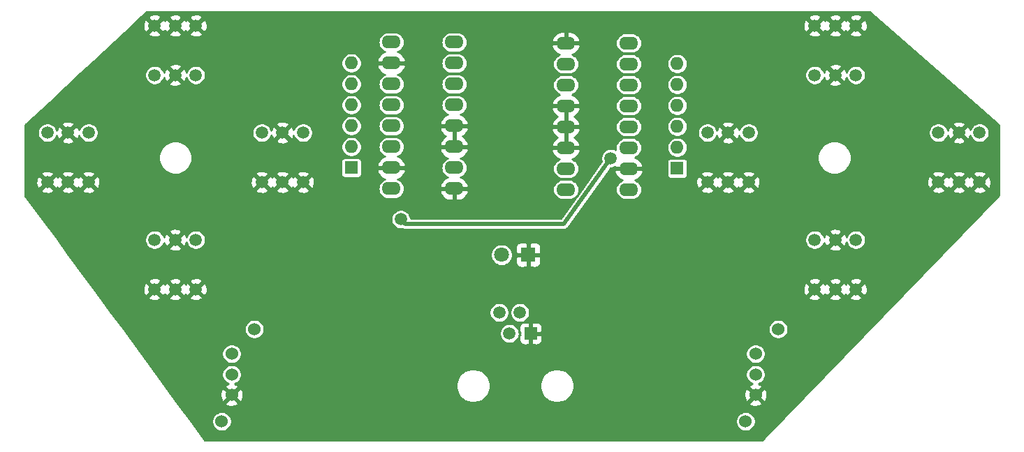
<source format=gbr>
G04 #@! TF.GenerationSoftware,KiCad,Pcbnew,5.1.5-52549c5~84~ubuntu19.10.1*
G04 #@! TF.CreationDate,2020-01-22T18:32:37-06:00*
G04 #@! TF.ProjectId,JudgeBoard,4a756467-6542-46f6-9172-642e6b696361,rev?*
G04 #@! TF.SameCoordinates,PXc9538d0PY6d58ad0*
G04 #@! TF.FileFunction,Copper,L2,Bot*
G04 #@! TF.FilePolarity,Positive*
%FSLAX46Y46*%
G04 Gerber Fmt 4.6, Leading zero omitted, Abs format (unit mm)*
G04 Created by KiCad (PCBNEW 5.1.5-52549c5~84~ubuntu19.10.1) date 2020-01-22 18:32:37*
%MOMM*%
%LPD*%
G04 APERTURE LIST*
%ADD10R,1.520000X1.520000*%
%ADD11C,1.520000*%
%ADD12C,1.524000*%
%ADD13R,1.800000X1.800000*%
%ADD14C,1.800000*%
%ADD15O,1.600000X1.600000*%
%ADD16R,1.600000X1.600000*%
%ADD17O,2.300000X1.600000*%
%ADD18C,1.500000*%
%ADD19C,0.250000*%
%ADD20C,0.500000*%
%ADD21C,0.254000*%
G04 APERTURE END LIST*
D10*
X-57270000Y13460000D03*
D11*
X-58570000Y16000000D03*
X-59840000Y13460000D03*
X-61080000Y16000000D03*
D12*
X-90754000Y13986000D03*
X-93504000Y10986000D03*
X-93504000Y8486000D03*
X-93504000Y5986000D03*
X-94704000Y2786000D03*
D13*
X-57550000Y23000000D03*
D14*
X-60790000Y23000000D03*
D15*
X-39500000Y46200000D03*
X-39500000Y43660000D03*
X-39500000Y41120000D03*
X-39500000Y38580000D03*
X-39500000Y36040000D03*
D16*
X-39500000Y33500000D03*
X-79000000Y33576000D03*
D15*
X-79000000Y36116000D03*
X-79000000Y38656000D03*
X-79000000Y41196000D03*
X-79000000Y43736000D03*
X-79000000Y46276000D03*
D17*
X-66540000Y48816000D03*
X-66540000Y46276000D03*
X-66540000Y43736000D03*
X-66540000Y41196000D03*
X-66540000Y38656000D03*
X-66540000Y36116000D03*
X-66540000Y33576000D03*
X-66540000Y31036000D03*
X-74160000Y31036000D03*
X-74160000Y33576000D03*
X-74160000Y36116000D03*
X-74160000Y38656000D03*
X-74160000Y41196000D03*
X-74160000Y43736000D03*
X-74160000Y46276000D03*
X-74160000Y48816000D03*
X-53000000Y30916000D03*
X-53000000Y33456000D03*
X-53000000Y35996000D03*
X-53000000Y38536000D03*
X-53000000Y41076000D03*
X-53000000Y43616000D03*
X-53000000Y46156000D03*
X-53000000Y48696000D03*
X-45380000Y48696000D03*
X-45380000Y46156000D03*
X-45380000Y43616000D03*
X-45380000Y41076000D03*
X-45380000Y38536000D03*
X-45380000Y35996000D03*
X-45380000Y33456000D03*
X-45380000Y30916000D03*
D18*
X-97844000Y44826000D03*
X-100344000Y44826000D03*
X-102844000Y44826000D03*
X-102844000Y50826000D03*
X-100344000Y50826000D03*
X-97844000Y50826000D03*
X-102844000Y24826000D03*
X-100344000Y24826000D03*
X-97844000Y24826000D03*
X-97844000Y18826000D03*
X-100344000Y18826000D03*
X-102844000Y18826000D03*
X-89844000Y37826000D03*
X-87344000Y37826000D03*
X-84844000Y37826000D03*
X-84844000Y31826000D03*
X-87344000Y31826000D03*
X-89844000Y31826000D03*
X-7844000Y37826000D03*
X-5344000Y37826000D03*
X-2844000Y37826000D03*
X-2844000Y31826000D03*
X-5344000Y31826000D03*
X-7844000Y31826000D03*
X-115844000Y37826000D03*
X-113344000Y37826000D03*
X-110844000Y37826000D03*
X-110844000Y31826000D03*
X-113344000Y31826000D03*
X-115844000Y31826000D03*
X-17844000Y44826000D03*
X-20344000Y44826000D03*
X-22844000Y44826000D03*
X-22844000Y50826000D03*
X-20344000Y50826000D03*
X-17844000Y50826000D03*
X-22844000Y24826000D03*
X-20344000Y24826000D03*
X-17844000Y24826000D03*
X-17844000Y18826000D03*
X-20344000Y18826000D03*
X-22844000Y18826000D03*
X-35844000Y37826000D03*
X-33344000Y37826000D03*
X-30844000Y37826000D03*
X-30844000Y31826000D03*
X-33344000Y31826000D03*
X-35844000Y31826000D03*
D12*
X-27254000Y13986000D03*
X-30004000Y10986000D03*
X-30004000Y8486000D03*
X-30004000Y5986000D03*
X-31204000Y2786000D03*
D18*
X-44704000Y18796000D03*
X-72517000Y14859000D03*
X-73000000Y27310000D03*
X-47562255Y34733745D03*
D19*
X-33344000Y38496000D02*
X-33344000Y37826000D01*
X-20344000Y24826000D02*
X-20344000Y24226000D01*
X-33344000Y37826000D02*
X-33344000Y38496000D01*
X-20344000Y50826000D02*
X-20344000Y51166000D01*
X-100344000Y24826000D02*
X-100344000Y24216000D01*
X-66540000Y43736000D02*
X-66540000Y43736000D01*
D20*
X-47562255Y34733745D02*
X-53260000Y26750000D01*
X-53260000Y26750000D02*
X-72440000Y26750000D01*
X-72440000Y26750000D02*
X-73000000Y27310000D01*
D21*
G36*
X-501999Y38772208D02*
G01*
X-502000Y30202969D01*
X-29212935Y502000D01*
X-96745618Y502000D01*
X-98507151Y2904091D01*
X-95903000Y2904091D01*
X-95903000Y2667909D01*
X-95856923Y2436265D01*
X-95766540Y2218061D01*
X-95635324Y2021682D01*
X-95468318Y1854676D01*
X-95271939Y1723460D01*
X-95053735Y1633077D01*
X-94822091Y1587000D01*
X-94585909Y1587000D01*
X-94354265Y1633077D01*
X-94136061Y1723460D01*
X-93939682Y1854676D01*
X-93772676Y2021682D01*
X-93641460Y2218061D01*
X-93551077Y2436265D01*
X-93505000Y2667909D01*
X-93505000Y2904091D01*
X-32403000Y2904091D01*
X-32403000Y2667909D01*
X-32356923Y2436265D01*
X-32266540Y2218061D01*
X-32135324Y2021682D01*
X-31968318Y1854676D01*
X-31771939Y1723460D01*
X-31553735Y1633077D01*
X-31322091Y1587000D01*
X-31085909Y1587000D01*
X-30854265Y1633077D01*
X-30636061Y1723460D01*
X-30439682Y1854676D01*
X-30272676Y2021682D01*
X-30141460Y2218061D01*
X-30051077Y2436265D01*
X-30005000Y2667909D01*
X-30005000Y2904091D01*
X-30051077Y3135735D01*
X-30141460Y3353939D01*
X-30272676Y3550318D01*
X-30439682Y3717324D01*
X-30636061Y3848540D01*
X-30854265Y3938923D01*
X-31085909Y3985000D01*
X-31322091Y3985000D01*
X-31553735Y3938923D01*
X-31771939Y3848540D01*
X-31968318Y3717324D01*
X-32135324Y3550318D01*
X-32266540Y3353939D01*
X-32356923Y3135735D01*
X-32403000Y2904091D01*
X-93505000Y2904091D01*
X-93551077Y3135735D01*
X-93641460Y3353939D01*
X-93772676Y3550318D01*
X-93939682Y3717324D01*
X-94136061Y3848540D01*
X-94354265Y3938923D01*
X-94585909Y3985000D01*
X-94822091Y3985000D01*
X-95053735Y3938923D01*
X-95271939Y3848540D01*
X-95468318Y3717324D01*
X-95635324Y3550318D01*
X-95766540Y3353939D01*
X-95856923Y3135735D01*
X-95903000Y2904091D01*
X-98507151Y2904091D01*
X-100059135Y5020435D01*
X-94289960Y5020435D01*
X-94222980Y4780344D01*
X-93973952Y4663244D01*
X-93706865Y4596977D01*
X-93431983Y4584090D01*
X-93159867Y4625078D01*
X-92900977Y4718364D01*
X-92785020Y4780344D01*
X-92718040Y5020435D01*
X-30789960Y5020435D01*
X-30722980Y4780344D01*
X-30473952Y4663244D01*
X-30206865Y4596977D01*
X-29931983Y4584090D01*
X-29659867Y4625078D01*
X-29400977Y4718364D01*
X-29285020Y4780344D01*
X-29218040Y5020435D01*
X-30004000Y5806395D01*
X-30789960Y5020435D01*
X-92718040Y5020435D01*
X-93504000Y5806395D01*
X-94289960Y5020435D01*
X-100059135Y5020435D01*
X-100714404Y5913983D01*
X-94905910Y5913983D01*
X-94864922Y5641867D01*
X-94771636Y5382977D01*
X-94709656Y5267020D01*
X-94469565Y5200040D01*
X-93683605Y5986000D01*
X-93324395Y5986000D01*
X-92538435Y5200040D01*
X-92298344Y5267020D01*
X-92181244Y5516048D01*
X-92114977Y5783135D01*
X-92102090Y6058017D01*
X-92143078Y6330133D01*
X-92236364Y6589023D01*
X-92298344Y6704980D01*
X-92538435Y6771960D01*
X-93324395Y5986000D01*
X-93683605Y5986000D01*
X-94469565Y6771960D01*
X-94709656Y6704980D01*
X-94826756Y6455952D01*
X-94893023Y6188865D01*
X-94905910Y5913983D01*
X-100714404Y5913983D01*
X-102687149Y8604091D01*
X-94703000Y8604091D01*
X-94703000Y8367909D01*
X-94656923Y8136265D01*
X-94566540Y7918061D01*
X-94435324Y7721682D01*
X-94268318Y7554676D01*
X-94071939Y7423460D01*
X-93869004Y7339402D01*
X-94107023Y7253636D01*
X-94222980Y7191656D01*
X-94289960Y6951565D01*
X-93504000Y6165605D01*
X-92718040Y6951565D01*
X-92785020Y7191656D01*
X-93034048Y7308756D01*
X-93051512Y7313089D01*
X-66312000Y7313089D01*
X-66312000Y6906911D01*
X-66232758Y6508537D01*
X-66077321Y6133277D01*
X-65851660Y5795552D01*
X-65564448Y5508340D01*
X-65226723Y5282679D01*
X-64851463Y5127242D01*
X-64453089Y5048000D01*
X-64046911Y5048000D01*
X-63648537Y5127242D01*
X-63273277Y5282679D01*
X-62935552Y5508340D01*
X-62648340Y5795552D01*
X-62422679Y6133277D01*
X-62267242Y6508537D01*
X-62188000Y6906911D01*
X-62188000Y7313089D01*
X-56152000Y7313089D01*
X-56152000Y6906911D01*
X-56072758Y6508537D01*
X-55917321Y6133277D01*
X-55691660Y5795552D01*
X-55404448Y5508340D01*
X-55066723Y5282679D01*
X-54691463Y5127242D01*
X-54293089Y5048000D01*
X-53886911Y5048000D01*
X-53488537Y5127242D01*
X-53113277Y5282679D01*
X-52775552Y5508340D01*
X-52488340Y5795552D01*
X-52409207Y5913983D01*
X-31405910Y5913983D01*
X-31364922Y5641867D01*
X-31271636Y5382977D01*
X-31209656Y5267020D01*
X-30969565Y5200040D01*
X-30183605Y5986000D01*
X-29824395Y5986000D01*
X-29038435Y5200040D01*
X-28798344Y5267020D01*
X-28681244Y5516048D01*
X-28614977Y5783135D01*
X-28602090Y6058017D01*
X-28643078Y6330133D01*
X-28736364Y6589023D01*
X-28798344Y6704980D01*
X-29038435Y6771960D01*
X-29824395Y5986000D01*
X-30183605Y5986000D01*
X-30969565Y6771960D01*
X-31209656Y6704980D01*
X-31326756Y6455952D01*
X-31393023Y6188865D01*
X-31405910Y5913983D01*
X-52409207Y5913983D01*
X-52262679Y6133277D01*
X-52107242Y6508537D01*
X-52028000Y6906911D01*
X-52028000Y7313089D01*
X-52107242Y7711463D01*
X-52262679Y8086723D01*
X-52488340Y8424448D01*
X-52667983Y8604091D01*
X-31203000Y8604091D01*
X-31203000Y8367909D01*
X-31156923Y8136265D01*
X-31066540Y7918061D01*
X-30935324Y7721682D01*
X-30768318Y7554676D01*
X-30571939Y7423460D01*
X-30369004Y7339402D01*
X-30607023Y7253636D01*
X-30722980Y7191656D01*
X-30789960Y6951565D01*
X-30004000Y6165605D01*
X-29218040Y6951565D01*
X-29285020Y7191656D01*
X-29534048Y7308756D01*
X-29645952Y7336520D01*
X-29436061Y7423460D01*
X-29239682Y7554676D01*
X-29072676Y7721682D01*
X-28941460Y7918061D01*
X-28851077Y8136265D01*
X-28805000Y8367909D01*
X-28805000Y8604091D01*
X-28851077Y8835735D01*
X-28941460Y9053939D01*
X-29072676Y9250318D01*
X-29239682Y9417324D01*
X-29436061Y9548540D01*
X-29654265Y9638923D01*
X-29885909Y9685000D01*
X-30122091Y9685000D01*
X-30353735Y9638923D01*
X-30571939Y9548540D01*
X-30768318Y9417324D01*
X-30935324Y9250318D01*
X-31066540Y9053939D01*
X-31156923Y8835735D01*
X-31203000Y8604091D01*
X-52667983Y8604091D01*
X-52775552Y8711660D01*
X-53113277Y8937321D01*
X-53488537Y9092758D01*
X-53886911Y9172000D01*
X-54293089Y9172000D01*
X-54691463Y9092758D01*
X-55066723Y8937321D01*
X-55404448Y8711660D01*
X-55691660Y8424448D01*
X-55917321Y8086723D01*
X-56072758Y7711463D01*
X-56152000Y7313089D01*
X-62188000Y7313089D01*
X-62267242Y7711463D01*
X-62422679Y8086723D01*
X-62648340Y8424448D01*
X-62935552Y8711660D01*
X-63273277Y8937321D01*
X-63648537Y9092758D01*
X-64046911Y9172000D01*
X-64453089Y9172000D01*
X-64851463Y9092758D01*
X-65226723Y8937321D01*
X-65564448Y8711660D01*
X-65851660Y8424448D01*
X-66077321Y8086723D01*
X-66232758Y7711463D01*
X-66312000Y7313089D01*
X-93051512Y7313089D01*
X-93145952Y7336520D01*
X-92936061Y7423460D01*
X-92739682Y7554676D01*
X-92572676Y7721682D01*
X-92441460Y7918061D01*
X-92351077Y8136265D01*
X-92305000Y8367909D01*
X-92305000Y8604091D01*
X-92351077Y8835735D01*
X-92441460Y9053939D01*
X-92572676Y9250318D01*
X-92739682Y9417324D01*
X-92936061Y9548540D01*
X-93154265Y9638923D01*
X-93385909Y9685000D01*
X-93622091Y9685000D01*
X-93853735Y9638923D01*
X-94071939Y9548540D01*
X-94268318Y9417324D01*
X-94435324Y9250318D01*
X-94566540Y9053939D01*
X-94656923Y8835735D01*
X-94703000Y8604091D01*
X-102687149Y8604091D01*
X-104520482Y11104091D01*
X-94703000Y11104091D01*
X-94703000Y10867909D01*
X-94656923Y10636265D01*
X-94566540Y10418061D01*
X-94435324Y10221682D01*
X-94268318Y10054676D01*
X-94071939Y9923460D01*
X-93853735Y9833077D01*
X-93622091Y9787000D01*
X-93385909Y9787000D01*
X-93154265Y9833077D01*
X-92936061Y9923460D01*
X-92739682Y10054676D01*
X-92572676Y10221682D01*
X-92441460Y10418061D01*
X-92351077Y10636265D01*
X-92305000Y10867909D01*
X-92305000Y11104091D01*
X-31203000Y11104091D01*
X-31203000Y10867909D01*
X-31156923Y10636265D01*
X-31066540Y10418061D01*
X-30935324Y10221682D01*
X-30768318Y10054676D01*
X-30571939Y9923460D01*
X-30353735Y9833077D01*
X-30122091Y9787000D01*
X-29885909Y9787000D01*
X-29654265Y9833077D01*
X-29436061Y9923460D01*
X-29239682Y10054676D01*
X-29072676Y10221682D01*
X-28941460Y10418061D01*
X-28851077Y10636265D01*
X-28805000Y10867909D01*
X-28805000Y11104091D01*
X-28851077Y11335735D01*
X-28941460Y11553939D01*
X-29072676Y11750318D01*
X-29239682Y11917324D01*
X-29436061Y12048540D01*
X-29654265Y12138923D01*
X-29885909Y12185000D01*
X-30122091Y12185000D01*
X-30353735Y12138923D01*
X-30571939Y12048540D01*
X-30768318Y11917324D01*
X-30935324Y11750318D01*
X-31066540Y11553939D01*
X-31156923Y11335735D01*
X-31203000Y11104091D01*
X-92305000Y11104091D01*
X-92351077Y11335735D01*
X-92441460Y11553939D01*
X-92572676Y11750318D01*
X-92739682Y11917324D01*
X-92936061Y12048540D01*
X-93154265Y12138923D01*
X-93385909Y12185000D01*
X-93622091Y12185000D01*
X-93853735Y12138923D01*
X-94071939Y12048540D01*
X-94268318Y11917324D01*
X-94435324Y11750318D01*
X-94566540Y11553939D01*
X-94656923Y11335735D01*
X-94703000Y11104091D01*
X-104520482Y11104091D01*
X-106720482Y14104091D01*
X-91953000Y14104091D01*
X-91953000Y13867909D01*
X-91906923Y13636265D01*
X-91816540Y13418061D01*
X-91685324Y13221682D01*
X-91518318Y13054676D01*
X-91321939Y12923460D01*
X-91103735Y12833077D01*
X-90872091Y12787000D01*
X-90635909Y12787000D01*
X-90404265Y12833077D01*
X-90186061Y12923460D01*
X-89989682Y13054676D01*
X-89822676Y13221682D01*
X-89691460Y13418061D01*
X-89625256Y13577894D01*
X-61037000Y13577894D01*
X-61037000Y13342106D01*
X-60991000Y13110848D01*
X-60900768Y12893008D01*
X-60769771Y12696957D01*
X-60603043Y12530229D01*
X-60406992Y12399232D01*
X-60189152Y12309000D01*
X-59957894Y12263000D01*
X-59722106Y12263000D01*
X-59490848Y12309000D01*
X-59273008Y12399232D01*
X-59076957Y12530229D01*
X-58910229Y12696957D01*
X-58779232Y12893008D01*
X-58689000Y13110848D01*
X-58644812Y13332998D01*
X-58506252Y13332998D01*
X-58665000Y13174250D01*
X-58668072Y12700000D01*
X-58655812Y12575518D01*
X-58619502Y12455820D01*
X-58560537Y12345506D01*
X-58481185Y12248815D01*
X-58384494Y12169463D01*
X-58274180Y12110498D01*
X-58154482Y12074188D01*
X-58030000Y12061928D01*
X-57555750Y12065000D01*
X-57397000Y12223750D01*
X-57397000Y13333000D01*
X-57143000Y13333000D01*
X-57143000Y12223750D01*
X-56984250Y12065000D01*
X-56510000Y12061928D01*
X-56385518Y12074188D01*
X-56265820Y12110498D01*
X-56155506Y12169463D01*
X-56058815Y12248815D01*
X-55979463Y12345506D01*
X-55920498Y12455820D01*
X-55884188Y12575518D01*
X-55871928Y12700000D01*
X-55875000Y13174250D01*
X-56033750Y13333000D01*
X-57143000Y13333000D01*
X-57397000Y13333000D01*
X-57417000Y13333000D01*
X-57417000Y13587000D01*
X-57397000Y13587000D01*
X-57397000Y14696250D01*
X-57143000Y14696250D01*
X-57143000Y13587000D01*
X-56033750Y13587000D01*
X-55875000Y13745750D01*
X-55872679Y14104091D01*
X-28453000Y14104091D01*
X-28453000Y13867909D01*
X-28406923Y13636265D01*
X-28316540Y13418061D01*
X-28185324Y13221682D01*
X-28018318Y13054676D01*
X-27821939Y12923460D01*
X-27603735Y12833077D01*
X-27372091Y12787000D01*
X-27135909Y12787000D01*
X-26904265Y12833077D01*
X-26686061Y12923460D01*
X-26489682Y13054676D01*
X-26322676Y13221682D01*
X-26191460Y13418061D01*
X-26101077Y13636265D01*
X-26055000Y13867909D01*
X-26055000Y14104091D01*
X-26101077Y14335735D01*
X-26191460Y14553939D01*
X-26322676Y14750318D01*
X-26489682Y14917324D01*
X-26686061Y15048540D01*
X-26904265Y15138923D01*
X-27135909Y15185000D01*
X-27372091Y15185000D01*
X-27603735Y15138923D01*
X-27821939Y15048540D01*
X-28018318Y14917324D01*
X-28185324Y14750318D01*
X-28316540Y14553939D01*
X-28406923Y14335735D01*
X-28453000Y14104091D01*
X-55872679Y14104091D01*
X-55871928Y14220000D01*
X-55884188Y14344482D01*
X-55920498Y14464180D01*
X-55979463Y14574494D01*
X-56058815Y14671185D01*
X-56155506Y14750537D01*
X-56265820Y14809502D01*
X-56385518Y14845812D01*
X-56510000Y14858072D01*
X-56984250Y14855000D01*
X-57143000Y14696250D01*
X-57397000Y14696250D01*
X-57555750Y14855000D01*
X-58030000Y14858072D01*
X-58154482Y14845812D01*
X-58274180Y14809502D01*
X-58384494Y14750537D01*
X-58481185Y14671185D01*
X-58560537Y14574494D01*
X-58619502Y14464180D01*
X-58655812Y14344482D01*
X-58668072Y14220000D01*
X-58665000Y13745750D01*
X-58506252Y13587002D01*
X-58644812Y13587002D01*
X-58689000Y13809152D01*
X-58779232Y14026992D01*
X-58910229Y14223043D01*
X-59076957Y14389771D01*
X-59273008Y14520768D01*
X-59490848Y14611000D01*
X-59722106Y14657000D01*
X-59957894Y14657000D01*
X-60189152Y14611000D01*
X-60406992Y14520768D01*
X-60603043Y14389771D01*
X-60769771Y14223043D01*
X-60900768Y14026992D01*
X-60991000Y13809152D01*
X-61037000Y13577894D01*
X-89625256Y13577894D01*
X-89601077Y13636265D01*
X-89555000Y13867909D01*
X-89555000Y14104091D01*
X-89601077Y14335735D01*
X-89691460Y14553939D01*
X-89822676Y14750318D01*
X-89989682Y14917324D01*
X-90186061Y15048540D01*
X-90404265Y15138923D01*
X-90635909Y15185000D01*
X-90872091Y15185000D01*
X-91103735Y15138923D01*
X-91321939Y15048540D01*
X-91518318Y14917324D01*
X-91685324Y14750318D01*
X-91816540Y14553939D01*
X-91906923Y14335735D01*
X-91953000Y14104091D01*
X-106720482Y14104091D01*
X-108197271Y16117894D01*
X-62277000Y16117894D01*
X-62277000Y15882106D01*
X-62231000Y15650848D01*
X-62140768Y15433008D01*
X-62009771Y15236957D01*
X-61843043Y15070229D01*
X-61646992Y14939232D01*
X-61429152Y14849000D01*
X-61197894Y14803000D01*
X-60962106Y14803000D01*
X-60730848Y14849000D01*
X-60513008Y14939232D01*
X-60316957Y15070229D01*
X-60150229Y15236957D01*
X-60019232Y15433008D01*
X-59929000Y15650848D01*
X-59883000Y15882106D01*
X-59883000Y16117894D01*
X-59767000Y16117894D01*
X-59767000Y15882106D01*
X-59721000Y15650848D01*
X-59630768Y15433008D01*
X-59499771Y15236957D01*
X-59333043Y15070229D01*
X-59136992Y14939232D01*
X-58919152Y14849000D01*
X-58687894Y14803000D01*
X-58452106Y14803000D01*
X-58220848Y14849000D01*
X-58003008Y14939232D01*
X-57806957Y15070229D01*
X-57640229Y15236957D01*
X-57509232Y15433008D01*
X-57419000Y15650848D01*
X-57373000Y15882106D01*
X-57373000Y16117894D01*
X-57419000Y16349152D01*
X-57509232Y16566992D01*
X-57640229Y16763043D01*
X-57806957Y16929771D01*
X-58003008Y17060768D01*
X-58220848Y17151000D01*
X-58452106Y17197000D01*
X-58687894Y17197000D01*
X-58919152Y17151000D01*
X-59136992Y17060768D01*
X-59333043Y16929771D01*
X-59499771Y16763043D01*
X-59630768Y16566992D01*
X-59721000Y16349152D01*
X-59767000Y16117894D01*
X-59883000Y16117894D01*
X-59929000Y16349152D01*
X-60019232Y16566992D01*
X-60150229Y16763043D01*
X-60316957Y16929771D01*
X-60513008Y17060768D01*
X-60730848Y17151000D01*
X-60962106Y17197000D01*
X-61197894Y17197000D01*
X-61429152Y17151000D01*
X-61646992Y17060768D01*
X-61843043Y16929771D01*
X-62009771Y16763043D01*
X-62140768Y16566992D01*
X-62231000Y16349152D01*
X-62277000Y16117894D01*
X-108197271Y16117894D01*
X-109481422Y17869007D01*
X-103621388Y17869007D01*
X-103555863Y17630140D01*
X-103308884Y17514240D01*
X-103044040Y17448750D01*
X-102771508Y17436188D01*
X-102501762Y17477035D01*
X-102245168Y17569723D01*
X-102132137Y17630140D01*
X-102066612Y17869007D01*
X-101121388Y17869007D01*
X-101055863Y17630140D01*
X-100808884Y17514240D01*
X-100544040Y17448750D01*
X-100271508Y17436188D01*
X-100001762Y17477035D01*
X-99745168Y17569723D01*
X-99632137Y17630140D01*
X-99566612Y17869007D01*
X-98621388Y17869007D01*
X-98555863Y17630140D01*
X-98308884Y17514240D01*
X-98044040Y17448750D01*
X-97771508Y17436188D01*
X-97501762Y17477035D01*
X-97245168Y17569723D01*
X-97132137Y17630140D01*
X-97066612Y17869007D01*
X-23621388Y17869007D01*
X-23555863Y17630140D01*
X-23308884Y17514240D01*
X-23044040Y17448750D01*
X-22771508Y17436188D01*
X-22501762Y17477035D01*
X-22245168Y17569723D01*
X-22132137Y17630140D01*
X-22066612Y17869007D01*
X-21121388Y17869007D01*
X-21055863Y17630140D01*
X-20808884Y17514240D01*
X-20544040Y17448750D01*
X-20271508Y17436188D01*
X-20001762Y17477035D01*
X-19745168Y17569723D01*
X-19632137Y17630140D01*
X-19566612Y17869007D01*
X-18621388Y17869007D01*
X-18555863Y17630140D01*
X-18308884Y17514240D01*
X-18044040Y17448750D01*
X-17771508Y17436188D01*
X-17501762Y17477035D01*
X-17245168Y17569723D01*
X-17132137Y17630140D01*
X-17066612Y17869007D01*
X-17844000Y18646395D01*
X-18621388Y17869007D01*
X-19566612Y17869007D01*
X-20344000Y18646395D01*
X-21121388Y17869007D01*
X-22066612Y17869007D01*
X-22844000Y18646395D01*
X-23621388Y17869007D01*
X-97066612Y17869007D01*
X-97844000Y18646395D01*
X-98621388Y17869007D01*
X-99566612Y17869007D01*
X-100344000Y18646395D01*
X-101121388Y17869007D01*
X-102066612Y17869007D01*
X-102844000Y18646395D01*
X-103621388Y17869007D01*
X-109481422Y17869007D01*
X-110130057Y18753508D01*
X-104233812Y18753508D01*
X-104192965Y18483762D01*
X-104100277Y18227168D01*
X-104039860Y18114137D01*
X-103800993Y18048612D01*
X-103023605Y18826000D01*
X-102664395Y18826000D01*
X-101887007Y18048612D01*
X-101648140Y18114137D01*
X-101597519Y18222008D01*
X-101539860Y18114137D01*
X-101300993Y18048612D01*
X-100523605Y18826000D01*
X-100164395Y18826000D01*
X-99387007Y18048612D01*
X-99148140Y18114137D01*
X-99097519Y18222008D01*
X-99039860Y18114137D01*
X-98800993Y18048612D01*
X-98023605Y18826000D01*
X-97664395Y18826000D01*
X-96887007Y18048612D01*
X-96648140Y18114137D01*
X-96532240Y18361116D01*
X-96466750Y18625960D01*
X-96460871Y18753508D01*
X-24233812Y18753508D01*
X-24192965Y18483762D01*
X-24100277Y18227168D01*
X-24039860Y18114137D01*
X-23800993Y18048612D01*
X-23023605Y18826000D01*
X-22664395Y18826000D01*
X-21887007Y18048612D01*
X-21648140Y18114137D01*
X-21597519Y18222008D01*
X-21539860Y18114137D01*
X-21300993Y18048612D01*
X-20523605Y18826000D01*
X-20164395Y18826000D01*
X-19387007Y18048612D01*
X-19148140Y18114137D01*
X-19097519Y18222008D01*
X-19039860Y18114137D01*
X-18800993Y18048612D01*
X-18023605Y18826000D01*
X-17664395Y18826000D01*
X-16887007Y18048612D01*
X-16648140Y18114137D01*
X-16532240Y18361116D01*
X-16466750Y18625960D01*
X-16454188Y18898492D01*
X-16495035Y19168238D01*
X-16587723Y19424832D01*
X-16648140Y19537863D01*
X-16887007Y19603388D01*
X-17664395Y18826000D01*
X-18023605Y18826000D01*
X-18800993Y19603388D01*
X-19039860Y19537863D01*
X-19090481Y19429992D01*
X-19148140Y19537863D01*
X-19387007Y19603388D01*
X-20164395Y18826000D01*
X-20523605Y18826000D01*
X-21300993Y19603388D01*
X-21539860Y19537863D01*
X-21590481Y19429992D01*
X-21648140Y19537863D01*
X-21887007Y19603388D01*
X-22664395Y18826000D01*
X-23023605Y18826000D01*
X-23800993Y19603388D01*
X-24039860Y19537863D01*
X-24155760Y19290884D01*
X-24221250Y19026040D01*
X-24233812Y18753508D01*
X-96460871Y18753508D01*
X-96454188Y18898492D01*
X-96495035Y19168238D01*
X-96587723Y19424832D01*
X-96648140Y19537863D01*
X-96887007Y19603388D01*
X-97664395Y18826000D01*
X-98023605Y18826000D01*
X-98800993Y19603388D01*
X-99039860Y19537863D01*
X-99090481Y19429992D01*
X-99148140Y19537863D01*
X-99387007Y19603388D01*
X-100164395Y18826000D01*
X-100523605Y18826000D01*
X-101300993Y19603388D01*
X-101539860Y19537863D01*
X-101590481Y19429992D01*
X-101648140Y19537863D01*
X-101887007Y19603388D01*
X-102664395Y18826000D01*
X-103023605Y18826000D01*
X-103800993Y19603388D01*
X-104039860Y19537863D01*
X-104155760Y19290884D01*
X-104221250Y19026040D01*
X-104233812Y18753508D01*
X-110130057Y18753508D01*
X-110885012Y19782993D01*
X-103621388Y19782993D01*
X-102844000Y19005605D01*
X-102066612Y19782993D01*
X-101121388Y19782993D01*
X-100344000Y19005605D01*
X-99566612Y19782993D01*
X-98621388Y19782993D01*
X-97844000Y19005605D01*
X-97066612Y19782993D01*
X-23621388Y19782993D01*
X-22844000Y19005605D01*
X-22066612Y19782993D01*
X-21121388Y19782993D01*
X-20344000Y19005605D01*
X-19566612Y19782993D01*
X-18621388Y19782993D01*
X-17844000Y19005605D01*
X-17066612Y19782993D01*
X-17132137Y20021860D01*
X-17379116Y20137760D01*
X-17643960Y20203250D01*
X-17916492Y20215812D01*
X-18186238Y20174965D01*
X-18442832Y20082277D01*
X-18555863Y20021860D01*
X-18621388Y19782993D01*
X-19566612Y19782993D01*
X-19632137Y20021860D01*
X-19879116Y20137760D01*
X-20143960Y20203250D01*
X-20416492Y20215812D01*
X-20686238Y20174965D01*
X-20942832Y20082277D01*
X-21055863Y20021860D01*
X-21121388Y19782993D01*
X-22066612Y19782993D01*
X-22132137Y20021860D01*
X-22379116Y20137760D01*
X-22643960Y20203250D01*
X-22916492Y20215812D01*
X-23186238Y20174965D01*
X-23442832Y20082277D01*
X-23555863Y20021860D01*
X-23621388Y19782993D01*
X-97066612Y19782993D01*
X-97132137Y20021860D01*
X-97379116Y20137760D01*
X-97643960Y20203250D01*
X-97916492Y20215812D01*
X-98186238Y20174965D01*
X-98442832Y20082277D01*
X-98555863Y20021860D01*
X-98621388Y19782993D01*
X-99566612Y19782993D01*
X-99632137Y20021860D01*
X-99879116Y20137760D01*
X-100143960Y20203250D01*
X-100416492Y20215812D01*
X-100686238Y20174965D01*
X-100942832Y20082277D01*
X-101055863Y20021860D01*
X-101121388Y19782993D01*
X-102066612Y19782993D01*
X-102132137Y20021860D01*
X-102379116Y20137760D01*
X-102643960Y20203250D01*
X-102916492Y20215812D01*
X-103186238Y20174965D01*
X-103442832Y20082277D01*
X-103555863Y20021860D01*
X-103621388Y19782993D01*
X-110885012Y19782993D01*
X-113340718Y23131683D01*
X-62127000Y23131683D01*
X-62127000Y22868317D01*
X-62075620Y22610012D01*
X-61974834Y22366693D01*
X-61828516Y22147712D01*
X-61642288Y21961484D01*
X-61423307Y21815166D01*
X-61179988Y21714380D01*
X-60921683Y21663000D01*
X-60658317Y21663000D01*
X-60400012Y21714380D01*
X-60156693Y21815166D01*
X-59937712Y21961484D01*
X-59799196Y22100000D01*
X-59088072Y22100000D01*
X-59075812Y21975518D01*
X-59039502Y21855820D01*
X-58980537Y21745506D01*
X-58901185Y21648815D01*
X-58804494Y21569463D01*
X-58694180Y21510498D01*
X-58574482Y21474188D01*
X-58450000Y21461928D01*
X-57835750Y21465000D01*
X-57677000Y21623750D01*
X-57677000Y22873000D01*
X-57423000Y22873000D01*
X-57423000Y21623750D01*
X-57264250Y21465000D01*
X-56650000Y21461928D01*
X-56525518Y21474188D01*
X-56405820Y21510498D01*
X-56295506Y21569463D01*
X-56198815Y21648815D01*
X-56119463Y21745506D01*
X-56060498Y21855820D01*
X-56024188Y21975518D01*
X-56011928Y22100000D01*
X-56015000Y22714250D01*
X-56173750Y22873000D01*
X-57423000Y22873000D01*
X-57677000Y22873000D01*
X-58926250Y22873000D01*
X-59085000Y22714250D01*
X-59088072Y22100000D01*
X-59799196Y22100000D01*
X-59751484Y22147712D01*
X-59605166Y22366693D01*
X-59504380Y22610012D01*
X-59453000Y22868317D01*
X-59453000Y23131683D01*
X-59504380Y23389988D01*
X-59605166Y23633307D01*
X-59751484Y23852288D01*
X-59799196Y23900000D01*
X-59088072Y23900000D01*
X-59085000Y23285750D01*
X-58926250Y23127000D01*
X-57677000Y23127000D01*
X-57677000Y24376250D01*
X-57423000Y24376250D01*
X-57423000Y23127000D01*
X-56173750Y23127000D01*
X-56015000Y23285750D01*
X-56011928Y23900000D01*
X-56024188Y24024482D01*
X-56060498Y24144180D01*
X-56119463Y24254494D01*
X-56198815Y24351185D01*
X-56295506Y24430537D01*
X-56405820Y24489502D01*
X-56525518Y24525812D01*
X-56650000Y24538072D01*
X-57264250Y24535000D01*
X-57423000Y24376250D01*
X-57677000Y24376250D01*
X-57835750Y24535000D01*
X-58450000Y24538072D01*
X-58574482Y24525812D01*
X-58694180Y24489502D01*
X-58804494Y24430537D01*
X-58901185Y24351185D01*
X-58980537Y24254494D01*
X-59039502Y24144180D01*
X-59075812Y24024482D01*
X-59088072Y23900000D01*
X-59799196Y23900000D01*
X-59937712Y24038516D01*
X-60156693Y24184834D01*
X-60400012Y24285620D01*
X-60658317Y24337000D01*
X-60921683Y24337000D01*
X-61179988Y24285620D01*
X-61423307Y24184834D01*
X-61642288Y24038516D01*
X-61828516Y23852288D01*
X-61974834Y23633307D01*
X-62075620Y23389988D01*
X-62127000Y23131683D01*
X-113340718Y23131683D01*
X-114668951Y24942909D01*
X-104031000Y24942909D01*
X-104031000Y24709091D01*
X-103985384Y24479765D01*
X-103895905Y24263745D01*
X-103766003Y24069332D01*
X-103600668Y23903997D01*
X-103406255Y23774095D01*
X-103190235Y23684616D01*
X-102960909Y23639000D01*
X-102727091Y23639000D01*
X-102497765Y23684616D01*
X-102281745Y23774095D01*
X-102139699Y23869007D01*
X-101121388Y23869007D01*
X-101055863Y23630140D01*
X-100808884Y23514240D01*
X-100544040Y23448750D01*
X-100271508Y23436188D01*
X-100001762Y23477035D01*
X-99745168Y23569723D01*
X-99632137Y23630140D01*
X-99566612Y23869007D01*
X-100344000Y24646395D01*
X-101121388Y23869007D01*
X-102139699Y23869007D01*
X-102087332Y23903997D01*
X-101921997Y24069332D01*
X-101792095Y24263745D01*
X-101702616Y24479765D01*
X-101696793Y24509040D01*
X-101692965Y24483762D01*
X-101600277Y24227168D01*
X-101539860Y24114137D01*
X-101300993Y24048612D01*
X-100523605Y24826000D01*
X-100164395Y24826000D01*
X-99387007Y24048612D01*
X-99148140Y24114137D01*
X-99032240Y24361116D01*
X-98993193Y24519023D01*
X-98985384Y24479765D01*
X-98895905Y24263745D01*
X-98766003Y24069332D01*
X-98600668Y23903997D01*
X-98406255Y23774095D01*
X-98190235Y23684616D01*
X-97960909Y23639000D01*
X-97727091Y23639000D01*
X-97497765Y23684616D01*
X-97281745Y23774095D01*
X-97087332Y23903997D01*
X-96921997Y24069332D01*
X-96792095Y24263745D01*
X-96702616Y24479765D01*
X-96657000Y24709091D01*
X-96657000Y24942909D01*
X-24031000Y24942909D01*
X-24031000Y24709091D01*
X-23985384Y24479765D01*
X-23895905Y24263745D01*
X-23766003Y24069332D01*
X-23600668Y23903997D01*
X-23406255Y23774095D01*
X-23190235Y23684616D01*
X-22960909Y23639000D01*
X-22727091Y23639000D01*
X-22497765Y23684616D01*
X-22281745Y23774095D01*
X-22139699Y23869007D01*
X-21121388Y23869007D01*
X-21055863Y23630140D01*
X-20808884Y23514240D01*
X-20544040Y23448750D01*
X-20271508Y23436188D01*
X-20001762Y23477035D01*
X-19745168Y23569723D01*
X-19632137Y23630140D01*
X-19566612Y23869007D01*
X-20344000Y24646395D01*
X-21121388Y23869007D01*
X-22139699Y23869007D01*
X-22087332Y23903997D01*
X-21921997Y24069332D01*
X-21792095Y24263745D01*
X-21702616Y24479765D01*
X-21696793Y24509040D01*
X-21692965Y24483762D01*
X-21600277Y24227168D01*
X-21539860Y24114137D01*
X-21300993Y24048612D01*
X-20523605Y24826000D01*
X-20164395Y24826000D01*
X-19387007Y24048612D01*
X-19148140Y24114137D01*
X-19032240Y24361116D01*
X-18993193Y24519023D01*
X-18985384Y24479765D01*
X-18895905Y24263745D01*
X-18766003Y24069332D01*
X-18600668Y23903997D01*
X-18406255Y23774095D01*
X-18190235Y23684616D01*
X-17960909Y23639000D01*
X-17727091Y23639000D01*
X-17497765Y23684616D01*
X-17281745Y23774095D01*
X-17087332Y23903997D01*
X-16921997Y24069332D01*
X-16792095Y24263745D01*
X-16702616Y24479765D01*
X-16657000Y24709091D01*
X-16657000Y24942909D01*
X-16702616Y25172235D01*
X-16792095Y25388255D01*
X-16921997Y25582668D01*
X-17087332Y25748003D01*
X-17281745Y25877905D01*
X-17497765Y25967384D01*
X-17727091Y26013000D01*
X-17960909Y26013000D01*
X-18190235Y25967384D01*
X-18406255Y25877905D01*
X-18600668Y25748003D01*
X-18766003Y25582668D01*
X-18895905Y25388255D01*
X-18985384Y25172235D01*
X-18991207Y25142960D01*
X-18995035Y25168238D01*
X-19087723Y25424832D01*
X-19148140Y25537863D01*
X-19387007Y25603388D01*
X-20164395Y24826000D01*
X-20523605Y24826000D01*
X-21300993Y25603388D01*
X-21539860Y25537863D01*
X-21655760Y25290884D01*
X-21694807Y25132977D01*
X-21702616Y25172235D01*
X-21792095Y25388255D01*
X-21921997Y25582668D01*
X-22087332Y25748003D01*
X-22139698Y25782993D01*
X-21121388Y25782993D01*
X-20344000Y25005605D01*
X-19566612Y25782993D01*
X-19632137Y26021860D01*
X-19879116Y26137760D01*
X-20143960Y26203250D01*
X-20416492Y26215812D01*
X-20686238Y26174965D01*
X-20942832Y26082277D01*
X-21055863Y26021860D01*
X-21121388Y25782993D01*
X-22139698Y25782993D01*
X-22281745Y25877905D01*
X-22497765Y25967384D01*
X-22727091Y26013000D01*
X-22960909Y26013000D01*
X-23190235Y25967384D01*
X-23406255Y25877905D01*
X-23600668Y25748003D01*
X-23766003Y25582668D01*
X-23895905Y25388255D01*
X-23985384Y25172235D01*
X-24031000Y24942909D01*
X-96657000Y24942909D01*
X-96702616Y25172235D01*
X-96792095Y25388255D01*
X-96921997Y25582668D01*
X-97087332Y25748003D01*
X-97281745Y25877905D01*
X-97497765Y25967384D01*
X-97727091Y26013000D01*
X-97960909Y26013000D01*
X-98190235Y25967384D01*
X-98406255Y25877905D01*
X-98600668Y25748003D01*
X-98766003Y25582668D01*
X-98895905Y25388255D01*
X-98985384Y25172235D01*
X-98991207Y25142960D01*
X-98995035Y25168238D01*
X-99087723Y25424832D01*
X-99148140Y25537863D01*
X-99387007Y25603388D01*
X-100164395Y24826000D01*
X-100523605Y24826000D01*
X-101300993Y25603388D01*
X-101539860Y25537863D01*
X-101655760Y25290884D01*
X-101694807Y25132977D01*
X-101702616Y25172235D01*
X-101792095Y25388255D01*
X-101921997Y25582668D01*
X-102087332Y25748003D01*
X-102139698Y25782993D01*
X-101121388Y25782993D01*
X-100344000Y25005605D01*
X-99566612Y25782993D01*
X-99632137Y26021860D01*
X-99879116Y26137760D01*
X-100143960Y26203250D01*
X-100416492Y26215812D01*
X-100686238Y26174965D01*
X-100942832Y26082277D01*
X-101055863Y26021860D01*
X-101121388Y25782993D01*
X-102139698Y25782993D01*
X-102281745Y25877905D01*
X-102497765Y25967384D01*
X-102727091Y26013000D01*
X-102960909Y26013000D01*
X-103190235Y25967384D01*
X-103406255Y25877905D01*
X-103600668Y25748003D01*
X-103766003Y25582668D01*
X-103895905Y25388255D01*
X-103985384Y25172235D01*
X-104031000Y24942909D01*
X-114668951Y24942909D01*
X-116490551Y27426909D01*
X-74187000Y27426909D01*
X-74187000Y27193091D01*
X-74141384Y26963765D01*
X-74051905Y26747745D01*
X-73922003Y26553332D01*
X-73756668Y26387997D01*
X-73562255Y26258095D01*
X-73346235Y26168616D01*
X-73116909Y26123000D01*
X-72883091Y26123000D01*
X-72767393Y26146014D01*
X-72735008Y26128704D01*
X-72704176Y26112224D01*
X-72574676Y26072940D01*
X-72473750Y26063000D01*
X-72473748Y26063000D01*
X-72440000Y26059676D01*
X-72406253Y26063000D01*
X-53304355Y26063000D01*
X-53281253Y26060004D01*
X-53236854Y26063000D01*
X-53226250Y26063000D01*
X-53203175Y26065273D01*
X-53146233Y26069115D01*
X-53135940Y26071894D01*
X-53125324Y26072940D01*
X-53070671Y26089519D01*
X-53015585Y26104394D01*
X-53006035Y26109127D01*
X-52995824Y26112224D01*
X-52945473Y26139138D01*
X-52894330Y26164481D01*
X-52885880Y26170991D01*
X-52876477Y26176017D01*
X-52832356Y26212226D01*
X-52787127Y26247070D01*
X-52780112Y26255101D01*
X-52771867Y26261867D01*
X-52735644Y26306006D01*
X-52720408Y26323447D01*
X-52714256Y26332067D01*
X-52686017Y26366477D01*
X-52675032Y26387029D01*
X-47879229Y33106961D01*
X-47121904Y33106961D01*
X-47104367Y33024182D01*
X-46993715Y32764354D01*
X-46834500Y32531105D01*
X-46632839Y32333399D01*
X-46396483Y32178834D01*
X-46152365Y32080538D01*
X-46205670Y32064368D01*
X-46420565Y31949504D01*
X-46608923Y31794923D01*
X-46763504Y31606565D01*
X-46878368Y31391670D01*
X-46949101Y31158494D01*
X-46972985Y30916000D01*
X-46949101Y30673506D01*
X-46878368Y30440330D01*
X-46763504Y30225435D01*
X-46608923Y30037077D01*
X-46420565Y29882496D01*
X-46205670Y29767632D01*
X-45972494Y29696899D01*
X-45790766Y29679000D01*
X-44969234Y29679000D01*
X-44787506Y29696899D01*
X-44554330Y29767632D01*
X-44339435Y29882496D01*
X-44151077Y30037077D01*
X-43996496Y30225435D01*
X-43881632Y30440330D01*
X-43810899Y30673506D01*
X-43791644Y30869007D01*
X-36621388Y30869007D01*
X-36555863Y30630140D01*
X-36308884Y30514240D01*
X-36044040Y30448750D01*
X-35771508Y30436188D01*
X-35501762Y30477035D01*
X-35245168Y30569723D01*
X-35132137Y30630140D01*
X-35066612Y30869007D01*
X-34121388Y30869007D01*
X-34055863Y30630140D01*
X-33808884Y30514240D01*
X-33544040Y30448750D01*
X-33271508Y30436188D01*
X-33001762Y30477035D01*
X-32745168Y30569723D01*
X-32632137Y30630140D01*
X-32566612Y30869007D01*
X-31621388Y30869007D01*
X-31555863Y30630140D01*
X-31308884Y30514240D01*
X-31044040Y30448750D01*
X-30771508Y30436188D01*
X-30501762Y30477035D01*
X-30245168Y30569723D01*
X-30132137Y30630140D01*
X-30066612Y30869007D01*
X-8621388Y30869007D01*
X-8555863Y30630140D01*
X-8308884Y30514240D01*
X-8044040Y30448750D01*
X-7771508Y30436188D01*
X-7501762Y30477035D01*
X-7245168Y30569723D01*
X-7132137Y30630140D01*
X-7066612Y30869007D01*
X-6121388Y30869007D01*
X-6055863Y30630140D01*
X-5808884Y30514240D01*
X-5544040Y30448750D01*
X-5271508Y30436188D01*
X-5001762Y30477035D01*
X-4745168Y30569723D01*
X-4632137Y30630140D01*
X-4566612Y30869007D01*
X-3621388Y30869007D01*
X-3555863Y30630140D01*
X-3308884Y30514240D01*
X-3044040Y30448750D01*
X-2771508Y30436188D01*
X-2501762Y30477035D01*
X-2245168Y30569723D01*
X-2132137Y30630140D01*
X-2066612Y30869007D01*
X-2844000Y31646395D01*
X-3621388Y30869007D01*
X-4566612Y30869007D01*
X-5344000Y31646395D01*
X-6121388Y30869007D01*
X-7066612Y30869007D01*
X-7844000Y31646395D01*
X-8621388Y30869007D01*
X-30066612Y30869007D01*
X-30844000Y31646395D01*
X-31621388Y30869007D01*
X-32566612Y30869007D01*
X-33344000Y31646395D01*
X-34121388Y30869007D01*
X-35066612Y30869007D01*
X-35844000Y31646395D01*
X-36621388Y30869007D01*
X-43791644Y30869007D01*
X-43787015Y30916000D01*
X-43810899Y31158494D01*
X-43881632Y31391670D01*
X-43996496Y31606565D01*
X-44117088Y31753508D01*
X-37233812Y31753508D01*
X-37192965Y31483762D01*
X-37100277Y31227168D01*
X-37039860Y31114137D01*
X-36800993Y31048612D01*
X-36023605Y31826000D01*
X-35664395Y31826000D01*
X-34887007Y31048612D01*
X-34648140Y31114137D01*
X-34597519Y31222008D01*
X-34539860Y31114137D01*
X-34300993Y31048612D01*
X-33523605Y31826000D01*
X-33164395Y31826000D01*
X-32387007Y31048612D01*
X-32148140Y31114137D01*
X-32097519Y31222008D01*
X-32039860Y31114137D01*
X-31800993Y31048612D01*
X-31023605Y31826000D01*
X-30664395Y31826000D01*
X-29887007Y31048612D01*
X-29648140Y31114137D01*
X-29532240Y31361116D01*
X-29466750Y31625960D01*
X-29460871Y31753508D01*
X-9233812Y31753508D01*
X-9192965Y31483762D01*
X-9100277Y31227168D01*
X-9039860Y31114137D01*
X-8800993Y31048612D01*
X-8023605Y31826000D01*
X-7664395Y31826000D01*
X-6887007Y31048612D01*
X-6648140Y31114137D01*
X-6597519Y31222008D01*
X-6539860Y31114137D01*
X-6300993Y31048612D01*
X-5523605Y31826000D01*
X-5164395Y31826000D01*
X-4387007Y31048612D01*
X-4148140Y31114137D01*
X-4097519Y31222008D01*
X-4039860Y31114137D01*
X-3800993Y31048612D01*
X-3023605Y31826000D01*
X-2664395Y31826000D01*
X-1887007Y31048612D01*
X-1648140Y31114137D01*
X-1532240Y31361116D01*
X-1466750Y31625960D01*
X-1454188Y31898492D01*
X-1495035Y32168238D01*
X-1587723Y32424832D01*
X-1648140Y32537863D01*
X-1887007Y32603388D01*
X-2664395Y31826000D01*
X-3023605Y31826000D01*
X-3800993Y32603388D01*
X-4039860Y32537863D01*
X-4090481Y32429992D01*
X-4148140Y32537863D01*
X-4387007Y32603388D01*
X-5164395Y31826000D01*
X-5523605Y31826000D01*
X-6300993Y32603388D01*
X-6539860Y32537863D01*
X-6590481Y32429992D01*
X-6648140Y32537863D01*
X-6887007Y32603388D01*
X-7664395Y31826000D01*
X-8023605Y31826000D01*
X-8800993Y32603388D01*
X-9039860Y32537863D01*
X-9155760Y32290884D01*
X-9221250Y32026040D01*
X-9233812Y31753508D01*
X-29460871Y31753508D01*
X-29454188Y31898492D01*
X-29495035Y32168238D01*
X-29587723Y32424832D01*
X-29648140Y32537863D01*
X-29887007Y32603388D01*
X-30664395Y31826000D01*
X-31023605Y31826000D01*
X-31800993Y32603388D01*
X-32039860Y32537863D01*
X-32090481Y32429992D01*
X-32148140Y32537863D01*
X-32387007Y32603388D01*
X-33164395Y31826000D01*
X-33523605Y31826000D01*
X-34300993Y32603388D01*
X-34539860Y32537863D01*
X-34590481Y32429992D01*
X-34648140Y32537863D01*
X-34887007Y32603388D01*
X-35664395Y31826000D01*
X-36023605Y31826000D01*
X-36800993Y32603388D01*
X-37039860Y32537863D01*
X-37155760Y32290884D01*
X-37221250Y32026040D01*
X-37233812Y31753508D01*
X-44117088Y31753508D01*
X-44151077Y31794923D01*
X-44339435Y31949504D01*
X-44554330Y32064368D01*
X-44607635Y32080538D01*
X-44363517Y32178834D01*
X-44127161Y32333399D01*
X-43925500Y32531105D01*
X-43766285Y32764354D01*
X-43655633Y33024182D01*
X-43638096Y33106961D01*
X-43760085Y33329000D01*
X-45253000Y33329000D01*
X-45253000Y33309000D01*
X-45507000Y33309000D01*
X-45507000Y33329000D01*
X-46999915Y33329000D01*
X-47121904Y33106961D01*
X-47879229Y33106961D01*
X-47565369Y33546745D01*
X-47445346Y33546745D01*
X-47216020Y33592361D01*
X-47044167Y33663545D01*
X-46999915Y33583000D01*
X-45507000Y33583000D01*
X-45507000Y33603000D01*
X-45253000Y33603000D01*
X-45253000Y33583000D01*
X-43760085Y33583000D01*
X-43638096Y33805039D01*
X-43655633Y33887818D01*
X-43766285Y34147646D01*
X-43870281Y34300000D01*
X-40739114Y34300000D01*
X-40739114Y32700000D01*
X-40730677Y32614333D01*
X-40705688Y32531958D01*
X-40665110Y32456041D01*
X-40610500Y32389500D01*
X-40543959Y32334890D01*
X-40468042Y32294312D01*
X-40385667Y32269323D01*
X-40300000Y32260886D01*
X-38700000Y32260886D01*
X-38614333Y32269323D01*
X-38531958Y32294312D01*
X-38456041Y32334890D01*
X-38389500Y32389500D01*
X-38334890Y32456041D01*
X-38294312Y32531958D01*
X-38269323Y32614333D01*
X-38260886Y32700000D01*
X-38260886Y32782993D01*
X-36621388Y32782993D01*
X-35844000Y32005605D01*
X-35066612Y32782993D01*
X-34121388Y32782993D01*
X-33344000Y32005605D01*
X-32566612Y32782993D01*
X-31621388Y32782993D01*
X-30844000Y32005605D01*
X-30066612Y32782993D01*
X-30132137Y33021860D01*
X-30379116Y33137760D01*
X-30643960Y33203250D01*
X-30916492Y33215812D01*
X-31186238Y33174965D01*
X-31442832Y33082277D01*
X-31555863Y33021860D01*
X-31621388Y32782993D01*
X-32566612Y32782993D01*
X-32632137Y33021860D01*
X-32879116Y33137760D01*
X-33143960Y33203250D01*
X-33416492Y33215812D01*
X-33686238Y33174965D01*
X-33942832Y33082277D01*
X-34055863Y33021860D01*
X-34121388Y32782993D01*
X-35066612Y32782993D01*
X-35132137Y33021860D01*
X-35379116Y33137760D01*
X-35643960Y33203250D01*
X-35916492Y33215812D01*
X-36186238Y33174965D01*
X-36442832Y33082277D01*
X-36555863Y33021860D01*
X-36621388Y32782993D01*
X-38260886Y32782993D01*
X-38260886Y34300000D01*
X-38269323Y34385667D01*
X-38294312Y34468042D01*
X-38334890Y34543959D01*
X-38389500Y34610500D01*
X-38456041Y34665110D01*
X-38531958Y34705688D01*
X-38614333Y34730677D01*
X-38700000Y34739114D01*
X-40300000Y34739114D01*
X-40385667Y34730677D01*
X-40468042Y34705688D01*
X-40543959Y34665110D01*
X-40610500Y34610500D01*
X-40665110Y34543959D01*
X-40705688Y34468042D01*
X-40730677Y34385667D01*
X-40739114Y34300000D01*
X-43870281Y34300000D01*
X-43925500Y34380895D01*
X-44127161Y34578601D01*
X-44363517Y34733166D01*
X-44607635Y34831462D01*
X-44554330Y34847632D01*
X-44339435Y34962496D01*
X-44151077Y35117077D01*
X-43996496Y35305435D01*
X-43881632Y35520330D01*
X-43810899Y35753506D01*
X-43787015Y35996000D01*
X-43803348Y36161834D01*
X-40737000Y36161834D01*
X-40737000Y35918166D01*
X-40689462Y35679181D01*
X-40596215Y35454061D01*
X-40460840Y35251459D01*
X-40288541Y35079160D01*
X-40085939Y34943785D01*
X-39860819Y34850538D01*
X-39621834Y34803000D01*
X-39378166Y34803000D01*
X-39139181Y34850538D01*
X-38914061Y34943785D01*
X-38831985Y34998627D01*
X-22484000Y34998627D01*
X-22484000Y34597373D01*
X-22405719Y34203829D01*
X-22252166Y33833119D01*
X-22029241Y33499488D01*
X-21745512Y33215759D01*
X-21411881Y32992834D01*
X-21041171Y32839281D01*
X-20647627Y32761000D01*
X-20246373Y32761000D01*
X-20135808Y32782993D01*
X-8621388Y32782993D01*
X-7844000Y32005605D01*
X-7066612Y32782993D01*
X-6121388Y32782993D01*
X-5344000Y32005605D01*
X-4566612Y32782993D01*
X-3621388Y32782993D01*
X-2844000Y32005605D01*
X-2066612Y32782993D01*
X-2132137Y33021860D01*
X-2379116Y33137760D01*
X-2643960Y33203250D01*
X-2916492Y33215812D01*
X-3186238Y33174965D01*
X-3442832Y33082277D01*
X-3555863Y33021860D01*
X-3621388Y32782993D01*
X-4566612Y32782993D01*
X-4632137Y33021860D01*
X-4879116Y33137760D01*
X-5143960Y33203250D01*
X-5416492Y33215812D01*
X-5686238Y33174965D01*
X-5942832Y33082277D01*
X-6055863Y33021860D01*
X-6121388Y32782993D01*
X-7066612Y32782993D01*
X-7132137Y33021860D01*
X-7379116Y33137760D01*
X-7643960Y33203250D01*
X-7916492Y33215812D01*
X-8186238Y33174965D01*
X-8442832Y33082277D01*
X-8555863Y33021860D01*
X-8621388Y32782993D01*
X-20135808Y32782993D01*
X-19852829Y32839281D01*
X-19482119Y32992834D01*
X-19148488Y33215759D01*
X-18864759Y33499488D01*
X-18641834Y33833119D01*
X-18488281Y34203829D01*
X-18410000Y34597373D01*
X-18410000Y34998627D01*
X-18488281Y35392171D01*
X-18641834Y35762881D01*
X-18864759Y36096512D01*
X-19148488Y36380241D01*
X-19482119Y36603166D01*
X-19852829Y36756719D01*
X-20246373Y36835000D01*
X-20647627Y36835000D01*
X-21041171Y36756719D01*
X-21411881Y36603166D01*
X-21745512Y36380241D01*
X-22029241Y36096512D01*
X-22252166Y35762881D01*
X-22405719Y35392171D01*
X-22484000Y34998627D01*
X-38831985Y34998627D01*
X-38711459Y35079160D01*
X-38539160Y35251459D01*
X-38403785Y35454061D01*
X-38310538Y35679181D01*
X-38263000Y35918166D01*
X-38263000Y36161834D01*
X-38310538Y36400819D01*
X-38403785Y36625939D01*
X-38539160Y36828541D01*
X-38711459Y37000840D01*
X-38914061Y37136215D01*
X-39139181Y37229462D01*
X-39378166Y37277000D01*
X-39621834Y37277000D01*
X-39860819Y37229462D01*
X-40085939Y37136215D01*
X-40288541Y37000840D01*
X-40460840Y36828541D01*
X-40596215Y36625939D01*
X-40689462Y36400819D01*
X-40737000Y36161834D01*
X-43803348Y36161834D01*
X-43810899Y36238494D01*
X-43881632Y36471670D01*
X-43996496Y36686565D01*
X-44151077Y36874923D01*
X-44339435Y37029504D01*
X-44554330Y37144368D01*
X-44787506Y37215101D01*
X-44969234Y37233000D01*
X-45790766Y37233000D01*
X-45972494Y37215101D01*
X-46205670Y37144368D01*
X-46420565Y37029504D01*
X-46608923Y36874923D01*
X-46763504Y36686565D01*
X-46878368Y36471670D01*
X-46949101Y36238494D01*
X-46972985Y35996000D01*
X-46949101Y35753506D01*
X-46948391Y35751166D01*
X-47000000Y35785650D01*
X-47216020Y35875129D01*
X-47445346Y35920745D01*
X-47679164Y35920745D01*
X-47908490Y35875129D01*
X-48124510Y35785650D01*
X-48318923Y35655748D01*
X-48484258Y35490413D01*
X-48614160Y35296000D01*
X-48703639Y35079980D01*
X-48749255Y34850654D01*
X-48749255Y34616836D01*
X-48703639Y34387510D01*
X-48685175Y34342934D01*
X-51594996Y30265658D01*
X-51501632Y30440330D01*
X-51430899Y30673506D01*
X-51407015Y30916000D01*
X-51430899Y31158494D01*
X-51501632Y31391670D01*
X-51616496Y31606565D01*
X-51771077Y31794923D01*
X-51959435Y31949504D01*
X-52174330Y32064368D01*
X-52407506Y32135101D01*
X-52589234Y32153000D01*
X-53410766Y32153000D01*
X-53592494Y32135101D01*
X-53825670Y32064368D01*
X-54040565Y31949504D01*
X-54228923Y31794923D01*
X-54383504Y31606565D01*
X-54498368Y31391670D01*
X-54569101Y31158494D01*
X-54592985Y30916000D01*
X-54569101Y30673506D01*
X-54498368Y30440330D01*
X-54383504Y30225435D01*
X-54228923Y30037077D01*
X-54040565Y29882496D01*
X-53825670Y29767632D01*
X-53592494Y29696899D01*
X-53410766Y29679000D01*
X-52589234Y29679000D01*
X-52407506Y29696899D01*
X-52174330Y29767632D01*
X-51959435Y29882496D01*
X-51771077Y30037077D01*
X-51671762Y30158093D01*
X-53613719Y27437000D01*
X-71815007Y27437000D01*
X-71858616Y27656235D01*
X-71948095Y27872255D01*
X-72077997Y28066668D01*
X-72243332Y28232003D01*
X-72437745Y28361905D01*
X-72653765Y28451384D01*
X-72883091Y28497000D01*
X-73116909Y28497000D01*
X-73346235Y28451384D01*
X-73562255Y28361905D01*
X-73756668Y28232003D01*
X-73922003Y28066668D01*
X-74051905Y27872255D01*
X-74141384Y27656235D01*
X-74187000Y27426909D01*
X-116490551Y27426909D01*
X-118498000Y30164339D01*
X-118498000Y30869007D01*
X-116621388Y30869007D01*
X-116555863Y30630140D01*
X-116308884Y30514240D01*
X-116044040Y30448750D01*
X-115771508Y30436188D01*
X-115501762Y30477035D01*
X-115245168Y30569723D01*
X-115132137Y30630140D01*
X-115066612Y30869007D01*
X-114121388Y30869007D01*
X-114055863Y30630140D01*
X-113808884Y30514240D01*
X-113544040Y30448750D01*
X-113271508Y30436188D01*
X-113001762Y30477035D01*
X-112745168Y30569723D01*
X-112632137Y30630140D01*
X-112566612Y30869007D01*
X-111621388Y30869007D01*
X-111555863Y30630140D01*
X-111308884Y30514240D01*
X-111044040Y30448750D01*
X-110771508Y30436188D01*
X-110501762Y30477035D01*
X-110245168Y30569723D01*
X-110132137Y30630140D01*
X-110066612Y30869007D01*
X-90621388Y30869007D01*
X-90555863Y30630140D01*
X-90308884Y30514240D01*
X-90044040Y30448750D01*
X-89771508Y30436188D01*
X-89501762Y30477035D01*
X-89245168Y30569723D01*
X-89132137Y30630140D01*
X-89066612Y30869007D01*
X-88121388Y30869007D01*
X-88055863Y30630140D01*
X-87808884Y30514240D01*
X-87544040Y30448750D01*
X-87271508Y30436188D01*
X-87001762Y30477035D01*
X-86745168Y30569723D01*
X-86632137Y30630140D01*
X-86566612Y30869007D01*
X-85621388Y30869007D01*
X-85555863Y30630140D01*
X-85308884Y30514240D01*
X-85044040Y30448750D01*
X-84771508Y30436188D01*
X-84501762Y30477035D01*
X-84245168Y30569723D01*
X-84132137Y30630140D01*
X-84066612Y30869007D01*
X-84844000Y31646395D01*
X-85621388Y30869007D01*
X-86566612Y30869007D01*
X-87344000Y31646395D01*
X-88121388Y30869007D01*
X-89066612Y30869007D01*
X-89844000Y31646395D01*
X-90621388Y30869007D01*
X-110066612Y30869007D01*
X-110844000Y31646395D01*
X-111621388Y30869007D01*
X-112566612Y30869007D01*
X-113344000Y31646395D01*
X-114121388Y30869007D01*
X-115066612Y30869007D01*
X-115844000Y31646395D01*
X-116621388Y30869007D01*
X-118498000Y30869007D01*
X-118498000Y31753508D01*
X-117233812Y31753508D01*
X-117192965Y31483762D01*
X-117100277Y31227168D01*
X-117039860Y31114137D01*
X-116800993Y31048612D01*
X-116023605Y31826000D01*
X-115664395Y31826000D01*
X-114887007Y31048612D01*
X-114648140Y31114137D01*
X-114597519Y31222008D01*
X-114539860Y31114137D01*
X-114300993Y31048612D01*
X-113523605Y31826000D01*
X-113164395Y31826000D01*
X-112387007Y31048612D01*
X-112148140Y31114137D01*
X-112097519Y31222008D01*
X-112039860Y31114137D01*
X-111800993Y31048612D01*
X-111023605Y31826000D01*
X-110664395Y31826000D01*
X-109887007Y31048612D01*
X-109648140Y31114137D01*
X-109532240Y31361116D01*
X-109466750Y31625960D01*
X-109460871Y31753508D01*
X-91233812Y31753508D01*
X-91192965Y31483762D01*
X-91100277Y31227168D01*
X-91039860Y31114137D01*
X-90800993Y31048612D01*
X-90023605Y31826000D01*
X-89664395Y31826000D01*
X-88887007Y31048612D01*
X-88648140Y31114137D01*
X-88597519Y31222008D01*
X-88539860Y31114137D01*
X-88300993Y31048612D01*
X-87523605Y31826000D01*
X-87164395Y31826000D01*
X-86387007Y31048612D01*
X-86148140Y31114137D01*
X-86097519Y31222008D01*
X-86039860Y31114137D01*
X-85800993Y31048612D01*
X-85023605Y31826000D01*
X-84664395Y31826000D01*
X-83887007Y31048612D01*
X-83648140Y31114137D01*
X-83532240Y31361116D01*
X-83466750Y31625960D01*
X-83454188Y31898492D01*
X-83495035Y32168238D01*
X-83587723Y32424832D01*
X-83648140Y32537863D01*
X-83887007Y32603388D01*
X-84664395Y31826000D01*
X-85023605Y31826000D01*
X-85800993Y32603388D01*
X-86039860Y32537863D01*
X-86090481Y32429992D01*
X-86148140Y32537863D01*
X-86387007Y32603388D01*
X-87164395Y31826000D01*
X-87523605Y31826000D01*
X-88300993Y32603388D01*
X-88539860Y32537863D01*
X-88590481Y32429992D01*
X-88648140Y32537863D01*
X-88887007Y32603388D01*
X-89664395Y31826000D01*
X-90023605Y31826000D01*
X-90800993Y32603388D01*
X-91039860Y32537863D01*
X-91155760Y32290884D01*
X-91221250Y32026040D01*
X-91233812Y31753508D01*
X-109460871Y31753508D01*
X-109454188Y31898492D01*
X-109495035Y32168238D01*
X-109587723Y32424832D01*
X-109648140Y32537863D01*
X-109887007Y32603388D01*
X-110664395Y31826000D01*
X-111023605Y31826000D01*
X-111800993Y32603388D01*
X-112039860Y32537863D01*
X-112090481Y32429992D01*
X-112148140Y32537863D01*
X-112387007Y32603388D01*
X-113164395Y31826000D01*
X-113523605Y31826000D01*
X-114300993Y32603388D01*
X-114539860Y32537863D01*
X-114590481Y32429992D01*
X-114648140Y32537863D01*
X-114887007Y32603388D01*
X-115664395Y31826000D01*
X-116023605Y31826000D01*
X-116800993Y32603388D01*
X-117039860Y32537863D01*
X-117155760Y32290884D01*
X-117221250Y32026040D01*
X-117233812Y31753508D01*
X-118498000Y31753508D01*
X-118498000Y32782993D01*
X-116621388Y32782993D01*
X-115844000Y32005605D01*
X-115066612Y32782993D01*
X-114121388Y32782993D01*
X-113344000Y32005605D01*
X-112566612Y32782993D01*
X-111621388Y32782993D01*
X-110844000Y32005605D01*
X-110066612Y32782993D01*
X-110132137Y33021860D01*
X-110379116Y33137760D01*
X-110643960Y33203250D01*
X-110916492Y33215812D01*
X-111186238Y33174965D01*
X-111442832Y33082277D01*
X-111555863Y33021860D01*
X-111621388Y32782993D01*
X-112566612Y32782993D01*
X-112632137Y33021860D01*
X-112879116Y33137760D01*
X-113143960Y33203250D01*
X-113416492Y33215812D01*
X-113686238Y33174965D01*
X-113942832Y33082277D01*
X-114055863Y33021860D01*
X-114121388Y32782993D01*
X-115066612Y32782993D01*
X-115132137Y33021860D01*
X-115379116Y33137760D01*
X-115643960Y33203250D01*
X-115916492Y33215812D01*
X-116186238Y33174965D01*
X-116442832Y33082277D01*
X-116555863Y33021860D01*
X-116621388Y32782993D01*
X-118498000Y32782993D01*
X-118498000Y34998627D01*
X-102367000Y34998627D01*
X-102367000Y34597373D01*
X-102288719Y34203829D01*
X-102135166Y33833119D01*
X-101912241Y33499488D01*
X-101628512Y33215759D01*
X-101294881Y32992834D01*
X-100924171Y32839281D01*
X-100530627Y32761000D01*
X-100129373Y32761000D01*
X-100018808Y32782993D01*
X-90621388Y32782993D01*
X-89844000Y32005605D01*
X-89066612Y32782993D01*
X-88121388Y32782993D01*
X-87344000Y32005605D01*
X-86566612Y32782993D01*
X-85621388Y32782993D01*
X-84844000Y32005605D01*
X-84066612Y32782993D01*
X-84132137Y33021860D01*
X-84379116Y33137760D01*
X-84643960Y33203250D01*
X-84916492Y33215812D01*
X-85186238Y33174965D01*
X-85442832Y33082277D01*
X-85555863Y33021860D01*
X-85621388Y32782993D01*
X-86566612Y32782993D01*
X-86632137Y33021860D01*
X-86879116Y33137760D01*
X-87143960Y33203250D01*
X-87416492Y33215812D01*
X-87686238Y33174965D01*
X-87942832Y33082277D01*
X-88055863Y33021860D01*
X-88121388Y32782993D01*
X-89066612Y32782993D01*
X-89132137Y33021860D01*
X-89379116Y33137760D01*
X-89643960Y33203250D01*
X-89916492Y33215812D01*
X-90186238Y33174965D01*
X-90442832Y33082277D01*
X-90555863Y33021860D01*
X-90621388Y32782993D01*
X-100018808Y32782993D01*
X-99735829Y32839281D01*
X-99365119Y32992834D01*
X-99031488Y33215759D01*
X-98747759Y33499488D01*
X-98524834Y33833119D01*
X-98371281Y34203829D01*
X-98337034Y34376000D01*
X-80239114Y34376000D01*
X-80239114Y32776000D01*
X-80230677Y32690333D01*
X-80205688Y32607958D01*
X-80165110Y32532041D01*
X-80110500Y32465500D01*
X-80043959Y32410890D01*
X-79968042Y32370312D01*
X-79885667Y32345323D01*
X-79800000Y32336886D01*
X-78200000Y32336886D01*
X-78114333Y32345323D01*
X-78031958Y32370312D01*
X-77956041Y32410890D01*
X-77889500Y32465500D01*
X-77834890Y32532041D01*
X-77794312Y32607958D01*
X-77769323Y32690333D01*
X-77760886Y32776000D01*
X-77760886Y33226961D01*
X-75901904Y33226961D01*
X-75884367Y33144182D01*
X-75773715Y32884354D01*
X-75614500Y32651105D01*
X-75412839Y32453399D01*
X-75176483Y32298834D01*
X-74932365Y32200538D01*
X-74985670Y32184368D01*
X-75200565Y32069504D01*
X-75388923Y31914923D01*
X-75543504Y31726565D01*
X-75658368Y31511670D01*
X-75729101Y31278494D01*
X-75752985Y31036000D01*
X-75729101Y30793506D01*
X-75658368Y30560330D01*
X-75543504Y30345435D01*
X-75388923Y30157077D01*
X-75200565Y30002496D01*
X-74985670Y29887632D01*
X-74752494Y29816899D01*
X-74570766Y29799000D01*
X-73749234Y29799000D01*
X-73567506Y29816899D01*
X-73334330Y29887632D01*
X-73119435Y30002496D01*
X-72931077Y30157077D01*
X-72776496Y30345435D01*
X-72661632Y30560330D01*
X-72623219Y30686961D01*
X-68281904Y30686961D01*
X-68264367Y30604182D01*
X-68153715Y30344354D01*
X-67994500Y30111105D01*
X-67792839Y29913399D01*
X-67556483Y29758834D01*
X-67294514Y29653350D01*
X-67017000Y29601000D01*
X-66667000Y29601000D01*
X-66667000Y30909000D01*
X-66413000Y30909000D01*
X-66413000Y29601000D01*
X-66063000Y29601000D01*
X-65785486Y29653350D01*
X-65523517Y29758834D01*
X-65287161Y29913399D01*
X-65085500Y30111105D01*
X-64926285Y30344354D01*
X-64815633Y30604182D01*
X-64798096Y30686961D01*
X-64920085Y30909000D01*
X-66413000Y30909000D01*
X-66667000Y30909000D01*
X-68159915Y30909000D01*
X-68281904Y30686961D01*
X-72623219Y30686961D01*
X-72590899Y30793506D01*
X-72567015Y31036000D01*
X-72590899Y31278494D01*
X-72661632Y31511670D01*
X-72776496Y31726565D01*
X-72931077Y31914923D01*
X-73119435Y32069504D01*
X-73334330Y32184368D01*
X-73387635Y32200538D01*
X-73143517Y32298834D01*
X-72907161Y32453399D01*
X-72705500Y32651105D01*
X-72546285Y32884354D01*
X-72435633Y33144182D01*
X-72418096Y33226961D01*
X-72540085Y33449000D01*
X-74033000Y33449000D01*
X-74033000Y33429000D01*
X-74287000Y33429000D01*
X-74287000Y33449000D01*
X-75779915Y33449000D01*
X-75901904Y33226961D01*
X-77760886Y33226961D01*
X-77760886Y33925039D01*
X-75901904Y33925039D01*
X-75779915Y33703000D01*
X-74287000Y33703000D01*
X-74287000Y33723000D01*
X-74033000Y33723000D01*
X-74033000Y33703000D01*
X-72540085Y33703000D01*
X-72418096Y33925039D01*
X-72435633Y34007818D01*
X-72546285Y34267646D01*
X-72705500Y34500895D01*
X-72907161Y34698601D01*
X-73143517Y34853166D01*
X-73387635Y34951462D01*
X-73334330Y34967632D01*
X-73119435Y35082496D01*
X-72931077Y35237077D01*
X-72776496Y35425435D01*
X-72661632Y35640330D01*
X-72623219Y35766961D01*
X-68281904Y35766961D01*
X-68264367Y35684182D01*
X-68153715Y35424354D01*
X-67994500Y35191105D01*
X-67792839Y34993399D01*
X-67556483Y34838834D01*
X-67312365Y34740538D01*
X-67365670Y34724368D01*
X-67580565Y34609504D01*
X-67768923Y34454923D01*
X-67923504Y34266565D01*
X-68038368Y34051670D01*
X-68109101Y33818494D01*
X-68132985Y33576000D01*
X-68109101Y33333506D01*
X-68038368Y33100330D01*
X-67923504Y32885435D01*
X-67768923Y32697077D01*
X-67580565Y32542496D01*
X-67365670Y32427632D01*
X-67312365Y32411462D01*
X-67556483Y32313166D01*
X-67792839Y32158601D01*
X-67994500Y31960895D01*
X-68153715Y31727646D01*
X-68264367Y31467818D01*
X-68281904Y31385039D01*
X-68159915Y31163000D01*
X-66667000Y31163000D01*
X-66667000Y31183000D01*
X-66413000Y31183000D01*
X-66413000Y31163000D01*
X-64920085Y31163000D01*
X-64798096Y31385039D01*
X-64815633Y31467818D01*
X-64926285Y31727646D01*
X-65085500Y31960895D01*
X-65287161Y32158601D01*
X-65523517Y32313166D01*
X-65767635Y32411462D01*
X-65714330Y32427632D01*
X-65499435Y32542496D01*
X-65311077Y32697077D01*
X-65156496Y32885435D01*
X-65041632Y33100330D01*
X-64970899Y33333506D01*
X-64947015Y33576000D01*
X-64970899Y33818494D01*
X-65041632Y34051670D01*
X-65156496Y34266565D01*
X-65311077Y34454923D01*
X-65499435Y34609504D01*
X-65714330Y34724368D01*
X-65767635Y34740538D01*
X-65523517Y34838834D01*
X-65287161Y34993399D01*
X-65085500Y35191105D01*
X-64926285Y35424354D01*
X-64831485Y35646961D01*
X-54741904Y35646961D01*
X-54724367Y35564182D01*
X-54613715Y35304354D01*
X-54454500Y35071105D01*
X-54252839Y34873399D01*
X-54016483Y34718834D01*
X-53772365Y34620538D01*
X-53825670Y34604368D01*
X-54040565Y34489504D01*
X-54228923Y34334923D01*
X-54383504Y34146565D01*
X-54498368Y33931670D01*
X-54569101Y33698494D01*
X-54592985Y33456000D01*
X-54569101Y33213506D01*
X-54498368Y32980330D01*
X-54383504Y32765435D01*
X-54228923Y32577077D01*
X-54040565Y32422496D01*
X-53825670Y32307632D01*
X-53592494Y32236899D01*
X-53410766Y32219000D01*
X-52589234Y32219000D01*
X-52407506Y32236899D01*
X-52174330Y32307632D01*
X-51959435Y32422496D01*
X-51771077Y32577077D01*
X-51616496Y32765435D01*
X-51501632Y32980330D01*
X-51430899Y33213506D01*
X-51407015Y33456000D01*
X-51430899Y33698494D01*
X-51501632Y33931670D01*
X-51616496Y34146565D01*
X-51771077Y34334923D01*
X-51959435Y34489504D01*
X-52174330Y34604368D01*
X-52227635Y34620538D01*
X-51983517Y34718834D01*
X-51747161Y34873399D01*
X-51545500Y35071105D01*
X-51386285Y35304354D01*
X-51275633Y35564182D01*
X-51258096Y35646961D01*
X-51380085Y35869000D01*
X-52873000Y35869000D01*
X-52873000Y35849000D01*
X-53127000Y35849000D01*
X-53127000Y35869000D01*
X-54619915Y35869000D01*
X-54741904Y35646961D01*
X-64831485Y35646961D01*
X-64815633Y35684182D01*
X-64798096Y35766961D01*
X-64920085Y35989000D01*
X-66413000Y35989000D01*
X-66413000Y35969000D01*
X-66667000Y35969000D01*
X-66667000Y35989000D01*
X-68159915Y35989000D01*
X-68281904Y35766961D01*
X-72623219Y35766961D01*
X-72590899Y35873506D01*
X-72567015Y36116000D01*
X-72590899Y36358494D01*
X-72661632Y36591670D01*
X-72776496Y36806565D01*
X-72931077Y36994923D01*
X-73119435Y37149504D01*
X-73334330Y37264368D01*
X-73567506Y37335101D01*
X-73749234Y37353000D01*
X-74570766Y37353000D01*
X-74752494Y37335101D01*
X-74985670Y37264368D01*
X-75200565Y37149504D01*
X-75388923Y36994923D01*
X-75543504Y36806565D01*
X-75658368Y36591670D01*
X-75729101Y36358494D01*
X-75752985Y36116000D01*
X-75729101Y35873506D01*
X-75658368Y35640330D01*
X-75543504Y35425435D01*
X-75388923Y35237077D01*
X-75200565Y35082496D01*
X-74985670Y34967632D01*
X-74932365Y34951462D01*
X-75176483Y34853166D01*
X-75412839Y34698601D01*
X-75614500Y34500895D01*
X-75773715Y34267646D01*
X-75884367Y34007818D01*
X-75901904Y33925039D01*
X-77760886Y33925039D01*
X-77760886Y34376000D01*
X-77769323Y34461667D01*
X-77794312Y34544042D01*
X-77834890Y34619959D01*
X-77889500Y34686500D01*
X-77956041Y34741110D01*
X-78031958Y34781688D01*
X-78114333Y34806677D01*
X-78200000Y34815114D01*
X-79800000Y34815114D01*
X-79885667Y34806677D01*
X-79968042Y34781688D01*
X-80043959Y34741110D01*
X-80110500Y34686500D01*
X-80165110Y34619959D01*
X-80205688Y34544042D01*
X-80230677Y34461667D01*
X-80239114Y34376000D01*
X-98337034Y34376000D01*
X-98293000Y34597373D01*
X-98293000Y34998627D01*
X-98371281Y35392171D01*
X-98524834Y35762881D01*
X-98747759Y36096512D01*
X-98889081Y36237834D01*
X-80237000Y36237834D01*
X-80237000Y35994166D01*
X-80189462Y35755181D01*
X-80096215Y35530061D01*
X-79960840Y35327459D01*
X-79788541Y35155160D01*
X-79585939Y35019785D01*
X-79360819Y34926538D01*
X-79121834Y34879000D01*
X-78878166Y34879000D01*
X-78639181Y34926538D01*
X-78414061Y35019785D01*
X-78211459Y35155160D01*
X-78039160Y35327459D01*
X-77903785Y35530061D01*
X-77810538Y35755181D01*
X-77763000Y35994166D01*
X-77763000Y36237834D01*
X-77810538Y36476819D01*
X-77903785Y36701939D01*
X-78039160Y36904541D01*
X-78211459Y37076840D01*
X-78414061Y37212215D01*
X-78639181Y37305462D01*
X-78878166Y37353000D01*
X-79121834Y37353000D01*
X-79360819Y37305462D01*
X-79585939Y37212215D01*
X-79788541Y37076840D01*
X-79960840Y36904541D01*
X-80096215Y36701939D01*
X-80189462Y36476819D01*
X-80237000Y36237834D01*
X-98889081Y36237834D01*
X-99031488Y36380241D01*
X-99365119Y36603166D01*
X-99735829Y36756719D01*
X-100129373Y36835000D01*
X-100530627Y36835000D01*
X-100924171Y36756719D01*
X-101294881Y36603166D01*
X-101628512Y36380241D01*
X-101912241Y36096512D01*
X-102135166Y35762881D01*
X-102288719Y35392171D01*
X-102367000Y34998627D01*
X-118498000Y34998627D01*
X-118498000Y37942909D01*
X-117031000Y37942909D01*
X-117031000Y37709091D01*
X-116985384Y37479765D01*
X-116895905Y37263745D01*
X-116766003Y37069332D01*
X-116600668Y36903997D01*
X-116406255Y36774095D01*
X-116190235Y36684616D01*
X-115960909Y36639000D01*
X-115727091Y36639000D01*
X-115497765Y36684616D01*
X-115281745Y36774095D01*
X-115139699Y36869007D01*
X-114121388Y36869007D01*
X-114055863Y36630140D01*
X-113808884Y36514240D01*
X-113544040Y36448750D01*
X-113271508Y36436188D01*
X-113001762Y36477035D01*
X-112745168Y36569723D01*
X-112632137Y36630140D01*
X-112566612Y36869007D01*
X-113344000Y37646395D01*
X-114121388Y36869007D01*
X-115139699Y36869007D01*
X-115087332Y36903997D01*
X-114921997Y37069332D01*
X-114792095Y37263745D01*
X-114702616Y37479765D01*
X-114696793Y37509040D01*
X-114692965Y37483762D01*
X-114600277Y37227168D01*
X-114539860Y37114137D01*
X-114300993Y37048612D01*
X-113523605Y37826000D01*
X-113164395Y37826000D01*
X-112387007Y37048612D01*
X-112148140Y37114137D01*
X-112032240Y37361116D01*
X-111993193Y37519023D01*
X-111985384Y37479765D01*
X-111895905Y37263745D01*
X-111766003Y37069332D01*
X-111600668Y36903997D01*
X-111406255Y36774095D01*
X-111190235Y36684616D01*
X-110960909Y36639000D01*
X-110727091Y36639000D01*
X-110497765Y36684616D01*
X-110281745Y36774095D01*
X-110087332Y36903997D01*
X-109921997Y37069332D01*
X-109792095Y37263745D01*
X-109702616Y37479765D01*
X-109657000Y37709091D01*
X-109657000Y37942909D01*
X-91031000Y37942909D01*
X-91031000Y37709091D01*
X-90985384Y37479765D01*
X-90895905Y37263745D01*
X-90766003Y37069332D01*
X-90600668Y36903997D01*
X-90406255Y36774095D01*
X-90190235Y36684616D01*
X-89960909Y36639000D01*
X-89727091Y36639000D01*
X-89497765Y36684616D01*
X-89281745Y36774095D01*
X-89139699Y36869007D01*
X-88121388Y36869007D01*
X-88055863Y36630140D01*
X-87808884Y36514240D01*
X-87544040Y36448750D01*
X-87271508Y36436188D01*
X-87001762Y36477035D01*
X-86745168Y36569723D01*
X-86632137Y36630140D01*
X-86566612Y36869007D01*
X-87344000Y37646395D01*
X-88121388Y36869007D01*
X-89139699Y36869007D01*
X-89087332Y36903997D01*
X-88921997Y37069332D01*
X-88792095Y37263745D01*
X-88702616Y37479765D01*
X-88696793Y37509040D01*
X-88692965Y37483762D01*
X-88600277Y37227168D01*
X-88539860Y37114137D01*
X-88300993Y37048612D01*
X-87523605Y37826000D01*
X-87164395Y37826000D01*
X-86387007Y37048612D01*
X-86148140Y37114137D01*
X-86032240Y37361116D01*
X-85993193Y37519023D01*
X-85985384Y37479765D01*
X-85895905Y37263745D01*
X-85766003Y37069332D01*
X-85600668Y36903997D01*
X-85406255Y36774095D01*
X-85190235Y36684616D01*
X-84960909Y36639000D01*
X-84727091Y36639000D01*
X-84497765Y36684616D01*
X-84281745Y36774095D01*
X-84087332Y36903997D01*
X-83921997Y37069332D01*
X-83792095Y37263745D01*
X-83702616Y37479765D01*
X-83657000Y37709091D01*
X-83657000Y37942909D01*
X-83702616Y38172235D01*
X-83792095Y38388255D01*
X-83921997Y38582668D01*
X-84087332Y38748003D01*
X-84131977Y38777834D01*
X-80237000Y38777834D01*
X-80237000Y38534166D01*
X-80189462Y38295181D01*
X-80096215Y38070061D01*
X-79960840Y37867459D01*
X-79788541Y37695160D01*
X-79585939Y37559785D01*
X-79360819Y37466538D01*
X-79121834Y37419000D01*
X-78878166Y37419000D01*
X-78639181Y37466538D01*
X-78414061Y37559785D01*
X-78211459Y37695160D01*
X-78039160Y37867459D01*
X-77903785Y38070061D01*
X-77810538Y38295181D01*
X-77763000Y38534166D01*
X-77763000Y38656000D01*
X-75752985Y38656000D01*
X-75729101Y38413506D01*
X-75658368Y38180330D01*
X-75543504Y37965435D01*
X-75388923Y37777077D01*
X-75200565Y37622496D01*
X-74985670Y37507632D01*
X-74752494Y37436899D01*
X-74570766Y37419000D01*
X-73749234Y37419000D01*
X-73567506Y37436899D01*
X-73334330Y37507632D01*
X-73119435Y37622496D01*
X-72931077Y37777077D01*
X-72776496Y37965435D01*
X-72661632Y38180330D01*
X-72623219Y38306961D01*
X-68281904Y38306961D01*
X-68264367Y38224182D01*
X-68153715Y37964354D01*
X-67994500Y37731105D01*
X-67792839Y37533399D01*
X-67567441Y37386000D01*
X-67792839Y37238601D01*
X-67994500Y37040895D01*
X-68153715Y36807646D01*
X-68264367Y36547818D01*
X-68281904Y36465039D01*
X-68159915Y36243000D01*
X-66667000Y36243000D01*
X-66667000Y38529000D01*
X-66413000Y38529000D01*
X-66413000Y36243000D01*
X-64920085Y36243000D01*
X-64798096Y36465039D01*
X-64815633Y36547818D01*
X-64926285Y36807646D01*
X-65085500Y37040895D01*
X-65287161Y37238601D01*
X-65512559Y37386000D01*
X-65287161Y37533399D01*
X-65085500Y37731105D01*
X-64926285Y37964354D01*
X-64831485Y38186961D01*
X-54741904Y38186961D01*
X-54724367Y38104182D01*
X-54613715Y37844354D01*
X-54454500Y37611105D01*
X-54252839Y37413399D01*
X-54027441Y37266000D01*
X-54252839Y37118601D01*
X-54454500Y36920895D01*
X-54613715Y36687646D01*
X-54724367Y36427818D01*
X-54741904Y36345039D01*
X-54619915Y36123000D01*
X-53127000Y36123000D01*
X-53127000Y38409000D01*
X-52873000Y38409000D01*
X-52873000Y36123000D01*
X-51380085Y36123000D01*
X-51258096Y36345039D01*
X-51275633Y36427818D01*
X-51386285Y36687646D01*
X-51545500Y36920895D01*
X-51747161Y37118601D01*
X-51972559Y37266000D01*
X-51747161Y37413399D01*
X-51545500Y37611105D01*
X-51386285Y37844354D01*
X-51275633Y38104182D01*
X-51258096Y38186961D01*
X-51380085Y38409000D01*
X-52873000Y38409000D01*
X-53127000Y38409000D01*
X-54619915Y38409000D01*
X-54741904Y38186961D01*
X-64831485Y38186961D01*
X-64815633Y38224182D01*
X-64798096Y38306961D01*
X-64920085Y38529000D01*
X-66413000Y38529000D01*
X-66667000Y38529000D01*
X-68159915Y38529000D01*
X-68281904Y38306961D01*
X-72623219Y38306961D01*
X-72590899Y38413506D01*
X-72578835Y38536000D01*
X-46972985Y38536000D01*
X-46949101Y38293506D01*
X-46878368Y38060330D01*
X-46763504Y37845435D01*
X-46608923Y37657077D01*
X-46420565Y37502496D01*
X-46205670Y37387632D01*
X-45972494Y37316899D01*
X-45790766Y37299000D01*
X-44969234Y37299000D01*
X-44787506Y37316899D01*
X-44554330Y37387632D01*
X-44339435Y37502496D01*
X-44151077Y37657077D01*
X-43996496Y37845435D01*
X-43881632Y38060330D01*
X-43810899Y38293506D01*
X-43787015Y38536000D01*
X-43803348Y38701834D01*
X-40737000Y38701834D01*
X-40737000Y38458166D01*
X-40689462Y38219181D01*
X-40596215Y37994061D01*
X-40460840Y37791459D01*
X-40288541Y37619160D01*
X-40085939Y37483785D01*
X-39860819Y37390538D01*
X-39621834Y37343000D01*
X-39378166Y37343000D01*
X-39139181Y37390538D01*
X-38914061Y37483785D01*
X-38711459Y37619160D01*
X-38539160Y37791459D01*
X-38437964Y37942909D01*
X-37031000Y37942909D01*
X-37031000Y37709091D01*
X-36985384Y37479765D01*
X-36895905Y37263745D01*
X-36766003Y37069332D01*
X-36600668Y36903997D01*
X-36406255Y36774095D01*
X-36190235Y36684616D01*
X-35960909Y36639000D01*
X-35727091Y36639000D01*
X-35497765Y36684616D01*
X-35281745Y36774095D01*
X-35139699Y36869007D01*
X-34121388Y36869007D01*
X-34055863Y36630140D01*
X-33808884Y36514240D01*
X-33544040Y36448750D01*
X-33271508Y36436188D01*
X-33001762Y36477035D01*
X-32745168Y36569723D01*
X-32632137Y36630140D01*
X-32566612Y36869007D01*
X-33344000Y37646395D01*
X-34121388Y36869007D01*
X-35139699Y36869007D01*
X-35087332Y36903997D01*
X-34921997Y37069332D01*
X-34792095Y37263745D01*
X-34702616Y37479765D01*
X-34696793Y37509040D01*
X-34692965Y37483762D01*
X-34600277Y37227168D01*
X-34539860Y37114137D01*
X-34300993Y37048612D01*
X-33523605Y37826000D01*
X-33164395Y37826000D01*
X-32387007Y37048612D01*
X-32148140Y37114137D01*
X-32032240Y37361116D01*
X-31993193Y37519023D01*
X-31985384Y37479765D01*
X-31895905Y37263745D01*
X-31766003Y37069332D01*
X-31600668Y36903997D01*
X-31406255Y36774095D01*
X-31190235Y36684616D01*
X-30960909Y36639000D01*
X-30727091Y36639000D01*
X-30497765Y36684616D01*
X-30281745Y36774095D01*
X-30087332Y36903997D01*
X-29921997Y37069332D01*
X-29792095Y37263745D01*
X-29702616Y37479765D01*
X-29657000Y37709091D01*
X-29657000Y37942909D01*
X-9031000Y37942909D01*
X-9031000Y37709091D01*
X-8985384Y37479765D01*
X-8895905Y37263745D01*
X-8766003Y37069332D01*
X-8600668Y36903997D01*
X-8406255Y36774095D01*
X-8190235Y36684616D01*
X-7960909Y36639000D01*
X-7727091Y36639000D01*
X-7497765Y36684616D01*
X-7281745Y36774095D01*
X-7139699Y36869007D01*
X-6121388Y36869007D01*
X-6055863Y36630140D01*
X-5808884Y36514240D01*
X-5544040Y36448750D01*
X-5271508Y36436188D01*
X-5001762Y36477035D01*
X-4745168Y36569723D01*
X-4632137Y36630140D01*
X-4566612Y36869007D01*
X-5344000Y37646395D01*
X-6121388Y36869007D01*
X-7139699Y36869007D01*
X-7087332Y36903997D01*
X-6921997Y37069332D01*
X-6792095Y37263745D01*
X-6702616Y37479765D01*
X-6696793Y37509040D01*
X-6692965Y37483762D01*
X-6600277Y37227168D01*
X-6539860Y37114137D01*
X-6300993Y37048612D01*
X-5523605Y37826000D01*
X-5164395Y37826000D01*
X-4387007Y37048612D01*
X-4148140Y37114137D01*
X-4032240Y37361116D01*
X-3993193Y37519023D01*
X-3985384Y37479765D01*
X-3895905Y37263745D01*
X-3766003Y37069332D01*
X-3600668Y36903997D01*
X-3406255Y36774095D01*
X-3190235Y36684616D01*
X-2960909Y36639000D01*
X-2727091Y36639000D01*
X-2497765Y36684616D01*
X-2281745Y36774095D01*
X-2087332Y36903997D01*
X-1921997Y37069332D01*
X-1792095Y37263745D01*
X-1702616Y37479765D01*
X-1657000Y37709091D01*
X-1657000Y37942909D01*
X-1702616Y38172235D01*
X-1792095Y38388255D01*
X-1921997Y38582668D01*
X-2087332Y38748003D01*
X-2281745Y38877905D01*
X-2497765Y38967384D01*
X-2727091Y39013000D01*
X-2960909Y39013000D01*
X-3190235Y38967384D01*
X-3406255Y38877905D01*
X-3600668Y38748003D01*
X-3766003Y38582668D01*
X-3895905Y38388255D01*
X-3985384Y38172235D01*
X-3991207Y38142960D01*
X-3995035Y38168238D01*
X-4087723Y38424832D01*
X-4148140Y38537863D01*
X-4387007Y38603388D01*
X-5164395Y37826000D01*
X-5523605Y37826000D01*
X-6300993Y38603388D01*
X-6539860Y38537863D01*
X-6655760Y38290884D01*
X-6694807Y38132977D01*
X-6702616Y38172235D01*
X-6792095Y38388255D01*
X-6921997Y38582668D01*
X-7087332Y38748003D01*
X-7139698Y38782993D01*
X-6121388Y38782993D01*
X-5344000Y38005605D01*
X-4566612Y38782993D01*
X-4632137Y39021860D01*
X-4879116Y39137760D01*
X-5143960Y39203250D01*
X-5416492Y39215812D01*
X-5686238Y39174965D01*
X-5942832Y39082277D01*
X-6055863Y39021860D01*
X-6121388Y38782993D01*
X-7139698Y38782993D01*
X-7281745Y38877905D01*
X-7497765Y38967384D01*
X-7727091Y39013000D01*
X-7960909Y39013000D01*
X-8190235Y38967384D01*
X-8406255Y38877905D01*
X-8600668Y38748003D01*
X-8766003Y38582668D01*
X-8895905Y38388255D01*
X-8985384Y38172235D01*
X-9031000Y37942909D01*
X-29657000Y37942909D01*
X-29702616Y38172235D01*
X-29792095Y38388255D01*
X-29921997Y38582668D01*
X-30087332Y38748003D01*
X-30281745Y38877905D01*
X-30497765Y38967384D01*
X-30727091Y39013000D01*
X-30960909Y39013000D01*
X-31190235Y38967384D01*
X-31406255Y38877905D01*
X-31600668Y38748003D01*
X-31766003Y38582668D01*
X-31895905Y38388255D01*
X-31985384Y38172235D01*
X-31991207Y38142960D01*
X-31995035Y38168238D01*
X-32087723Y38424832D01*
X-32148140Y38537863D01*
X-32387007Y38603388D01*
X-33164395Y37826000D01*
X-33523605Y37826000D01*
X-34300993Y38603388D01*
X-34539860Y38537863D01*
X-34655760Y38290884D01*
X-34694807Y38132977D01*
X-34702616Y38172235D01*
X-34792095Y38388255D01*
X-34921997Y38582668D01*
X-35087332Y38748003D01*
X-35139698Y38782993D01*
X-34121388Y38782993D01*
X-33344000Y38005605D01*
X-32566612Y38782993D01*
X-32632137Y39021860D01*
X-32879116Y39137760D01*
X-33143960Y39203250D01*
X-33416492Y39215812D01*
X-33686238Y39174965D01*
X-33942832Y39082277D01*
X-34055863Y39021860D01*
X-34121388Y38782993D01*
X-35139698Y38782993D01*
X-35281745Y38877905D01*
X-35497765Y38967384D01*
X-35727091Y39013000D01*
X-35960909Y39013000D01*
X-36190235Y38967384D01*
X-36406255Y38877905D01*
X-36600668Y38748003D01*
X-36766003Y38582668D01*
X-36895905Y38388255D01*
X-36985384Y38172235D01*
X-37031000Y37942909D01*
X-38437964Y37942909D01*
X-38403785Y37994061D01*
X-38310538Y38219181D01*
X-38263000Y38458166D01*
X-38263000Y38701834D01*
X-38310538Y38940819D01*
X-38403785Y39165939D01*
X-38539160Y39368541D01*
X-38711459Y39540840D01*
X-38914061Y39676215D01*
X-39139181Y39769462D01*
X-39378166Y39817000D01*
X-39621834Y39817000D01*
X-39860819Y39769462D01*
X-40085939Y39676215D01*
X-40288541Y39540840D01*
X-40460840Y39368541D01*
X-40596215Y39165939D01*
X-40689462Y38940819D01*
X-40737000Y38701834D01*
X-43803348Y38701834D01*
X-43810899Y38778494D01*
X-43881632Y39011670D01*
X-43996496Y39226565D01*
X-44151077Y39414923D01*
X-44339435Y39569504D01*
X-44554330Y39684368D01*
X-44787506Y39755101D01*
X-44969234Y39773000D01*
X-45790766Y39773000D01*
X-45972494Y39755101D01*
X-46205670Y39684368D01*
X-46420565Y39569504D01*
X-46608923Y39414923D01*
X-46763504Y39226565D01*
X-46878368Y39011670D01*
X-46949101Y38778494D01*
X-46972985Y38536000D01*
X-72578835Y38536000D01*
X-72567015Y38656000D01*
X-72590899Y38898494D01*
X-72623218Y39005039D01*
X-68281904Y39005039D01*
X-68159915Y38783000D01*
X-66667000Y38783000D01*
X-66667000Y38803000D01*
X-66413000Y38803000D01*
X-66413000Y38783000D01*
X-64920085Y38783000D01*
X-64798096Y39005039D01*
X-64815633Y39087818D01*
X-64926285Y39347646D01*
X-65085500Y39580895D01*
X-65287161Y39778601D01*
X-65523517Y39933166D01*
X-65767635Y40031462D01*
X-65714330Y40047632D01*
X-65499435Y40162496D01*
X-65311077Y40317077D01*
X-65156496Y40505435D01*
X-65041632Y40720330D01*
X-65039621Y40726961D01*
X-54741904Y40726961D01*
X-54724367Y40644182D01*
X-54613715Y40384354D01*
X-54454500Y40151105D01*
X-54252839Y39953399D01*
X-54027441Y39806000D01*
X-54252839Y39658601D01*
X-54454500Y39460895D01*
X-54613715Y39227646D01*
X-54724367Y38967818D01*
X-54741904Y38885039D01*
X-54619915Y38663000D01*
X-53127000Y38663000D01*
X-53127000Y40949000D01*
X-52873000Y40949000D01*
X-52873000Y38663000D01*
X-51380085Y38663000D01*
X-51258096Y38885039D01*
X-51275633Y38967818D01*
X-51386285Y39227646D01*
X-51545500Y39460895D01*
X-51747161Y39658601D01*
X-51972559Y39806000D01*
X-51747161Y39953399D01*
X-51545500Y40151105D01*
X-51386285Y40384354D01*
X-51275633Y40644182D01*
X-51258096Y40726961D01*
X-51380085Y40949000D01*
X-52873000Y40949000D01*
X-53127000Y40949000D01*
X-54619915Y40949000D01*
X-54741904Y40726961D01*
X-65039621Y40726961D01*
X-64970899Y40953506D01*
X-64958835Y41076000D01*
X-46972985Y41076000D01*
X-46949101Y40833506D01*
X-46878368Y40600330D01*
X-46763504Y40385435D01*
X-46608923Y40197077D01*
X-46420565Y40042496D01*
X-46205670Y39927632D01*
X-45972494Y39856899D01*
X-45790766Y39839000D01*
X-44969234Y39839000D01*
X-44787506Y39856899D01*
X-44554330Y39927632D01*
X-44339435Y40042496D01*
X-44151077Y40197077D01*
X-43996496Y40385435D01*
X-43881632Y40600330D01*
X-43810899Y40833506D01*
X-43787015Y41076000D01*
X-43803348Y41241834D01*
X-40737000Y41241834D01*
X-40737000Y40998166D01*
X-40689462Y40759181D01*
X-40596215Y40534061D01*
X-40460840Y40331459D01*
X-40288541Y40159160D01*
X-40085939Y40023785D01*
X-39860819Y39930538D01*
X-39621834Y39883000D01*
X-39378166Y39883000D01*
X-39139181Y39930538D01*
X-38914061Y40023785D01*
X-38711459Y40159160D01*
X-38539160Y40331459D01*
X-38403785Y40534061D01*
X-38310538Y40759181D01*
X-38263000Y40998166D01*
X-38263000Y41241834D01*
X-38310538Y41480819D01*
X-38403785Y41705939D01*
X-38539160Y41908541D01*
X-38711459Y42080840D01*
X-38914061Y42216215D01*
X-39139181Y42309462D01*
X-39378166Y42357000D01*
X-39621834Y42357000D01*
X-39860819Y42309462D01*
X-40085939Y42216215D01*
X-40288541Y42080840D01*
X-40460840Y41908541D01*
X-40596215Y41705939D01*
X-40689462Y41480819D01*
X-40737000Y41241834D01*
X-43803348Y41241834D01*
X-43810899Y41318494D01*
X-43881632Y41551670D01*
X-43996496Y41766565D01*
X-44151077Y41954923D01*
X-44339435Y42109504D01*
X-44554330Y42224368D01*
X-44787506Y42295101D01*
X-44969234Y42313000D01*
X-45790766Y42313000D01*
X-45972494Y42295101D01*
X-46205670Y42224368D01*
X-46420565Y42109504D01*
X-46608923Y41954923D01*
X-46763504Y41766565D01*
X-46878368Y41551670D01*
X-46949101Y41318494D01*
X-46972985Y41076000D01*
X-64958835Y41076000D01*
X-64947015Y41196000D01*
X-64969573Y41425039D01*
X-54741904Y41425039D01*
X-54619915Y41203000D01*
X-53127000Y41203000D01*
X-53127000Y41223000D01*
X-52873000Y41223000D01*
X-52873000Y41203000D01*
X-51380085Y41203000D01*
X-51258096Y41425039D01*
X-51275633Y41507818D01*
X-51386285Y41767646D01*
X-51545500Y42000895D01*
X-51747161Y42198601D01*
X-51983517Y42353166D01*
X-52227635Y42451462D01*
X-52174330Y42467632D01*
X-51959435Y42582496D01*
X-51771077Y42737077D01*
X-51616496Y42925435D01*
X-51501632Y43140330D01*
X-51430899Y43373506D01*
X-51407015Y43616000D01*
X-46972985Y43616000D01*
X-46949101Y43373506D01*
X-46878368Y43140330D01*
X-46763504Y42925435D01*
X-46608923Y42737077D01*
X-46420565Y42582496D01*
X-46205670Y42467632D01*
X-45972494Y42396899D01*
X-45790766Y42379000D01*
X-44969234Y42379000D01*
X-44787506Y42396899D01*
X-44554330Y42467632D01*
X-44339435Y42582496D01*
X-44151077Y42737077D01*
X-43996496Y42925435D01*
X-43881632Y43140330D01*
X-43810899Y43373506D01*
X-43787015Y43616000D01*
X-43803348Y43781834D01*
X-40737000Y43781834D01*
X-40737000Y43538166D01*
X-40689462Y43299181D01*
X-40596215Y43074061D01*
X-40460840Y42871459D01*
X-40288541Y42699160D01*
X-40085939Y42563785D01*
X-39860819Y42470538D01*
X-39621834Y42423000D01*
X-39378166Y42423000D01*
X-39139181Y42470538D01*
X-38914061Y42563785D01*
X-38711459Y42699160D01*
X-38539160Y42871459D01*
X-38403785Y43074061D01*
X-38310538Y43299181D01*
X-38263000Y43538166D01*
X-38263000Y43781834D01*
X-38310538Y44020819D01*
X-38403785Y44245939D01*
X-38539160Y44448541D01*
X-38711459Y44620840D01*
X-38914061Y44756215D01*
X-39139181Y44849462D01*
X-39378166Y44897000D01*
X-39621834Y44897000D01*
X-39860819Y44849462D01*
X-40085939Y44756215D01*
X-40288541Y44620840D01*
X-40460840Y44448541D01*
X-40596215Y44245939D01*
X-40689462Y44020819D01*
X-40737000Y43781834D01*
X-43803348Y43781834D01*
X-43810899Y43858494D01*
X-43881632Y44091670D01*
X-43996496Y44306565D01*
X-44151077Y44494923D01*
X-44339435Y44649504D01*
X-44554330Y44764368D01*
X-44787506Y44835101D01*
X-44969234Y44853000D01*
X-45790766Y44853000D01*
X-45972494Y44835101D01*
X-46205670Y44764368D01*
X-46420565Y44649504D01*
X-46608923Y44494923D01*
X-46763504Y44306565D01*
X-46878368Y44091670D01*
X-46949101Y43858494D01*
X-46972985Y43616000D01*
X-51407015Y43616000D01*
X-51430899Y43858494D01*
X-51501632Y44091670D01*
X-51616496Y44306565D01*
X-51771077Y44494923D01*
X-51959435Y44649504D01*
X-52174330Y44764368D01*
X-52407506Y44835101D01*
X-52589234Y44853000D01*
X-53410766Y44853000D01*
X-53592494Y44835101D01*
X-53825670Y44764368D01*
X-54040565Y44649504D01*
X-54228923Y44494923D01*
X-54383504Y44306565D01*
X-54498368Y44091670D01*
X-54569101Y43858494D01*
X-54592985Y43616000D01*
X-54569101Y43373506D01*
X-54498368Y43140330D01*
X-54383504Y42925435D01*
X-54228923Y42737077D01*
X-54040565Y42582496D01*
X-53825670Y42467632D01*
X-53772365Y42451462D01*
X-54016483Y42353166D01*
X-54252839Y42198601D01*
X-54454500Y42000895D01*
X-54613715Y41767646D01*
X-54724367Y41507818D01*
X-54741904Y41425039D01*
X-64969573Y41425039D01*
X-64970899Y41438494D01*
X-65041632Y41671670D01*
X-65156496Y41886565D01*
X-65311077Y42074923D01*
X-65499435Y42229504D01*
X-65714330Y42344368D01*
X-65947506Y42415101D01*
X-66129234Y42433000D01*
X-66950766Y42433000D01*
X-67132494Y42415101D01*
X-67365670Y42344368D01*
X-67580565Y42229504D01*
X-67768923Y42074923D01*
X-67923504Y41886565D01*
X-68038368Y41671670D01*
X-68109101Y41438494D01*
X-68132985Y41196000D01*
X-68109101Y40953506D01*
X-68038368Y40720330D01*
X-67923504Y40505435D01*
X-67768923Y40317077D01*
X-67580565Y40162496D01*
X-67365670Y40047632D01*
X-67312365Y40031462D01*
X-67556483Y39933166D01*
X-67792839Y39778601D01*
X-67994500Y39580895D01*
X-68153715Y39347646D01*
X-68264367Y39087818D01*
X-68281904Y39005039D01*
X-72623218Y39005039D01*
X-72661632Y39131670D01*
X-72776496Y39346565D01*
X-72931077Y39534923D01*
X-73119435Y39689504D01*
X-73334330Y39804368D01*
X-73567506Y39875101D01*
X-73749234Y39893000D01*
X-74570766Y39893000D01*
X-74752494Y39875101D01*
X-74985670Y39804368D01*
X-75200565Y39689504D01*
X-75388923Y39534923D01*
X-75543504Y39346565D01*
X-75658368Y39131670D01*
X-75729101Y38898494D01*
X-75752985Y38656000D01*
X-77763000Y38656000D01*
X-77763000Y38777834D01*
X-77810538Y39016819D01*
X-77903785Y39241939D01*
X-78039160Y39444541D01*
X-78211459Y39616840D01*
X-78414061Y39752215D01*
X-78639181Y39845462D01*
X-78878166Y39893000D01*
X-79121834Y39893000D01*
X-79360819Y39845462D01*
X-79585939Y39752215D01*
X-79788541Y39616840D01*
X-79960840Y39444541D01*
X-80096215Y39241939D01*
X-80189462Y39016819D01*
X-80237000Y38777834D01*
X-84131977Y38777834D01*
X-84281745Y38877905D01*
X-84497765Y38967384D01*
X-84727091Y39013000D01*
X-84960909Y39013000D01*
X-85190235Y38967384D01*
X-85406255Y38877905D01*
X-85600668Y38748003D01*
X-85766003Y38582668D01*
X-85895905Y38388255D01*
X-85985384Y38172235D01*
X-85991207Y38142960D01*
X-85995035Y38168238D01*
X-86087723Y38424832D01*
X-86148140Y38537863D01*
X-86387007Y38603388D01*
X-87164395Y37826000D01*
X-87523605Y37826000D01*
X-88300993Y38603388D01*
X-88539860Y38537863D01*
X-88655760Y38290884D01*
X-88694807Y38132977D01*
X-88702616Y38172235D01*
X-88792095Y38388255D01*
X-88921997Y38582668D01*
X-89087332Y38748003D01*
X-89139698Y38782993D01*
X-88121388Y38782993D01*
X-87344000Y38005605D01*
X-86566612Y38782993D01*
X-86632137Y39021860D01*
X-86879116Y39137760D01*
X-87143960Y39203250D01*
X-87416492Y39215812D01*
X-87686238Y39174965D01*
X-87942832Y39082277D01*
X-88055863Y39021860D01*
X-88121388Y38782993D01*
X-89139698Y38782993D01*
X-89281745Y38877905D01*
X-89497765Y38967384D01*
X-89727091Y39013000D01*
X-89960909Y39013000D01*
X-90190235Y38967384D01*
X-90406255Y38877905D01*
X-90600668Y38748003D01*
X-90766003Y38582668D01*
X-90895905Y38388255D01*
X-90985384Y38172235D01*
X-91031000Y37942909D01*
X-109657000Y37942909D01*
X-109702616Y38172235D01*
X-109792095Y38388255D01*
X-109921997Y38582668D01*
X-110087332Y38748003D01*
X-110281745Y38877905D01*
X-110497765Y38967384D01*
X-110727091Y39013000D01*
X-110960909Y39013000D01*
X-111190235Y38967384D01*
X-111406255Y38877905D01*
X-111600668Y38748003D01*
X-111766003Y38582668D01*
X-111895905Y38388255D01*
X-111985384Y38172235D01*
X-111991207Y38142960D01*
X-111995035Y38168238D01*
X-112087723Y38424832D01*
X-112148140Y38537863D01*
X-112387007Y38603388D01*
X-113164395Y37826000D01*
X-113523605Y37826000D01*
X-114300993Y38603388D01*
X-114539860Y38537863D01*
X-114655760Y38290884D01*
X-114694807Y38132977D01*
X-114702616Y38172235D01*
X-114792095Y38388255D01*
X-114921997Y38582668D01*
X-115087332Y38748003D01*
X-115139698Y38782993D01*
X-114121388Y38782993D01*
X-113344000Y38005605D01*
X-112566612Y38782993D01*
X-112632137Y39021860D01*
X-112879116Y39137760D01*
X-113143960Y39203250D01*
X-113416492Y39215812D01*
X-113686238Y39174965D01*
X-113942832Y39082277D01*
X-114055863Y39021860D01*
X-114121388Y38782993D01*
X-115139698Y38782993D01*
X-115281745Y38877905D01*
X-115497765Y38967384D01*
X-115727091Y39013000D01*
X-115960909Y39013000D01*
X-116190235Y38967384D01*
X-116406255Y38877905D01*
X-116600668Y38748003D01*
X-116766003Y38582668D01*
X-116895905Y38388255D01*
X-116985384Y38172235D01*
X-117031000Y37942909D01*
X-118498000Y37942909D01*
X-118498000Y38781856D01*
X-115780881Y41317834D01*
X-80237000Y41317834D01*
X-80237000Y41074166D01*
X-80189462Y40835181D01*
X-80096215Y40610061D01*
X-79960840Y40407459D01*
X-79788541Y40235160D01*
X-79585939Y40099785D01*
X-79360819Y40006538D01*
X-79121834Y39959000D01*
X-78878166Y39959000D01*
X-78639181Y40006538D01*
X-78414061Y40099785D01*
X-78211459Y40235160D01*
X-78039160Y40407459D01*
X-77903785Y40610061D01*
X-77810538Y40835181D01*
X-77763000Y41074166D01*
X-77763000Y41196000D01*
X-75752985Y41196000D01*
X-75729101Y40953506D01*
X-75658368Y40720330D01*
X-75543504Y40505435D01*
X-75388923Y40317077D01*
X-75200565Y40162496D01*
X-74985670Y40047632D01*
X-74752494Y39976899D01*
X-74570766Y39959000D01*
X-73749234Y39959000D01*
X-73567506Y39976899D01*
X-73334330Y40047632D01*
X-73119435Y40162496D01*
X-72931077Y40317077D01*
X-72776496Y40505435D01*
X-72661632Y40720330D01*
X-72590899Y40953506D01*
X-72567015Y41196000D01*
X-72590899Y41438494D01*
X-72661632Y41671670D01*
X-72776496Y41886565D01*
X-72931077Y42074923D01*
X-73119435Y42229504D01*
X-73334330Y42344368D01*
X-73567506Y42415101D01*
X-73749234Y42433000D01*
X-74570766Y42433000D01*
X-74752494Y42415101D01*
X-74985670Y42344368D01*
X-75200565Y42229504D01*
X-75388923Y42074923D01*
X-75543504Y41886565D01*
X-75658368Y41671670D01*
X-75729101Y41438494D01*
X-75752985Y41196000D01*
X-77763000Y41196000D01*
X-77763000Y41317834D01*
X-77810538Y41556819D01*
X-77903785Y41781939D01*
X-78039160Y41984541D01*
X-78211459Y42156840D01*
X-78414061Y42292215D01*
X-78639181Y42385462D01*
X-78878166Y42433000D01*
X-79121834Y42433000D01*
X-79360819Y42385462D01*
X-79585939Y42292215D01*
X-79788541Y42156840D01*
X-79960840Y41984541D01*
X-80096215Y41781939D01*
X-80189462Y41556819D01*
X-80237000Y41317834D01*
X-115780881Y41317834D01*
X-111896872Y44942909D01*
X-104031000Y44942909D01*
X-104031000Y44709091D01*
X-103985384Y44479765D01*
X-103895905Y44263745D01*
X-103766003Y44069332D01*
X-103600668Y43903997D01*
X-103406255Y43774095D01*
X-103190235Y43684616D01*
X-102960909Y43639000D01*
X-102727091Y43639000D01*
X-102497765Y43684616D01*
X-102281745Y43774095D01*
X-102139699Y43869007D01*
X-101121388Y43869007D01*
X-101055863Y43630140D01*
X-100808884Y43514240D01*
X-100544040Y43448750D01*
X-100271508Y43436188D01*
X-100001762Y43477035D01*
X-99745168Y43569723D01*
X-99632137Y43630140D01*
X-99566612Y43869007D01*
X-100344000Y44646395D01*
X-101121388Y43869007D01*
X-102139699Y43869007D01*
X-102087332Y43903997D01*
X-101921997Y44069332D01*
X-101792095Y44263745D01*
X-101702616Y44479765D01*
X-101696793Y44509040D01*
X-101692965Y44483762D01*
X-101600277Y44227168D01*
X-101539860Y44114137D01*
X-101300993Y44048612D01*
X-100523605Y44826000D01*
X-100164395Y44826000D01*
X-99387007Y44048612D01*
X-99148140Y44114137D01*
X-99032240Y44361116D01*
X-98993193Y44519023D01*
X-98985384Y44479765D01*
X-98895905Y44263745D01*
X-98766003Y44069332D01*
X-98600668Y43903997D01*
X-98406255Y43774095D01*
X-98190235Y43684616D01*
X-97960909Y43639000D01*
X-97727091Y43639000D01*
X-97497765Y43684616D01*
X-97281745Y43774095D01*
X-97156421Y43857834D01*
X-80237000Y43857834D01*
X-80237000Y43614166D01*
X-80189462Y43375181D01*
X-80096215Y43150061D01*
X-79960840Y42947459D01*
X-79788541Y42775160D01*
X-79585939Y42639785D01*
X-79360819Y42546538D01*
X-79121834Y42499000D01*
X-78878166Y42499000D01*
X-78639181Y42546538D01*
X-78414061Y42639785D01*
X-78211459Y42775160D01*
X-78039160Y42947459D01*
X-77903785Y43150061D01*
X-77810538Y43375181D01*
X-77763000Y43614166D01*
X-77763000Y43857834D01*
X-77810538Y44096819D01*
X-77903785Y44321939D01*
X-78039160Y44524541D01*
X-78211459Y44696840D01*
X-78414061Y44832215D01*
X-78639181Y44925462D01*
X-78878166Y44973000D01*
X-79121834Y44973000D01*
X-79360819Y44925462D01*
X-79585939Y44832215D01*
X-79788541Y44696840D01*
X-79960840Y44524541D01*
X-80096215Y44321939D01*
X-80189462Y44096819D01*
X-80237000Y43857834D01*
X-97156421Y43857834D01*
X-97087332Y43903997D01*
X-96921997Y44069332D01*
X-96792095Y44263745D01*
X-96702616Y44479765D01*
X-96657000Y44709091D01*
X-96657000Y44942909D01*
X-96702616Y45172235D01*
X-96792095Y45388255D01*
X-96921997Y45582668D01*
X-97087332Y45748003D01*
X-97281745Y45877905D01*
X-97497765Y45967384D01*
X-97727091Y46013000D01*
X-97960909Y46013000D01*
X-98190235Y45967384D01*
X-98406255Y45877905D01*
X-98600668Y45748003D01*
X-98766003Y45582668D01*
X-98895905Y45388255D01*
X-98985384Y45172235D01*
X-98991207Y45142960D01*
X-98995035Y45168238D01*
X-99087723Y45424832D01*
X-99148140Y45537863D01*
X-99387007Y45603388D01*
X-100164395Y44826000D01*
X-100523605Y44826000D01*
X-101300993Y45603388D01*
X-101539860Y45537863D01*
X-101655760Y45290884D01*
X-101694807Y45132977D01*
X-101702616Y45172235D01*
X-101792095Y45388255D01*
X-101921997Y45582668D01*
X-102087332Y45748003D01*
X-102139698Y45782993D01*
X-101121388Y45782993D01*
X-100344000Y45005605D01*
X-99566612Y45782993D01*
X-99632137Y46021860D01*
X-99879116Y46137760D01*
X-100143960Y46203250D01*
X-100416492Y46215812D01*
X-100686238Y46174965D01*
X-100942832Y46082277D01*
X-101055863Y46021860D01*
X-101121388Y45782993D01*
X-102139698Y45782993D01*
X-102281745Y45877905D01*
X-102497765Y45967384D01*
X-102727091Y46013000D01*
X-102960909Y46013000D01*
X-103190235Y45967384D01*
X-103406255Y45877905D01*
X-103600668Y45748003D01*
X-103766003Y45582668D01*
X-103895905Y45388255D01*
X-103985384Y45172235D01*
X-104031000Y44942909D01*
X-111896872Y44942909D01*
X-110338024Y46397834D01*
X-80237000Y46397834D01*
X-80237000Y46154166D01*
X-80189462Y45915181D01*
X-80096215Y45690061D01*
X-79960840Y45487459D01*
X-79788541Y45315160D01*
X-79585939Y45179785D01*
X-79360819Y45086538D01*
X-79121834Y45039000D01*
X-78878166Y45039000D01*
X-78639181Y45086538D01*
X-78414061Y45179785D01*
X-78211459Y45315160D01*
X-78039160Y45487459D01*
X-77903785Y45690061D01*
X-77810538Y45915181D01*
X-77808195Y45926961D01*
X-75901904Y45926961D01*
X-75884367Y45844182D01*
X-75773715Y45584354D01*
X-75614500Y45351105D01*
X-75412839Y45153399D01*
X-75176483Y44998834D01*
X-74932365Y44900538D01*
X-74985670Y44884368D01*
X-75200565Y44769504D01*
X-75388923Y44614923D01*
X-75543504Y44426565D01*
X-75658368Y44211670D01*
X-75729101Y43978494D01*
X-75752985Y43736000D01*
X-75729101Y43493506D01*
X-75658368Y43260330D01*
X-75543504Y43045435D01*
X-75388923Y42857077D01*
X-75200565Y42702496D01*
X-74985670Y42587632D01*
X-74752494Y42516899D01*
X-74570766Y42499000D01*
X-73749234Y42499000D01*
X-73567506Y42516899D01*
X-73334330Y42587632D01*
X-73119435Y42702496D01*
X-72931077Y42857077D01*
X-72776496Y43045435D01*
X-72661632Y43260330D01*
X-72590899Y43493506D01*
X-72567015Y43736000D01*
X-68132985Y43736000D01*
X-68109101Y43493506D01*
X-68038368Y43260330D01*
X-67923504Y43045435D01*
X-67768923Y42857077D01*
X-67580565Y42702496D01*
X-67365670Y42587632D01*
X-67132494Y42516899D01*
X-66950766Y42499000D01*
X-66129234Y42499000D01*
X-65947506Y42516899D01*
X-65714330Y42587632D01*
X-65499435Y42702496D01*
X-65311077Y42857077D01*
X-65156496Y43045435D01*
X-65041632Y43260330D01*
X-64970899Y43493506D01*
X-64947015Y43736000D01*
X-64970899Y43978494D01*
X-65041632Y44211670D01*
X-65156496Y44426565D01*
X-65311077Y44614923D01*
X-65499435Y44769504D01*
X-65714330Y44884368D01*
X-65947506Y44955101D01*
X-66129234Y44973000D01*
X-66950766Y44973000D01*
X-67132494Y44955101D01*
X-67365670Y44884368D01*
X-67580565Y44769504D01*
X-67768923Y44614923D01*
X-67923504Y44426565D01*
X-68038368Y44211670D01*
X-68109101Y43978494D01*
X-68132985Y43736000D01*
X-72567015Y43736000D01*
X-72590899Y43978494D01*
X-72661632Y44211670D01*
X-72776496Y44426565D01*
X-72931077Y44614923D01*
X-73119435Y44769504D01*
X-73334330Y44884368D01*
X-73387635Y44900538D01*
X-73143517Y44998834D01*
X-72907161Y45153399D01*
X-72705500Y45351105D01*
X-72546285Y45584354D01*
X-72435633Y45844182D01*
X-72418096Y45926961D01*
X-72540085Y46149000D01*
X-74033000Y46149000D01*
X-74033000Y46129000D01*
X-74287000Y46129000D01*
X-74287000Y46149000D01*
X-75779915Y46149000D01*
X-75901904Y45926961D01*
X-77808195Y45926961D01*
X-77763000Y46154166D01*
X-77763000Y46276000D01*
X-68132985Y46276000D01*
X-68109101Y46033506D01*
X-68038368Y45800330D01*
X-67923504Y45585435D01*
X-67768923Y45397077D01*
X-67580565Y45242496D01*
X-67365670Y45127632D01*
X-67132494Y45056899D01*
X-66950766Y45039000D01*
X-66129234Y45039000D01*
X-65947506Y45056899D01*
X-65714330Y45127632D01*
X-65499435Y45242496D01*
X-65311077Y45397077D01*
X-65156496Y45585435D01*
X-65041632Y45800330D01*
X-64970899Y46033506D01*
X-64947015Y46276000D01*
X-64970899Y46518494D01*
X-65041632Y46751670D01*
X-65156496Y46966565D01*
X-65311077Y47154923D01*
X-65499435Y47309504D01*
X-65714330Y47424368D01*
X-65947506Y47495101D01*
X-66129234Y47513000D01*
X-66950766Y47513000D01*
X-67132494Y47495101D01*
X-67365670Y47424368D01*
X-67580565Y47309504D01*
X-67768923Y47154923D01*
X-67923504Y46966565D01*
X-68038368Y46751670D01*
X-68109101Y46518494D01*
X-68132985Y46276000D01*
X-77763000Y46276000D01*
X-77763000Y46397834D01*
X-77808194Y46625039D01*
X-75901904Y46625039D01*
X-75779915Y46403000D01*
X-74287000Y46403000D01*
X-74287000Y46423000D01*
X-74033000Y46423000D01*
X-74033000Y46403000D01*
X-72540085Y46403000D01*
X-72418096Y46625039D01*
X-72435633Y46707818D01*
X-72546285Y46967646D01*
X-72705500Y47200895D01*
X-72907161Y47398601D01*
X-73143517Y47553166D01*
X-73387635Y47651462D01*
X-73334330Y47667632D01*
X-73119435Y47782496D01*
X-72931077Y47937077D01*
X-72776496Y48125435D01*
X-72661632Y48340330D01*
X-72590899Y48573506D01*
X-72567015Y48816000D01*
X-68132985Y48816000D01*
X-68109101Y48573506D01*
X-68038368Y48340330D01*
X-67923504Y48125435D01*
X-67768923Y47937077D01*
X-67580565Y47782496D01*
X-67365670Y47667632D01*
X-67132494Y47596899D01*
X-66950766Y47579000D01*
X-66129234Y47579000D01*
X-65947506Y47596899D01*
X-65714330Y47667632D01*
X-65499435Y47782496D01*
X-65311077Y47937077D01*
X-65156496Y48125435D01*
X-65041632Y48340330D01*
X-65039621Y48346961D01*
X-54741904Y48346961D01*
X-54724367Y48264182D01*
X-54613715Y48004354D01*
X-54454500Y47771105D01*
X-54252839Y47573399D01*
X-54016483Y47418834D01*
X-53772365Y47320538D01*
X-53825670Y47304368D01*
X-54040565Y47189504D01*
X-54228923Y47034923D01*
X-54383504Y46846565D01*
X-54498368Y46631670D01*
X-54569101Y46398494D01*
X-54592985Y46156000D01*
X-54569101Y45913506D01*
X-54498368Y45680330D01*
X-54383504Y45465435D01*
X-54228923Y45277077D01*
X-54040565Y45122496D01*
X-53825670Y45007632D01*
X-53592494Y44936899D01*
X-53410766Y44919000D01*
X-52589234Y44919000D01*
X-52407506Y44936899D01*
X-52174330Y45007632D01*
X-51959435Y45122496D01*
X-51771077Y45277077D01*
X-51616496Y45465435D01*
X-51501632Y45680330D01*
X-51430899Y45913506D01*
X-51407015Y46156000D01*
X-46972985Y46156000D01*
X-46949101Y45913506D01*
X-46878368Y45680330D01*
X-46763504Y45465435D01*
X-46608923Y45277077D01*
X-46420565Y45122496D01*
X-46205670Y45007632D01*
X-45972494Y44936899D01*
X-45790766Y44919000D01*
X-44969234Y44919000D01*
X-44787506Y44936899D01*
X-44767694Y44942909D01*
X-24031000Y44942909D01*
X-24031000Y44709091D01*
X-23985384Y44479765D01*
X-23895905Y44263745D01*
X-23766003Y44069332D01*
X-23600668Y43903997D01*
X-23406255Y43774095D01*
X-23190235Y43684616D01*
X-22960909Y43639000D01*
X-22727091Y43639000D01*
X-22497765Y43684616D01*
X-22281745Y43774095D01*
X-22139699Y43869007D01*
X-21121388Y43869007D01*
X-21055863Y43630140D01*
X-20808884Y43514240D01*
X-20544040Y43448750D01*
X-20271508Y43436188D01*
X-20001762Y43477035D01*
X-19745168Y43569723D01*
X-19632137Y43630140D01*
X-19566612Y43869007D01*
X-20344000Y44646395D01*
X-21121388Y43869007D01*
X-22139699Y43869007D01*
X-22087332Y43903997D01*
X-21921997Y44069332D01*
X-21792095Y44263745D01*
X-21702616Y44479765D01*
X-21696793Y44509040D01*
X-21692965Y44483762D01*
X-21600277Y44227168D01*
X-21539860Y44114137D01*
X-21300993Y44048612D01*
X-20523605Y44826000D01*
X-20164395Y44826000D01*
X-19387007Y44048612D01*
X-19148140Y44114137D01*
X-19032240Y44361116D01*
X-18993193Y44519023D01*
X-18985384Y44479765D01*
X-18895905Y44263745D01*
X-18766003Y44069332D01*
X-18600668Y43903997D01*
X-18406255Y43774095D01*
X-18190235Y43684616D01*
X-17960909Y43639000D01*
X-17727091Y43639000D01*
X-17497765Y43684616D01*
X-17281745Y43774095D01*
X-17087332Y43903997D01*
X-16921997Y44069332D01*
X-16792095Y44263745D01*
X-16702616Y44479765D01*
X-16657000Y44709091D01*
X-16657000Y44942909D01*
X-16702616Y45172235D01*
X-16792095Y45388255D01*
X-16921997Y45582668D01*
X-17087332Y45748003D01*
X-17281745Y45877905D01*
X-17497765Y45967384D01*
X-17727091Y46013000D01*
X-17960909Y46013000D01*
X-18190235Y45967384D01*
X-18406255Y45877905D01*
X-18600668Y45748003D01*
X-18766003Y45582668D01*
X-18895905Y45388255D01*
X-18985384Y45172235D01*
X-18991207Y45142960D01*
X-18995035Y45168238D01*
X-19087723Y45424832D01*
X-19148140Y45537863D01*
X-19387007Y45603388D01*
X-20164395Y44826000D01*
X-20523605Y44826000D01*
X-21300993Y45603388D01*
X-21539860Y45537863D01*
X-21655760Y45290884D01*
X-21694807Y45132977D01*
X-21702616Y45172235D01*
X-21792095Y45388255D01*
X-21921997Y45582668D01*
X-22087332Y45748003D01*
X-22139698Y45782993D01*
X-21121388Y45782993D01*
X-20344000Y45005605D01*
X-19566612Y45782993D01*
X-19632137Y46021860D01*
X-19879116Y46137760D01*
X-20143960Y46203250D01*
X-20416492Y46215812D01*
X-20686238Y46174965D01*
X-20942832Y46082277D01*
X-21055863Y46021860D01*
X-21121388Y45782993D01*
X-22139698Y45782993D01*
X-22281745Y45877905D01*
X-22497765Y45967384D01*
X-22727091Y46013000D01*
X-22960909Y46013000D01*
X-23190235Y45967384D01*
X-23406255Y45877905D01*
X-23600668Y45748003D01*
X-23766003Y45582668D01*
X-23895905Y45388255D01*
X-23985384Y45172235D01*
X-24031000Y44942909D01*
X-44767694Y44942909D01*
X-44554330Y45007632D01*
X-44339435Y45122496D01*
X-44151077Y45277077D01*
X-43996496Y45465435D01*
X-43881632Y45680330D01*
X-43810899Y45913506D01*
X-43787015Y46156000D01*
X-43803348Y46321834D01*
X-40737000Y46321834D01*
X-40737000Y46078166D01*
X-40689462Y45839181D01*
X-40596215Y45614061D01*
X-40460840Y45411459D01*
X-40288541Y45239160D01*
X-40085939Y45103785D01*
X-39860819Y45010538D01*
X-39621834Y44963000D01*
X-39378166Y44963000D01*
X-39139181Y45010538D01*
X-38914061Y45103785D01*
X-38711459Y45239160D01*
X-38539160Y45411459D01*
X-38403785Y45614061D01*
X-38310538Y45839181D01*
X-38263000Y46078166D01*
X-38263000Y46321834D01*
X-38310538Y46560819D01*
X-38403785Y46785939D01*
X-38539160Y46988541D01*
X-38711459Y47160840D01*
X-38914061Y47296215D01*
X-39139181Y47389462D01*
X-39378166Y47437000D01*
X-39621834Y47437000D01*
X-39860819Y47389462D01*
X-40085939Y47296215D01*
X-40288541Y47160840D01*
X-40460840Y46988541D01*
X-40596215Y46785939D01*
X-40689462Y46560819D01*
X-40737000Y46321834D01*
X-43803348Y46321834D01*
X-43810899Y46398494D01*
X-43881632Y46631670D01*
X-43996496Y46846565D01*
X-44151077Y47034923D01*
X-44339435Y47189504D01*
X-44554330Y47304368D01*
X-44787506Y47375101D01*
X-44969234Y47393000D01*
X-45790766Y47393000D01*
X-45972494Y47375101D01*
X-46205670Y47304368D01*
X-46420565Y47189504D01*
X-46608923Y47034923D01*
X-46763504Y46846565D01*
X-46878368Y46631670D01*
X-46949101Y46398494D01*
X-46972985Y46156000D01*
X-51407015Y46156000D01*
X-51430899Y46398494D01*
X-51501632Y46631670D01*
X-51616496Y46846565D01*
X-51771077Y47034923D01*
X-51959435Y47189504D01*
X-52174330Y47304368D01*
X-52227635Y47320538D01*
X-51983517Y47418834D01*
X-51747161Y47573399D01*
X-51545500Y47771105D01*
X-51386285Y48004354D01*
X-51275633Y48264182D01*
X-51258096Y48346961D01*
X-51380085Y48569000D01*
X-52873000Y48569000D01*
X-52873000Y48549000D01*
X-53127000Y48549000D01*
X-53127000Y48569000D01*
X-54619915Y48569000D01*
X-54741904Y48346961D01*
X-65039621Y48346961D01*
X-64970899Y48573506D01*
X-64958835Y48696000D01*
X-46972985Y48696000D01*
X-46949101Y48453506D01*
X-46878368Y48220330D01*
X-46763504Y48005435D01*
X-46608923Y47817077D01*
X-46420565Y47662496D01*
X-46205670Y47547632D01*
X-45972494Y47476899D01*
X-45790766Y47459000D01*
X-44969234Y47459000D01*
X-44787506Y47476899D01*
X-44554330Y47547632D01*
X-44339435Y47662496D01*
X-44151077Y47817077D01*
X-43996496Y48005435D01*
X-43881632Y48220330D01*
X-43810899Y48453506D01*
X-43787015Y48696000D01*
X-43810899Y48938494D01*
X-43881632Y49171670D01*
X-43996496Y49386565D01*
X-44151077Y49574923D01*
X-44339435Y49729504D01*
X-44554330Y49844368D01*
X-44635554Y49869007D01*
X-23621388Y49869007D01*
X-23555863Y49630140D01*
X-23308884Y49514240D01*
X-23044040Y49448750D01*
X-22771508Y49436188D01*
X-22501762Y49477035D01*
X-22245168Y49569723D01*
X-22132137Y49630140D01*
X-22066612Y49869007D01*
X-21121388Y49869007D01*
X-21055863Y49630140D01*
X-20808884Y49514240D01*
X-20544040Y49448750D01*
X-20271508Y49436188D01*
X-20001762Y49477035D01*
X-19745168Y49569723D01*
X-19632137Y49630140D01*
X-19566612Y49869007D01*
X-18621388Y49869007D01*
X-18555863Y49630140D01*
X-18308884Y49514240D01*
X-18044040Y49448750D01*
X-17771508Y49436188D01*
X-17501762Y49477035D01*
X-17245168Y49569723D01*
X-17132137Y49630140D01*
X-17066612Y49869007D01*
X-17844000Y50646395D01*
X-18621388Y49869007D01*
X-19566612Y49869007D01*
X-20344000Y50646395D01*
X-21121388Y49869007D01*
X-22066612Y49869007D01*
X-22844000Y50646395D01*
X-23621388Y49869007D01*
X-44635554Y49869007D01*
X-44787506Y49915101D01*
X-44969234Y49933000D01*
X-45790766Y49933000D01*
X-45972494Y49915101D01*
X-46205670Y49844368D01*
X-46420565Y49729504D01*
X-46608923Y49574923D01*
X-46763504Y49386565D01*
X-46878368Y49171670D01*
X-46949101Y48938494D01*
X-46972985Y48696000D01*
X-64958835Y48696000D01*
X-64947015Y48816000D01*
X-64969573Y49045039D01*
X-54741904Y49045039D01*
X-54619915Y48823000D01*
X-53127000Y48823000D01*
X-53127000Y50131000D01*
X-52873000Y50131000D01*
X-52873000Y48823000D01*
X-51380085Y48823000D01*
X-51258096Y49045039D01*
X-51275633Y49127818D01*
X-51386285Y49387646D01*
X-51545500Y49620895D01*
X-51747161Y49818601D01*
X-51983517Y49973166D01*
X-52245486Y50078650D01*
X-52523000Y50131000D01*
X-52873000Y50131000D01*
X-53127000Y50131000D01*
X-53477000Y50131000D01*
X-53754514Y50078650D01*
X-54016483Y49973166D01*
X-54252839Y49818601D01*
X-54454500Y49620895D01*
X-54613715Y49387646D01*
X-54724367Y49127818D01*
X-54741904Y49045039D01*
X-64969573Y49045039D01*
X-64970899Y49058494D01*
X-65041632Y49291670D01*
X-65156496Y49506565D01*
X-65311077Y49694923D01*
X-65499435Y49849504D01*
X-65714330Y49964368D01*
X-65947506Y50035101D01*
X-66129234Y50053000D01*
X-66950766Y50053000D01*
X-67132494Y50035101D01*
X-67365670Y49964368D01*
X-67580565Y49849504D01*
X-67768923Y49694923D01*
X-67923504Y49506565D01*
X-68038368Y49291670D01*
X-68109101Y49058494D01*
X-68132985Y48816000D01*
X-72567015Y48816000D01*
X-72590899Y49058494D01*
X-72661632Y49291670D01*
X-72776496Y49506565D01*
X-72931077Y49694923D01*
X-73119435Y49849504D01*
X-73334330Y49964368D01*
X-73567506Y50035101D01*
X-73749234Y50053000D01*
X-74570766Y50053000D01*
X-74752494Y50035101D01*
X-74985670Y49964368D01*
X-75200565Y49849504D01*
X-75388923Y49694923D01*
X-75543504Y49506565D01*
X-75658368Y49291670D01*
X-75729101Y49058494D01*
X-75752985Y48816000D01*
X-75729101Y48573506D01*
X-75658368Y48340330D01*
X-75543504Y48125435D01*
X-75388923Y47937077D01*
X-75200565Y47782496D01*
X-74985670Y47667632D01*
X-74932365Y47651462D01*
X-75176483Y47553166D01*
X-75412839Y47398601D01*
X-75614500Y47200895D01*
X-75773715Y46967646D01*
X-75884367Y46707818D01*
X-75901904Y46625039D01*
X-77808194Y46625039D01*
X-77810538Y46636819D01*
X-77903785Y46861939D01*
X-78039160Y47064541D01*
X-78211459Y47236840D01*
X-78414061Y47372215D01*
X-78639181Y47465462D01*
X-78878166Y47513000D01*
X-79121834Y47513000D01*
X-79360819Y47465462D01*
X-79585939Y47372215D01*
X-79788541Y47236840D01*
X-79960840Y47064541D01*
X-80096215Y46861939D01*
X-80189462Y46636819D01*
X-80237000Y46397834D01*
X-110338024Y46397834D01*
X-106618909Y49869007D01*
X-103621388Y49869007D01*
X-103555863Y49630140D01*
X-103308884Y49514240D01*
X-103044040Y49448750D01*
X-102771508Y49436188D01*
X-102501762Y49477035D01*
X-102245168Y49569723D01*
X-102132137Y49630140D01*
X-102066612Y49869007D01*
X-101121388Y49869007D01*
X-101055863Y49630140D01*
X-100808884Y49514240D01*
X-100544040Y49448750D01*
X-100271508Y49436188D01*
X-100001762Y49477035D01*
X-99745168Y49569723D01*
X-99632137Y49630140D01*
X-99566612Y49869007D01*
X-98621388Y49869007D01*
X-98555863Y49630140D01*
X-98308884Y49514240D01*
X-98044040Y49448750D01*
X-97771508Y49436188D01*
X-97501762Y49477035D01*
X-97245168Y49569723D01*
X-97132137Y49630140D01*
X-97066612Y49869007D01*
X-97844000Y50646395D01*
X-98621388Y49869007D01*
X-99566612Y49869007D01*
X-100344000Y50646395D01*
X-101121388Y49869007D01*
X-102066612Y49869007D01*
X-102844000Y50646395D01*
X-103621388Y49869007D01*
X-106618909Y49869007D01*
X-105671229Y50753508D01*
X-104233812Y50753508D01*
X-104192965Y50483762D01*
X-104100277Y50227168D01*
X-104039860Y50114137D01*
X-103800993Y50048612D01*
X-103023605Y50826000D01*
X-102664395Y50826000D01*
X-101887007Y50048612D01*
X-101648140Y50114137D01*
X-101597519Y50222008D01*
X-101539860Y50114137D01*
X-101300993Y50048612D01*
X-100523605Y50826000D01*
X-100164395Y50826000D01*
X-99387007Y50048612D01*
X-99148140Y50114137D01*
X-99097519Y50222008D01*
X-99039860Y50114137D01*
X-98800993Y50048612D01*
X-98023605Y50826000D01*
X-97664395Y50826000D01*
X-96887007Y50048612D01*
X-96648140Y50114137D01*
X-96532240Y50361116D01*
X-96466750Y50625960D01*
X-96460871Y50753508D01*
X-24233812Y50753508D01*
X-24192965Y50483762D01*
X-24100277Y50227168D01*
X-24039860Y50114137D01*
X-23800993Y50048612D01*
X-23023605Y50826000D01*
X-22664395Y50826000D01*
X-21887007Y50048612D01*
X-21648140Y50114137D01*
X-21597519Y50222008D01*
X-21539860Y50114137D01*
X-21300993Y50048612D01*
X-20523605Y50826000D01*
X-20164395Y50826000D01*
X-19387007Y50048612D01*
X-19148140Y50114137D01*
X-19097519Y50222008D01*
X-19039860Y50114137D01*
X-18800993Y50048612D01*
X-18023605Y50826000D01*
X-17664395Y50826000D01*
X-16887007Y50048612D01*
X-16648140Y50114137D01*
X-16532240Y50361116D01*
X-16466750Y50625960D01*
X-16454188Y50898492D01*
X-16495035Y51168238D01*
X-16587723Y51424832D01*
X-16648140Y51537863D01*
X-16887007Y51603388D01*
X-17664395Y50826000D01*
X-18023605Y50826000D01*
X-18800993Y51603388D01*
X-19039860Y51537863D01*
X-19090481Y51429992D01*
X-19148140Y51537863D01*
X-19387007Y51603388D01*
X-20164395Y50826000D01*
X-20523605Y50826000D01*
X-21300993Y51603388D01*
X-21539860Y51537863D01*
X-21590481Y51429992D01*
X-21648140Y51537863D01*
X-21887007Y51603388D01*
X-22664395Y50826000D01*
X-23023605Y50826000D01*
X-23800993Y51603388D01*
X-24039860Y51537863D01*
X-24155760Y51290884D01*
X-24221250Y51026040D01*
X-24233812Y50753508D01*
X-96460871Y50753508D01*
X-96454188Y50898492D01*
X-96495035Y51168238D01*
X-96587723Y51424832D01*
X-96648140Y51537863D01*
X-96887007Y51603388D01*
X-97664395Y50826000D01*
X-98023605Y50826000D01*
X-98800993Y51603388D01*
X-99039860Y51537863D01*
X-99090481Y51429992D01*
X-99148140Y51537863D01*
X-99387007Y51603388D01*
X-100164395Y50826000D01*
X-100523605Y50826000D01*
X-101300993Y51603388D01*
X-101539860Y51537863D01*
X-101590481Y51429992D01*
X-101648140Y51537863D01*
X-101887007Y51603388D01*
X-102664395Y50826000D01*
X-103023605Y50826000D01*
X-103800993Y51603388D01*
X-104039860Y51537863D01*
X-104155760Y51290884D01*
X-104221250Y51026040D01*
X-104233812Y50753508D01*
X-105671229Y50753508D01*
X-104568210Y51782993D01*
X-103621388Y51782993D01*
X-102844000Y51005605D01*
X-102066612Y51782993D01*
X-101121388Y51782993D01*
X-100344000Y51005605D01*
X-99566612Y51782993D01*
X-98621388Y51782993D01*
X-97844000Y51005605D01*
X-97066612Y51782993D01*
X-23621388Y51782993D01*
X-22844000Y51005605D01*
X-22066612Y51782993D01*
X-21121388Y51782993D01*
X-20344000Y51005605D01*
X-19566612Y51782993D01*
X-18621388Y51782993D01*
X-17844000Y51005605D01*
X-17066612Y51782993D01*
X-17132137Y52021860D01*
X-17379116Y52137760D01*
X-17643960Y52203250D01*
X-17916492Y52215812D01*
X-18186238Y52174965D01*
X-18442832Y52082277D01*
X-18555863Y52021860D01*
X-18621388Y51782993D01*
X-19566612Y51782993D01*
X-19632137Y52021860D01*
X-19879116Y52137760D01*
X-20143960Y52203250D01*
X-20416492Y52215812D01*
X-20686238Y52174965D01*
X-20942832Y52082277D01*
X-21055863Y52021860D01*
X-21121388Y51782993D01*
X-22066612Y51782993D01*
X-22132137Y52021860D01*
X-22379116Y52137760D01*
X-22643960Y52203250D01*
X-22916492Y52215812D01*
X-23186238Y52174965D01*
X-23442832Y52082277D01*
X-23555863Y52021860D01*
X-23621388Y51782993D01*
X-97066612Y51782993D01*
X-97132137Y52021860D01*
X-97379116Y52137760D01*
X-97643960Y52203250D01*
X-97916492Y52215812D01*
X-98186238Y52174965D01*
X-98442832Y52082277D01*
X-98555863Y52021860D01*
X-98621388Y51782993D01*
X-99566612Y51782993D01*
X-99632137Y52021860D01*
X-99879116Y52137760D01*
X-100143960Y52203250D01*
X-100416492Y52215812D01*
X-100686238Y52174965D01*
X-100942832Y52082277D01*
X-101055863Y52021860D01*
X-101121388Y51782993D01*
X-102066612Y51782993D01*
X-102132137Y52021860D01*
X-102379116Y52137760D01*
X-102643960Y52203250D01*
X-102916492Y52215812D01*
X-103186238Y52174965D01*
X-103442832Y52082277D01*
X-103555863Y52021860D01*
X-103621388Y51782993D01*
X-104568210Y51782993D01*
X-103802130Y52498000D01*
X-16188618Y52498000D01*
X-501999Y38772208D01*
G37*
X-501999Y38772208D02*
X-502000Y30202969D01*
X-29212935Y502000D01*
X-96745618Y502000D01*
X-98507151Y2904091D01*
X-95903000Y2904091D01*
X-95903000Y2667909D01*
X-95856923Y2436265D01*
X-95766540Y2218061D01*
X-95635324Y2021682D01*
X-95468318Y1854676D01*
X-95271939Y1723460D01*
X-95053735Y1633077D01*
X-94822091Y1587000D01*
X-94585909Y1587000D01*
X-94354265Y1633077D01*
X-94136061Y1723460D01*
X-93939682Y1854676D01*
X-93772676Y2021682D01*
X-93641460Y2218061D01*
X-93551077Y2436265D01*
X-93505000Y2667909D01*
X-93505000Y2904091D01*
X-32403000Y2904091D01*
X-32403000Y2667909D01*
X-32356923Y2436265D01*
X-32266540Y2218061D01*
X-32135324Y2021682D01*
X-31968318Y1854676D01*
X-31771939Y1723460D01*
X-31553735Y1633077D01*
X-31322091Y1587000D01*
X-31085909Y1587000D01*
X-30854265Y1633077D01*
X-30636061Y1723460D01*
X-30439682Y1854676D01*
X-30272676Y2021682D01*
X-30141460Y2218061D01*
X-30051077Y2436265D01*
X-30005000Y2667909D01*
X-30005000Y2904091D01*
X-30051077Y3135735D01*
X-30141460Y3353939D01*
X-30272676Y3550318D01*
X-30439682Y3717324D01*
X-30636061Y3848540D01*
X-30854265Y3938923D01*
X-31085909Y3985000D01*
X-31322091Y3985000D01*
X-31553735Y3938923D01*
X-31771939Y3848540D01*
X-31968318Y3717324D01*
X-32135324Y3550318D01*
X-32266540Y3353939D01*
X-32356923Y3135735D01*
X-32403000Y2904091D01*
X-93505000Y2904091D01*
X-93551077Y3135735D01*
X-93641460Y3353939D01*
X-93772676Y3550318D01*
X-93939682Y3717324D01*
X-94136061Y3848540D01*
X-94354265Y3938923D01*
X-94585909Y3985000D01*
X-94822091Y3985000D01*
X-95053735Y3938923D01*
X-95271939Y3848540D01*
X-95468318Y3717324D01*
X-95635324Y3550318D01*
X-95766540Y3353939D01*
X-95856923Y3135735D01*
X-95903000Y2904091D01*
X-98507151Y2904091D01*
X-100059135Y5020435D01*
X-94289960Y5020435D01*
X-94222980Y4780344D01*
X-93973952Y4663244D01*
X-93706865Y4596977D01*
X-93431983Y4584090D01*
X-93159867Y4625078D01*
X-92900977Y4718364D01*
X-92785020Y4780344D01*
X-92718040Y5020435D01*
X-30789960Y5020435D01*
X-30722980Y4780344D01*
X-30473952Y4663244D01*
X-30206865Y4596977D01*
X-29931983Y4584090D01*
X-29659867Y4625078D01*
X-29400977Y4718364D01*
X-29285020Y4780344D01*
X-29218040Y5020435D01*
X-30004000Y5806395D01*
X-30789960Y5020435D01*
X-92718040Y5020435D01*
X-93504000Y5806395D01*
X-94289960Y5020435D01*
X-100059135Y5020435D01*
X-100714404Y5913983D01*
X-94905910Y5913983D01*
X-94864922Y5641867D01*
X-94771636Y5382977D01*
X-94709656Y5267020D01*
X-94469565Y5200040D01*
X-93683605Y5986000D01*
X-93324395Y5986000D01*
X-92538435Y5200040D01*
X-92298344Y5267020D01*
X-92181244Y5516048D01*
X-92114977Y5783135D01*
X-92102090Y6058017D01*
X-92143078Y6330133D01*
X-92236364Y6589023D01*
X-92298344Y6704980D01*
X-92538435Y6771960D01*
X-93324395Y5986000D01*
X-93683605Y5986000D01*
X-94469565Y6771960D01*
X-94709656Y6704980D01*
X-94826756Y6455952D01*
X-94893023Y6188865D01*
X-94905910Y5913983D01*
X-100714404Y5913983D01*
X-102687149Y8604091D01*
X-94703000Y8604091D01*
X-94703000Y8367909D01*
X-94656923Y8136265D01*
X-94566540Y7918061D01*
X-94435324Y7721682D01*
X-94268318Y7554676D01*
X-94071939Y7423460D01*
X-93869004Y7339402D01*
X-94107023Y7253636D01*
X-94222980Y7191656D01*
X-94289960Y6951565D01*
X-93504000Y6165605D01*
X-92718040Y6951565D01*
X-92785020Y7191656D01*
X-93034048Y7308756D01*
X-93051512Y7313089D01*
X-66312000Y7313089D01*
X-66312000Y6906911D01*
X-66232758Y6508537D01*
X-66077321Y6133277D01*
X-65851660Y5795552D01*
X-65564448Y5508340D01*
X-65226723Y5282679D01*
X-64851463Y5127242D01*
X-64453089Y5048000D01*
X-64046911Y5048000D01*
X-63648537Y5127242D01*
X-63273277Y5282679D01*
X-62935552Y5508340D01*
X-62648340Y5795552D01*
X-62422679Y6133277D01*
X-62267242Y6508537D01*
X-62188000Y6906911D01*
X-62188000Y7313089D01*
X-56152000Y7313089D01*
X-56152000Y6906911D01*
X-56072758Y6508537D01*
X-55917321Y6133277D01*
X-55691660Y5795552D01*
X-55404448Y5508340D01*
X-55066723Y5282679D01*
X-54691463Y5127242D01*
X-54293089Y5048000D01*
X-53886911Y5048000D01*
X-53488537Y5127242D01*
X-53113277Y5282679D01*
X-52775552Y5508340D01*
X-52488340Y5795552D01*
X-52409207Y5913983D01*
X-31405910Y5913983D01*
X-31364922Y5641867D01*
X-31271636Y5382977D01*
X-31209656Y5267020D01*
X-30969565Y5200040D01*
X-30183605Y5986000D01*
X-29824395Y5986000D01*
X-29038435Y5200040D01*
X-28798344Y5267020D01*
X-28681244Y5516048D01*
X-28614977Y5783135D01*
X-28602090Y6058017D01*
X-28643078Y6330133D01*
X-28736364Y6589023D01*
X-28798344Y6704980D01*
X-29038435Y6771960D01*
X-29824395Y5986000D01*
X-30183605Y5986000D01*
X-30969565Y6771960D01*
X-31209656Y6704980D01*
X-31326756Y6455952D01*
X-31393023Y6188865D01*
X-31405910Y5913983D01*
X-52409207Y5913983D01*
X-52262679Y6133277D01*
X-52107242Y6508537D01*
X-52028000Y6906911D01*
X-52028000Y7313089D01*
X-52107242Y7711463D01*
X-52262679Y8086723D01*
X-52488340Y8424448D01*
X-52667983Y8604091D01*
X-31203000Y8604091D01*
X-31203000Y8367909D01*
X-31156923Y8136265D01*
X-31066540Y7918061D01*
X-30935324Y7721682D01*
X-30768318Y7554676D01*
X-30571939Y7423460D01*
X-30369004Y7339402D01*
X-30607023Y7253636D01*
X-30722980Y7191656D01*
X-30789960Y6951565D01*
X-30004000Y6165605D01*
X-29218040Y6951565D01*
X-29285020Y7191656D01*
X-29534048Y7308756D01*
X-29645952Y7336520D01*
X-29436061Y7423460D01*
X-29239682Y7554676D01*
X-29072676Y7721682D01*
X-28941460Y7918061D01*
X-28851077Y8136265D01*
X-28805000Y8367909D01*
X-28805000Y8604091D01*
X-28851077Y8835735D01*
X-28941460Y9053939D01*
X-29072676Y9250318D01*
X-29239682Y9417324D01*
X-29436061Y9548540D01*
X-29654265Y9638923D01*
X-29885909Y9685000D01*
X-30122091Y9685000D01*
X-30353735Y9638923D01*
X-30571939Y9548540D01*
X-30768318Y9417324D01*
X-30935324Y9250318D01*
X-31066540Y9053939D01*
X-31156923Y8835735D01*
X-31203000Y8604091D01*
X-52667983Y8604091D01*
X-52775552Y8711660D01*
X-53113277Y8937321D01*
X-53488537Y9092758D01*
X-53886911Y9172000D01*
X-54293089Y9172000D01*
X-54691463Y9092758D01*
X-55066723Y8937321D01*
X-55404448Y8711660D01*
X-55691660Y8424448D01*
X-55917321Y8086723D01*
X-56072758Y7711463D01*
X-56152000Y7313089D01*
X-62188000Y7313089D01*
X-62267242Y7711463D01*
X-62422679Y8086723D01*
X-62648340Y8424448D01*
X-62935552Y8711660D01*
X-63273277Y8937321D01*
X-63648537Y9092758D01*
X-64046911Y9172000D01*
X-64453089Y9172000D01*
X-64851463Y9092758D01*
X-65226723Y8937321D01*
X-65564448Y8711660D01*
X-65851660Y8424448D01*
X-66077321Y8086723D01*
X-66232758Y7711463D01*
X-66312000Y7313089D01*
X-93051512Y7313089D01*
X-93145952Y7336520D01*
X-92936061Y7423460D01*
X-92739682Y7554676D01*
X-92572676Y7721682D01*
X-92441460Y7918061D01*
X-92351077Y8136265D01*
X-92305000Y8367909D01*
X-92305000Y8604091D01*
X-92351077Y8835735D01*
X-92441460Y9053939D01*
X-92572676Y9250318D01*
X-92739682Y9417324D01*
X-92936061Y9548540D01*
X-93154265Y9638923D01*
X-93385909Y9685000D01*
X-93622091Y9685000D01*
X-93853735Y9638923D01*
X-94071939Y9548540D01*
X-94268318Y9417324D01*
X-94435324Y9250318D01*
X-94566540Y9053939D01*
X-94656923Y8835735D01*
X-94703000Y8604091D01*
X-102687149Y8604091D01*
X-104520482Y11104091D01*
X-94703000Y11104091D01*
X-94703000Y10867909D01*
X-94656923Y10636265D01*
X-94566540Y10418061D01*
X-94435324Y10221682D01*
X-94268318Y10054676D01*
X-94071939Y9923460D01*
X-93853735Y9833077D01*
X-93622091Y9787000D01*
X-93385909Y9787000D01*
X-93154265Y9833077D01*
X-92936061Y9923460D01*
X-92739682Y10054676D01*
X-92572676Y10221682D01*
X-92441460Y10418061D01*
X-92351077Y10636265D01*
X-92305000Y10867909D01*
X-92305000Y11104091D01*
X-31203000Y11104091D01*
X-31203000Y10867909D01*
X-31156923Y10636265D01*
X-31066540Y10418061D01*
X-30935324Y10221682D01*
X-30768318Y10054676D01*
X-30571939Y9923460D01*
X-30353735Y9833077D01*
X-30122091Y9787000D01*
X-29885909Y9787000D01*
X-29654265Y9833077D01*
X-29436061Y9923460D01*
X-29239682Y10054676D01*
X-29072676Y10221682D01*
X-28941460Y10418061D01*
X-28851077Y10636265D01*
X-28805000Y10867909D01*
X-28805000Y11104091D01*
X-28851077Y11335735D01*
X-28941460Y11553939D01*
X-29072676Y11750318D01*
X-29239682Y11917324D01*
X-29436061Y12048540D01*
X-29654265Y12138923D01*
X-29885909Y12185000D01*
X-30122091Y12185000D01*
X-30353735Y12138923D01*
X-30571939Y12048540D01*
X-30768318Y11917324D01*
X-30935324Y11750318D01*
X-31066540Y11553939D01*
X-31156923Y11335735D01*
X-31203000Y11104091D01*
X-92305000Y11104091D01*
X-92351077Y11335735D01*
X-92441460Y11553939D01*
X-92572676Y11750318D01*
X-92739682Y11917324D01*
X-92936061Y12048540D01*
X-93154265Y12138923D01*
X-93385909Y12185000D01*
X-93622091Y12185000D01*
X-93853735Y12138923D01*
X-94071939Y12048540D01*
X-94268318Y11917324D01*
X-94435324Y11750318D01*
X-94566540Y11553939D01*
X-94656923Y11335735D01*
X-94703000Y11104091D01*
X-104520482Y11104091D01*
X-106720482Y14104091D01*
X-91953000Y14104091D01*
X-91953000Y13867909D01*
X-91906923Y13636265D01*
X-91816540Y13418061D01*
X-91685324Y13221682D01*
X-91518318Y13054676D01*
X-91321939Y12923460D01*
X-91103735Y12833077D01*
X-90872091Y12787000D01*
X-90635909Y12787000D01*
X-90404265Y12833077D01*
X-90186061Y12923460D01*
X-89989682Y13054676D01*
X-89822676Y13221682D01*
X-89691460Y13418061D01*
X-89625256Y13577894D01*
X-61037000Y13577894D01*
X-61037000Y13342106D01*
X-60991000Y13110848D01*
X-60900768Y12893008D01*
X-60769771Y12696957D01*
X-60603043Y12530229D01*
X-60406992Y12399232D01*
X-60189152Y12309000D01*
X-59957894Y12263000D01*
X-59722106Y12263000D01*
X-59490848Y12309000D01*
X-59273008Y12399232D01*
X-59076957Y12530229D01*
X-58910229Y12696957D01*
X-58779232Y12893008D01*
X-58689000Y13110848D01*
X-58644812Y13332998D01*
X-58506252Y13332998D01*
X-58665000Y13174250D01*
X-58668072Y12700000D01*
X-58655812Y12575518D01*
X-58619502Y12455820D01*
X-58560537Y12345506D01*
X-58481185Y12248815D01*
X-58384494Y12169463D01*
X-58274180Y12110498D01*
X-58154482Y12074188D01*
X-58030000Y12061928D01*
X-57555750Y12065000D01*
X-57397000Y12223750D01*
X-57397000Y13333000D01*
X-57143000Y13333000D01*
X-57143000Y12223750D01*
X-56984250Y12065000D01*
X-56510000Y12061928D01*
X-56385518Y12074188D01*
X-56265820Y12110498D01*
X-56155506Y12169463D01*
X-56058815Y12248815D01*
X-55979463Y12345506D01*
X-55920498Y12455820D01*
X-55884188Y12575518D01*
X-55871928Y12700000D01*
X-55875000Y13174250D01*
X-56033750Y13333000D01*
X-57143000Y13333000D01*
X-57397000Y13333000D01*
X-57417000Y13333000D01*
X-57417000Y13587000D01*
X-57397000Y13587000D01*
X-57397000Y14696250D01*
X-57143000Y14696250D01*
X-57143000Y13587000D01*
X-56033750Y13587000D01*
X-55875000Y13745750D01*
X-55872679Y14104091D01*
X-28453000Y14104091D01*
X-28453000Y13867909D01*
X-28406923Y13636265D01*
X-28316540Y13418061D01*
X-28185324Y13221682D01*
X-28018318Y13054676D01*
X-27821939Y12923460D01*
X-27603735Y12833077D01*
X-27372091Y12787000D01*
X-27135909Y12787000D01*
X-26904265Y12833077D01*
X-26686061Y12923460D01*
X-26489682Y13054676D01*
X-26322676Y13221682D01*
X-26191460Y13418061D01*
X-26101077Y13636265D01*
X-26055000Y13867909D01*
X-26055000Y14104091D01*
X-26101077Y14335735D01*
X-26191460Y14553939D01*
X-26322676Y14750318D01*
X-26489682Y14917324D01*
X-26686061Y15048540D01*
X-26904265Y15138923D01*
X-27135909Y15185000D01*
X-27372091Y15185000D01*
X-27603735Y15138923D01*
X-27821939Y15048540D01*
X-28018318Y14917324D01*
X-28185324Y14750318D01*
X-28316540Y14553939D01*
X-28406923Y14335735D01*
X-28453000Y14104091D01*
X-55872679Y14104091D01*
X-55871928Y14220000D01*
X-55884188Y14344482D01*
X-55920498Y14464180D01*
X-55979463Y14574494D01*
X-56058815Y14671185D01*
X-56155506Y14750537D01*
X-56265820Y14809502D01*
X-56385518Y14845812D01*
X-56510000Y14858072D01*
X-56984250Y14855000D01*
X-57143000Y14696250D01*
X-57397000Y14696250D01*
X-57555750Y14855000D01*
X-58030000Y14858072D01*
X-58154482Y14845812D01*
X-58274180Y14809502D01*
X-58384494Y14750537D01*
X-58481185Y14671185D01*
X-58560537Y14574494D01*
X-58619502Y14464180D01*
X-58655812Y14344482D01*
X-58668072Y14220000D01*
X-58665000Y13745750D01*
X-58506252Y13587002D01*
X-58644812Y13587002D01*
X-58689000Y13809152D01*
X-58779232Y14026992D01*
X-58910229Y14223043D01*
X-59076957Y14389771D01*
X-59273008Y14520768D01*
X-59490848Y14611000D01*
X-59722106Y14657000D01*
X-59957894Y14657000D01*
X-60189152Y14611000D01*
X-60406992Y14520768D01*
X-60603043Y14389771D01*
X-60769771Y14223043D01*
X-60900768Y14026992D01*
X-60991000Y13809152D01*
X-61037000Y13577894D01*
X-89625256Y13577894D01*
X-89601077Y13636265D01*
X-89555000Y13867909D01*
X-89555000Y14104091D01*
X-89601077Y14335735D01*
X-89691460Y14553939D01*
X-89822676Y14750318D01*
X-89989682Y14917324D01*
X-90186061Y15048540D01*
X-90404265Y15138923D01*
X-90635909Y15185000D01*
X-90872091Y15185000D01*
X-91103735Y15138923D01*
X-91321939Y15048540D01*
X-91518318Y14917324D01*
X-91685324Y14750318D01*
X-91816540Y14553939D01*
X-91906923Y14335735D01*
X-91953000Y14104091D01*
X-106720482Y14104091D01*
X-108197271Y16117894D01*
X-62277000Y16117894D01*
X-62277000Y15882106D01*
X-62231000Y15650848D01*
X-62140768Y15433008D01*
X-62009771Y15236957D01*
X-61843043Y15070229D01*
X-61646992Y14939232D01*
X-61429152Y14849000D01*
X-61197894Y14803000D01*
X-60962106Y14803000D01*
X-60730848Y14849000D01*
X-60513008Y14939232D01*
X-60316957Y15070229D01*
X-60150229Y15236957D01*
X-60019232Y15433008D01*
X-59929000Y15650848D01*
X-59883000Y15882106D01*
X-59883000Y16117894D01*
X-59767000Y16117894D01*
X-59767000Y15882106D01*
X-59721000Y15650848D01*
X-59630768Y15433008D01*
X-59499771Y15236957D01*
X-59333043Y15070229D01*
X-59136992Y14939232D01*
X-58919152Y14849000D01*
X-58687894Y14803000D01*
X-58452106Y14803000D01*
X-58220848Y14849000D01*
X-58003008Y14939232D01*
X-57806957Y15070229D01*
X-57640229Y15236957D01*
X-57509232Y15433008D01*
X-57419000Y15650848D01*
X-57373000Y15882106D01*
X-57373000Y16117894D01*
X-57419000Y16349152D01*
X-57509232Y16566992D01*
X-57640229Y16763043D01*
X-57806957Y16929771D01*
X-58003008Y17060768D01*
X-58220848Y17151000D01*
X-58452106Y17197000D01*
X-58687894Y17197000D01*
X-58919152Y17151000D01*
X-59136992Y17060768D01*
X-59333043Y16929771D01*
X-59499771Y16763043D01*
X-59630768Y16566992D01*
X-59721000Y16349152D01*
X-59767000Y16117894D01*
X-59883000Y16117894D01*
X-59929000Y16349152D01*
X-60019232Y16566992D01*
X-60150229Y16763043D01*
X-60316957Y16929771D01*
X-60513008Y17060768D01*
X-60730848Y17151000D01*
X-60962106Y17197000D01*
X-61197894Y17197000D01*
X-61429152Y17151000D01*
X-61646992Y17060768D01*
X-61843043Y16929771D01*
X-62009771Y16763043D01*
X-62140768Y16566992D01*
X-62231000Y16349152D01*
X-62277000Y16117894D01*
X-108197271Y16117894D01*
X-109481422Y17869007D01*
X-103621388Y17869007D01*
X-103555863Y17630140D01*
X-103308884Y17514240D01*
X-103044040Y17448750D01*
X-102771508Y17436188D01*
X-102501762Y17477035D01*
X-102245168Y17569723D01*
X-102132137Y17630140D01*
X-102066612Y17869007D01*
X-101121388Y17869007D01*
X-101055863Y17630140D01*
X-100808884Y17514240D01*
X-100544040Y17448750D01*
X-100271508Y17436188D01*
X-100001762Y17477035D01*
X-99745168Y17569723D01*
X-99632137Y17630140D01*
X-99566612Y17869007D01*
X-98621388Y17869007D01*
X-98555863Y17630140D01*
X-98308884Y17514240D01*
X-98044040Y17448750D01*
X-97771508Y17436188D01*
X-97501762Y17477035D01*
X-97245168Y17569723D01*
X-97132137Y17630140D01*
X-97066612Y17869007D01*
X-23621388Y17869007D01*
X-23555863Y17630140D01*
X-23308884Y17514240D01*
X-23044040Y17448750D01*
X-22771508Y17436188D01*
X-22501762Y17477035D01*
X-22245168Y17569723D01*
X-22132137Y17630140D01*
X-22066612Y17869007D01*
X-21121388Y17869007D01*
X-21055863Y17630140D01*
X-20808884Y17514240D01*
X-20544040Y17448750D01*
X-20271508Y17436188D01*
X-20001762Y17477035D01*
X-19745168Y17569723D01*
X-19632137Y17630140D01*
X-19566612Y17869007D01*
X-18621388Y17869007D01*
X-18555863Y17630140D01*
X-18308884Y17514240D01*
X-18044040Y17448750D01*
X-17771508Y17436188D01*
X-17501762Y17477035D01*
X-17245168Y17569723D01*
X-17132137Y17630140D01*
X-17066612Y17869007D01*
X-17844000Y18646395D01*
X-18621388Y17869007D01*
X-19566612Y17869007D01*
X-20344000Y18646395D01*
X-21121388Y17869007D01*
X-22066612Y17869007D01*
X-22844000Y18646395D01*
X-23621388Y17869007D01*
X-97066612Y17869007D01*
X-97844000Y18646395D01*
X-98621388Y17869007D01*
X-99566612Y17869007D01*
X-100344000Y18646395D01*
X-101121388Y17869007D01*
X-102066612Y17869007D01*
X-102844000Y18646395D01*
X-103621388Y17869007D01*
X-109481422Y17869007D01*
X-110130057Y18753508D01*
X-104233812Y18753508D01*
X-104192965Y18483762D01*
X-104100277Y18227168D01*
X-104039860Y18114137D01*
X-103800993Y18048612D01*
X-103023605Y18826000D01*
X-102664395Y18826000D01*
X-101887007Y18048612D01*
X-101648140Y18114137D01*
X-101597519Y18222008D01*
X-101539860Y18114137D01*
X-101300993Y18048612D01*
X-100523605Y18826000D01*
X-100164395Y18826000D01*
X-99387007Y18048612D01*
X-99148140Y18114137D01*
X-99097519Y18222008D01*
X-99039860Y18114137D01*
X-98800993Y18048612D01*
X-98023605Y18826000D01*
X-97664395Y18826000D01*
X-96887007Y18048612D01*
X-96648140Y18114137D01*
X-96532240Y18361116D01*
X-96466750Y18625960D01*
X-96460871Y18753508D01*
X-24233812Y18753508D01*
X-24192965Y18483762D01*
X-24100277Y18227168D01*
X-24039860Y18114137D01*
X-23800993Y18048612D01*
X-23023605Y18826000D01*
X-22664395Y18826000D01*
X-21887007Y18048612D01*
X-21648140Y18114137D01*
X-21597519Y18222008D01*
X-21539860Y18114137D01*
X-21300993Y18048612D01*
X-20523605Y18826000D01*
X-20164395Y18826000D01*
X-19387007Y18048612D01*
X-19148140Y18114137D01*
X-19097519Y18222008D01*
X-19039860Y18114137D01*
X-18800993Y18048612D01*
X-18023605Y18826000D01*
X-17664395Y18826000D01*
X-16887007Y18048612D01*
X-16648140Y18114137D01*
X-16532240Y18361116D01*
X-16466750Y18625960D01*
X-16454188Y18898492D01*
X-16495035Y19168238D01*
X-16587723Y19424832D01*
X-16648140Y19537863D01*
X-16887007Y19603388D01*
X-17664395Y18826000D01*
X-18023605Y18826000D01*
X-18800993Y19603388D01*
X-19039860Y19537863D01*
X-19090481Y19429992D01*
X-19148140Y19537863D01*
X-19387007Y19603388D01*
X-20164395Y18826000D01*
X-20523605Y18826000D01*
X-21300993Y19603388D01*
X-21539860Y19537863D01*
X-21590481Y19429992D01*
X-21648140Y19537863D01*
X-21887007Y19603388D01*
X-22664395Y18826000D01*
X-23023605Y18826000D01*
X-23800993Y19603388D01*
X-24039860Y19537863D01*
X-24155760Y19290884D01*
X-24221250Y19026040D01*
X-24233812Y18753508D01*
X-96460871Y18753508D01*
X-96454188Y18898492D01*
X-96495035Y19168238D01*
X-96587723Y19424832D01*
X-96648140Y19537863D01*
X-96887007Y19603388D01*
X-97664395Y18826000D01*
X-98023605Y18826000D01*
X-98800993Y19603388D01*
X-99039860Y19537863D01*
X-99090481Y19429992D01*
X-99148140Y19537863D01*
X-99387007Y19603388D01*
X-100164395Y18826000D01*
X-100523605Y18826000D01*
X-101300993Y19603388D01*
X-101539860Y19537863D01*
X-101590481Y19429992D01*
X-101648140Y19537863D01*
X-101887007Y19603388D01*
X-102664395Y18826000D01*
X-103023605Y18826000D01*
X-103800993Y19603388D01*
X-104039860Y19537863D01*
X-104155760Y19290884D01*
X-104221250Y19026040D01*
X-104233812Y18753508D01*
X-110130057Y18753508D01*
X-110885012Y19782993D01*
X-103621388Y19782993D01*
X-102844000Y19005605D01*
X-102066612Y19782993D01*
X-101121388Y19782993D01*
X-100344000Y19005605D01*
X-99566612Y19782993D01*
X-98621388Y19782993D01*
X-97844000Y19005605D01*
X-97066612Y19782993D01*
X-23621388Y19782993D01*
X-22844000Y19005605D01*
X-22066612Y19782993D01*
X-21121388Y19782993D01*
X-20344000Y19005605D01*
X-19566612Y19782993D01*
X-18621388Y19782993D01*
X-17844000Y19005605D01*
X-17066612Y19782993D01*
X-17132137Y20021860D01*
X-17379116Y20137760D01*
X-17643960Y20203250D01*
X-17916492Y20215812D01*
X-18186238Y20174965D01*
X-18442832Y20082277D01*
X-18555863Y20021860D01*
X-18621388Y19782993D01*
X-19566612Y19782993D01*
X-19632137Y20021860D01*
X-19879116Y20137760D01*
X-20143960Y20203250D01*
X-20416492Y20215812D01*
X-20686238Y20174965D01*
X-20942832Y20082277D01*
X-21055863Y20021860D01*
X-21121388Y19782993D01*
X-22066612Y19782993D01*
X-22132137Y20021860D01*
X-22379116Y20137760D01*
X-22643960Y20203250D01*
X-22916492Y20215812D01*
X-23186238Y20174965D01*
X-23442832Y20082277D01*
X-23555863Y20021860D01*
X-23621388Y19782993D01*
X-97066612Y19782993D01*
X-97132137Y20021860D01*
X-97379116Y20137760D01*
X-97643960Y20203250D01*
X-97916492Y20215812D01*
X-98186238Y20174965D01*
X-98442832Y20082277D01*
X-98555863Y20021860D01*
X-98621388Y19782993D01*
X-99566612Y19782993D01*
X-99632137Y20021860D01*
X-99879116Y20137760D01*
X-100143960Y20203250D01*
X-100416492Y20215812D01*
X-100686238Y20174965D01*
X-100942832Y20082277D01*
X-101055863Y20021860D01*
X-101121388Y19782993D01*
X-102066612Y19782993D01*
X-102132137Y20021860D01*
X-102379116Y20137760D01*
X-102643960Y20203250D01*
X-102916492Y20215812D01*
X-103186238Y20174965D01*
X-103442832Y20082277D01*
X-103555863Y20021860D01*
X-103621388Y19782993D01*
X-110885012Y19782993D01*
X-113340718Y23131683D01*
X-62127000Y23131683D01*
X-62127000Y22868317D01*
X-62075620Y22610012D01*
X-61974834Y22366693D01*
X-61828516Y22147712D01*
X-61642288Y21961484D01*
X-61423307Y21815166D01*
X-61179988Y21714380D01*
X-60921683Y21663000D01*
X-60658317Y21663000D01*
X-60400012Y21714380D01*
X-60156693Y21815166D01*
X-59937712Y21961484D01*
X-59799196Y22100000D01*
X-59088072Y22100000D01*
X-59075812Y21975518D01*
X-59039502Y21855820D01*
X-58980537Y21745506D01*
X-58901185Y21648815D01*
X-58804494Y21569463D01*
X-58694180Y21510498D01*
X-58574482Y21474188D01*
X-58450000Y21461928D01*
X-57835750Y21465000D01*
X-57677000Y21623750D01*
X-57677000Y22873000D01*
X-57423000Y22873000D01*
X-57423000Y21623750D01*
X-57264250Y21465000D01*
X-56650000Y21461928D01*
X-56525518Y21474188D01*
X-56405820Y21510498D01*
X-56295506Y21569463D01*
X-56198815Y21648815D01*
X-56119463Y21745506D01*
X-56060498Y21855820D01*
X-56024188Y21975518D01*
X-56011928Y22100000D01*
X-56015000Y22714250D01*
X-56173750Y22873000D01*
X-57423000Y22873000D01*
X-57677000Y22873000D01*
X-58926250Y22873000D01*
X-59085000Y22714250D01*
X-59088072Y22100000D01*
X-59799196Y22100000D01*
X-59751484Y22147712D01*
X-59605166Y22366693D01*
X-59504380Y22610012D01*
X-59453000Y22868317D01*
X-59453000Y23131683D01*
X-59504380Y23389988D01*
X-59605166Y23633307D01*
X-59751484Y23852288D01*
X-59799196Y23900000D01*
X-59088072Y23900000D01*
X-59085000Y23285750D01*
X-58926250Y23127000D01*
X-57677000Y23127000D01*
X-57677000Y24376250D01*
X-57423000Y24376250D01*
X-57423000Y23127000D01*
X-56173750Y23127000D01*
X-56015000Y23285750D01*
X-56011928Y23900000D01*
X-56024188Y24024482D01*
X-56060498Y24144180D01*
X-56119463Y24254494D01*
X-56198815Y24351185D01*
X-56295506Y24430537D01*
X-56405820Y24489502D01*
X-56525518Y24525812D01*
X-56650000Y24538072D01*
X-57264250Y24535000D01*
X-57423000Y24376250D01*
X-57677000Y24376250D01*
X-57835750Y24535000D01*
X-58450000Y24538072D01*
X-58574482Y24525812D01*
X-58694180Y24489502D01*
X-58804494Y24430537D01*
X-58901185Y24351185D01*
X-58980537Y24254494D01*
X-59039502Y24144180D01*
X-59075812Y24024482D01*
X-59088072Y23900000D01*
X-59799196Y23900000D01*
X-59937712Y24038516D01*
X-60156693Y24184834D01*
X-60400012Y24285620D01*
X-60658317Y24337000D01*
X-60921683Y24337000D01*
X-61179988Y24285620D01*
X-61423307Y24184834D01*
X-61642288Y24038516D01*
X-61828516Y23852288D01*
X-61974834Y23633307D01*
X-62075620Y23389988D01*
X-62127000Y23131683D01*
X-113340718Y23131683D01*
X-114668951Y24942909D01*
X-104031000Y24942909D01*
X-104031000Y24709091D01*
X-103985384Y24479765D01*
X-103895905Y24263745D01*
X-103766003Y24069332D01*
X-103600668Y23903997D01*
X-103406255Y23774095D01*
X-103190235Y23684616D01*
X-102960909Y23639000D01*
X-102727091Y23639000D01*
X-102497765Y23684616D01*
X-102281745Y23774095D01*
X-102139699Y23869007D01*
X-101121388Y23869007D01*
X-101055863Y23630140D01*
X-100808884Y23514240D01*
X-100544040Y23448750D01*
X-100271508Y23436188D01*
X-100001762Y23477035D01*
X-99745168Y23569723D01*
X-99632137Y23630140D01*
X-99566612Y23869007D01*
X-100344000Y24646395D01*
X-101121388Y23869007D01*
X-102139699Y23869007D01*
X-102087332Y23903997D01*
X-101921997Y24069332D01*
X-101792095Y24263745D01*
X-101702616Y24479765D01*
X-101696793Y24509040D01*
X-101692965Y24483762D01*
X-101600277Y24227168D01*
X-101539860Y24114137D01*
X-101300993Y24048612D01*
X-100523605Y24826000D01*
X-100164395Y24826000D01*
X-99387007Y24048612D01*
X-99148140Y24114137D01*
X-99032240Y24361116D01*
X-98993193Y24519023D01*
X-98985384Y24479765D01*
X-98895905Y24263745D01*
X-98766003Y24069332D01*
X-98600668Y23903997D01*
X-98406255Y23774095D01*
X-98190235Y23684616D01*
X-97960909Y23639000D01*
X-97727091Y23639000D01*
X-97497765Y23684616D01*
X-97281745Y23774095D01*
X-97087332Y23903997D01*
X-96921997Y24069332D01*
X-96792095Y24263745D01*
X-96702616Y24479765D01*
X-96657000Y24709091D01*
X-96657000Y24942909D01*
X-24031000Y24942909D01*
X-24031000Y24709091D01*
X-23985384Y24479765D01*
X-23895905Y24263745D01*
X-23766003Y24069332D01*
X-23600668Y23903997D01*
X-23406255Y23774095D01*
X-23190235Y23684616D01*
X-22960909Y23639000D01*
X-22727091Y23639000D01*
X-22497765Y23684616D01*
X-22281745Y23774095D01*
X-22139699Y23869007D01*
X-21121388Y23869007D01*
X-21055863Y23630140D01*
X-20808884Y23514240D01*
X-20544040Y23448750D01*
X-20271508Y23436188D01*
X-20001762Y23477035D01*
X-19745168Y23569723D01*
X-19632137Y23630140D01*
X-19566612Y23869007D01*
X-20344000Y24646395D01*
X-21121388Y23869007D01*
X-22139699Y23869007D01*
X-22087332Y23903997D01*
X-21921997Y24069332D01*
X-21792095Y24263745D01*
X-21702616Y24479765D01*
X-21696793Y24509040D01*
X-21692965Y24483762D01*
X-21600277Y24227168D01*
X-21539860Y24114137D01*
X-21300993Y24048612D01*
X-20523605Y24826000D01*
X-20164395Y24826000D01*
X-19387007Y24048612D01*
X-19148140Y24114137D01*
X-19032240Y24361116D01*
X-18993193Y24519023D01*
X-18985384Y24479765D01*
X-18895905Y24263745D01*
X-18766003Y24069332D01*
X-18600668Y23903997D01*
X-18406255Y23774095D01*
X-18190235Y23684616D01*
X-17960909Y23639000D01*
X-17727091Y23639000D01*
X-17497765Y23684616D01*
X-17281745Y23774095D01*
X-17087332Y23903997D01*
X-16921997Y24069332D01*
X-16792095Y24263745D01*
X-16702616Y24479765D01*
X-16657000Y24709091D01*
X-16657000Y24942909D01*
X-16702616Y25172235D01*
X-16792095Y25388255D01*
X-16921997Y25582668D01*
X-17087332Y25748003D01*
X-17281745Y25877905D01*
X-17497765Y25967384D01*
X-17727091Y26013000D01*
X-17960909Y26013000D01*
X-18190235Y25967384D01*
X-18406255Y25877905D01*
X-18600668Y25748003D01*
X-18766003Y25582668D01*
X-18895905Y25388255D01*
X-18985384Y25172235D01*
X-18991207Y25142960D01*
X-18995035Y25168238D01*
X-19087723Y25424832D01*
X-19148140Y25537863D01*
X-19387007Y25603388D01*
X-20164395Y24826000D01*
X-20523605Y24826000D01*
X-21300993Y25603388D01*
X-21539860Y25537863D01*
X-21655760Y25290884D01*
X-21694807Y25132977D01*
X-21702616Y25172235D01*
X-21792095Y25388255D01*
X-21921997Y25582668D01*
X-22087332Y25748003D01*
X-22139698Y25782993D01*
X-21121388Y25782993D01*
X-20344000Y25005605D01*
X-19566612Y25782993D01*
X-19632137Y26021860D01*
X-19879116Y26137760D01*
X-20143960Y26203250D01*
X-20416492Y26215812D01*
X-20686238Y26174965D01*
X-20942832Y26082277D01*
X-21055863Y26021860D01*
X-21121388Y25782993D01*
X-22139698Y25782993D01*
X-22281745Y25877905D01*
X-22497765Y25967384D01*
X-22727091Y26013000D01*
X-22960909Y26013000D01*
X-23190235Y25967384D01*
X-23406255Y25877905D01*
X-23600668Y25748003D01*
X-23766003Y25582668D01*
X-23895905Y25388255D01*
X-23985384Y25172235D01*
X-24031000Y24942909D01*
X-96657000Y24942909D01*
X-96702616Y25172235D01*
X-96792095Y25388255D01*
X-96921997Y25582668D01*
X-97087332Y25748003D01*
X-97281745Y25877905D01*
X-97497765Y25967384D01*
X-97727091Y26013000D01*
X-97960909Y26013000D01*
X-98190235Y25967384D01*
X-98406255Y25877905D01*
X-98600668Y25748003D01*
X-98766003Y25582668D01*
X-98895905Y25388255D01*
X-98985384Y25172235D01*
X-98991207Y25142960D01*
X-98995035Y25168238D01*
X-99087723Y25424832D01*
X-99148140Y25537863D01*
X-99387007Y25603388D01*
X-100164395Y24826000D01*
X-100523605Y24826000D01*
X-101300993Y25603388D01*
X-101539860Y25537863D01*
X-101655760Y25290884D01*
X-101694807Y25132977D01*
X-101702616Y25172235D01*
X-101792095Y25388255D01*
X-101921997Y25582668D01*
X-102087332Y25748003D01*
X-102139698Y25782993D01*
X-101121388Y25782993D01*
X-100344000Y25005605D01*
X-99566612Y25782993D01*
X-99632137Y26021860D01*
X-99879116Y26137760D01*
X-100143960Y26203250D01*
X-100416492Y26215812D01*
X-100686238Y26174965D01*
X-100942832Y26082277D01*
X-101055863Y26021860D01*
X-101121388Y25782993D01*
X-102139698Y25782993D01*
X-102281745Y25877905D01*
X-102497765Y25967384D01*
X-102727091Y26013000D01*
X-102960909Y26013000D01*
X-103190235Y25967384D01*
X-103406255Y25877905D01*
X-103600668Y25748003D01*
X-103766003Y25582668D01*
X-103895905Y25388255D01*
X-103985384Y25172235D01*
X-104031000Y24942909D01*
X-114668951Y24942909D01*
X-116490551Y27426909D01*
X-74187000Y27426909D01*
X-74187000Y27193091D01*
X-74141384Y26963765D01*
X-74051905Y26747745D01*
X-73922003Y26553332D01*
X-73756668Y26387997D01*
X-73562255Y26258095D01*
X-73346235Y26168616D01*
X-73116909Y26123000D01*
X-72883091Y26123000D01*
X-72767393Y26146014D01*
X-72735008Y26128704D01*
X-72704176Y26112224D01*
X-72574676Y26072940D01*
X-72473750Y26063000D01*
X-72473748Y26063000D01*
X-72440000Y26059676D01*
X-72406253Y26063000D01*
X-53304355Y26063000D01*
X-53281253Y26060004D01*
X-53236854Y26063000D01*
X-53226250Y26063000D01*
X-53203175Y26065273D01*
X-53146233Y26069115D01*
X-53135940Y26071894D01*
X-53125324Y26072940D01*
X-53070671Y26089519D01*
X-53015585Y26104394D01*
X-53006035Y26109127D01*
X-52995824Y26112224D01*
X-52945473Y26139138D01*
X-52894330Y26164481D01*
X-52885880Y26170991D01*
X-52876477Y26176017D01*
X-52832356Y26212226D01*
X-52787127Y26247070D01*
X-52780112Y26255101D01*
X-52771867Y26261867D01*
X-52735644Y26306006D01*
X-52720408Y26323447D01*
X-52714256Y26332067D01*
X-52686017Y26366477D01*
X-52675032Y26387029D01*
X-47879229Y33106961D01*
X-47121904Y33106961D01*
X-47104367Y33024182D01*
X-46993715Y32764354D01*
X-46834500Y32531105D01*
X-46632839Y32333399D01*
X-46396483Y32178834D01*
X-46152365Y32080538D01*
X-46205670Y32064368D01*
X-46420565Y31949504D01*
X-46608923Y31794923D01*
X-46763504Y31606565D01*
X-46878368Y31391670D01*
X-46949101Y31158494D01*
X-46972985Y30916000D01*
X-46949101Y30673506D01*
X-46878368Y30440330D01*
X-46763504Y30225435D01*
X-46608923Y30037077D01*
X-46420565Y29882496D01*
X-46205670Y29767632D01*
X-45972494Y29696899D01*
X-45790766Y29679000D01*
X-44969234Y29679000D01*
X-44787506Y29696899D01*
X-44554330Y29767632D01*
X-44339435Y29882496D01*
X-44151077Y30037077D01*
X-43996496Y30225435D01*
X-43881632Y30440330D01*
X-43810899Y30673506D01*
X-43791644Y30869007D01*
X-36621388Y30869007D01*
X-36555863Y30630140D01*
X-36308884Y30514240D01*
X-36044040Y30448750D01*
X-35771508Y30436188D01*
X-35501762Y30477035D01*
X-35245168Y30569723D01*
X-35132137Y30630140D01*
X-35066612Y30869007D01*
X-34121388Y30869007D01*
X-34055863Y30630140D01*
X-33808884Y30514240D01*
X-33544040Y30448750D01*
X-33271508Y30436188D01*
X-33001762Y30477035D01*
X-32745168Y30569723D01*
X-32632137Y30630140D01*
X-32566612Y30869007D01*
X-31621388Y30869007D01*
X-31555863Y30630140D01*
X-31308884Y30514240D01*
X-31044040Y30448750D01*
X-30771508Y30436188D01*
X-30501762Y30477035D01*
X-30245168Y30569723D01*
X-30132137Y30630140D01*
X-30066612Y30869007D01*
X-8621388Y30869007D01*
X-8555863Y30630140D01*
X-8308884Y30514240D01*
X-8044040Y30448750D01*
X-7771508Y30436188D01*
X-7501762Y30477035D01*
X-7245168Y30569723D01*
X-7132137Y30630140D01*
X-7066612Y30869007D01*
X-6121388Y30869007D01*
X-6055863Y30630140D01*
X-5808884Y30514240D01*
X-5544040Y30448750D01*
X-5271508Y30436188D01*
X-5001762Y30477035D01*
X-4745168Y30569723D01*
X-4632137Y30630140D01*
X-4566612Y30869007D01*
X-3621388Y30869007D01*
X-3555863Y30630140D01*
X-3308884Y30514240D01*
X-3044040Y30448750D01*
X-2771508Y30436188D01*
X-2501762Y30477035D01*
X-2245168Y30569723D01*
X-2132137Y30630140D01*
X-2066612Y30869007D01*
X-2844000Y31646395D01*
X-3621388Y30869007D01*
X-4566612Y30869007D01*
X-5344000Y31646395D01*
X-6121388Y30869007D01*
X-7066612Y30869007D01*
X-7844000Y31646395D01*
X-8621388Y30869007D01*
X-30066612Y30869007D01*
X-30844000Y31646395D01*
X-31621388Y30869007D01*
X-32566612Y30869007D01*
X-33344000Y31646395D01*
X-34121388Y30869007D01*
X-35066612Y30869007D01*
X-35844000Y31646395D01*
X-36621388Y30869007D01*
X-43791644Y30869007D01*
X-43787015Y30916000D01*
X-43810899Y31158494D01*
X-43881632Y31391670D01*
X-43996496Y31606565D01*
X-44117088Y31753508D01*
X-37233812Y31753508D01*
X-37192965Y31483762D01*
X-37100277Y31227168D01*
X-37039860Y31114137D01*
X-36800993Y31048612D01*
X-36023605Y31826000D01*
X-35664395Y31826000D01*
X-34887007Y31048612D01*
X-34648140Y31114137D01*
X-34597519Y31222008D01*
X-34539860Y31114137D01*
X-34300993Y31048612D01*
X-33523605Y31826000D01*
X-33164395Y31826000D01*
X-32387007Y31048612D01*
X-32148140Y31114137D01*
X-32097519Y31222008D01*
X-32039860Y31114137D01*
X-31800993Y31048612D01*
X-31023605Y31826000D01*
X-30664395Y31826000D01*
X-29887007Y31048612D01*
X-29648140Y31114137D01*
X-29532240Y31361116D01*
X-29466750Y31625960D01*
X-29460871Y31753508D01*
X-9233812Y31753508D01*
X-9192965Y31483762D01*
X-9100277Y31227168D01*
X-9039860Y31114137D01*
X-8800993Y31048612D01*
X-8023605Y31826000D01*
X-7664395Y31826000D01*
X-6887007Y31048612D01*
X-6648140Y31114137D01*
X-6597519Y31222008D01*
X-6539860Y31114137D01*
X-6300993Y31048612D01*
X-5523605Y31826000D01*
X-5164395Y31826000D01*
X-4387007Y31048612D01*
X-4148140Y31114137D01*
X-4097519Y31222008D01*
X-4039860Y31114137D01*
X-3800993Y31048612D01*
X-3023605Y31826000D01*
X-2664395Y31826000D01*
X-1887007Y31048612D01*
X-1648140Y31114137D01*
X-1532240Y31361116D01*
X-1466750Y31625960D01*
X-1454188Y31898492D01*
X-1495035Y32168238D01*
X-1587723Y32424832D01*
X-1648140Y32537863D01*
X-1887007Y32603388D01*
X-2664395Y31826000D01*
X-3023605Y31826000D01*
X-3800993Y32603388D01*
X-4039860Y32537863D01*
X-4090481Y32429992D01*
X-4148140Y32537863D01*
X-4387007Y32603388D01*
X-5164395Y31826000D01*
X-5523605Y31826000D01*
X-6300993Y32603388D01*
X-6539860Y32537863D01*
X-6590481Y32429992D01*
X-6648140Y32537863D01*
X-6887007Y32603388D01*
X-7664395Y31826000D01*
X-8023605Y31826000D01*
X-8800993Y32603388D01*
X-9039860Y32537863D01*
X-9155760Y32290884D01*
X-9221250Y32026040D01*
X-9233812Y31753508D01*
X-29460871Y31753508D01*
X-29454188Y31898492D01*
X-29495035Y32168238D01*
X-29587723Y32424832D01*
X-29648140Y32537863D01*
X-29887007Y32603388D01*
X-30664395Y31826000D01*
X-31023605Y31826000D01*
X-31800993Y32603388D01*
X-32039860Y32537863D01*
X-32090481Y32429992D01*
X-32148140Y32537863D01*
X-32387007Y32603388D01*
X-33164395Y31826000D01*
X-33523605Y31826000D01*
X-34300993Y32603388D01*
X-34539860Y32537863D01*
X-34590481Y32429992D01*
X-34648140Y32537863D01*
X-34887007Y32603388D01*
X-35664395Y31826000D01*
X-36023605Y31826000D01*
X-36800993Y32603388D01*
X-37039860Y32537863D01*
X-37155760Y32290884D01*
X-37221250Y32026040D01*
X-37233812Y31753508D01*
X-44117088Y31753508D01*
X-44151077Y31794923D01*
X-44339435Y31949504D01*
X-44554330Y32064368D01*
X-44607635Y32080538D01*
X-44363517Y32178834D01*
X-44127161Y32333399D01*
X-43925500Y32531105D01*
X-43766285Y32764354D01*
X-43655633Y33024182D01*
X-43638096Y33106961D01*
X-43760085Y33329000D01*
X-45253000Y33329000D01*
X-45253000Y33309000D01*
X-45507000Y33309000D01*
X-45507000Y33329000D01*
X-46999915Y33329000D01*
X-47121904Y33106961D01*
X-47879229Y33106961D01*
X-47565369Y33546745D01*
X-47445346Y33546745D01*
X-47216020Y33592361D01*
X-47044167Y33663545D01*
X-46999915Y33583000D01*
X-45507000Y33583000D01*
X-45507000Y33603000D01*
X-45253000Y33603000D01*
X-45253000Y33583000D01*
X-43760085Y33583000D01*
X-43638096Y33805039D01*
X-43655633Y33887818D01*
X-43766285Y34147646D01*
X-43870281Y34300000D01*
X-40739114Y34300000D01*
X-40739114Y32700000D01*
X-40730677Y32614333D01*
X-40705688Y32531958D01*
X-40665110Y32456041D01*
X-40610500Y32389500D01*
X-40543959Y32334890D01*
X-40468042Y32294312D01*
X-40385667Y32269323D01*
X-40300000Y32260886D01*
X-38700000Y32260886D01*
X-38614333Y32269323D01*
X-38531958Y32294312D01*
X-38456041Y32334890D01*
X-38389500Y32389500D01*
X-38334890Y32456041D01*
X-38294312Y32531958D01*
X-38269323Y32614333D01*
X-38260886Y32700000D01*
X-38260886Y32782993D01*
X-36621388Y32782993D01*
X-35844000Y32005605D01*
X-35066612Y32782993D01*
X-34121388Y32782993D01*
X-33344000Y32005605D01*
X-32566612Y32782993D01*
X-31621388Y32782993D01*
X-30844000Y32005605D01*
X-30066612Y32782993D01*
X-30132137Y33021860D01*
X-30379116Y33137760D01*
X-30643960Y33203250D01*
X-30916492Y33215812D01*
X-31186238Y33174965D01*
X-31442832Y33082277D01*
X-31555863Y33021860D01*
X-31621388Y32782993D01*
X-32566612Y32782993D01*
X-32632137Y33021860D01*
X-32879116Y33137760D01*
X-33143960Y33203250D01*
X-33416492Y33215812D01*
X-33686238Y33174965D01*
X-33942832Y33082277D01*
X-34055863Y33021860D01*
X-34121388Y32782993D01*
X-35066612Y32782993D01*
X-35132137Y33021860D01*
X-35379116Y33137760D01*
X-35643960Y33203250D01*
X-35916492Y33215812D01*
X-36186238Y33174965D01*
X-36442832Y33082277D01*
X-36555863Y33021860D01*
X-36621388Y32782993D01*
X-38260886Y32782993D01*
X-38260886Y34300000D01*
X-38269323Y34385667D01*
X-38294312Y34468042D01*
X-38334890Y34543959D01*
X-38389500Y34610500D01*
X-38456041Y34665110D01*
X-38531958Y34705688D01*
X-38614333Y34730677D01*
X-38700000Y34739114D01*
X-40300000Y34739114D01*
X-40385667Y34730677D01*
X-40468042Y34705688D01*
X-40543959Y34665110D01*
X-40610500Y34610500D01*
X-40665110Y34543959D01*
X-40705688Y34468042D01*
X-40730677Y34385667D01*
X-40739114Y34300000D01*
X-43870281Y34300000D01*
X-43925500Y34380895D01*
X-44127161Y34578601D01*
X-44363517Y34733166D01*
X-44607635Y34831462D01*
X-44554330Y34847632D01*
X-44339435Y34962496D01*
X-44151077Y35117077D01*
X-43996496Y35305435D01*
X-43881632Y35520330D01*
X-43810899Y35753506D01*
X-43787015Y35996000D01*
X-43803348Y36161834D01*
X-40737000Y36161834D01*
X-40737000Y35918166D01*
X-40689462Y35679181D01*
X-40596215Y35454061D01*
X-40460840Y35251459D01*
X-40288541Y35079160D01*
X-40085939Y34943785D01*
X-39860819Y34850538D01*
X-39621834Y34803000D01*
X-39378166Y34803000D01*
X-39139181Y34850538D01*
X-38914061Y34943785D01*
X-38831985Y34998627D01*
X-22484000Y34998627D01*
X-22484000Y34597373D01*
X-22405719Y34203829D01*
X-22252166Y33833119D01*
X-22029241Y33499488D01*
X-21745512Y33215759D01*
X-21411881Y32992834D01*
X-21041171Y32839281D01*
X-20647627Y32761000D01*
X-20246373Y32761000D01*
X-20135808Y32782993D01*
X-8621388Y32782993D01*
X-7844000Y32005605D01*
X-7066612Y32782993D01*
X-6121388Y32782993D01*
X-5344000Y32005605D01*
X-4566612Y32782993D01*
X-3621388Y32782993D01*
X-2844000Y32005605D01*
X-2066612Y32782993D01*
X-2132137Y33021860D01*
X-2379116Y33137760D01*
X-2643960Y33203250D01*
X-2916492Y33215812D01*
X-3186238Y33174965D01*
X-3442832Y33082277D01*
X-3555863Y33021860D01*
X-3621388Y32782993D01*
X-4566612Y32782993D01*
X-4632137Y33021860D01*
X-4879116Y33137760D01*
X-5143960Y33203250D01*
X-5416492Y33215812D01*
X-5686238Y33174965D01*
X-5942832Y33082277D01*
X-6055863Y33021860D01*
X-6121388Y32782993D01*
X-7066612Y32782993D01*
X-7132137Y33021860D01*
X-7379116Y33137760D01*
X-7643960Y33203250D01*
X-7916492Y33215812D01*
X-8186238Y33174965D01*
X-8442832Y33082277D01*
X-8555863Y33021860D01*
X-8621388Y32782993D01*
X-20135808Y32782993D01*
X-19852829Y32839281D01*
X-19482119Y32992834D01*
X-19148488Y33215759D01*
X-18864759Y33499488D01*
X-18641834Y33833119D01*
X-18488281Y34203829D01*
X-18410000Y34597373D01*
X-18410000Y34998627D01*
X-18488281Y35392171D01*
X-18641834Y35762881D01*
X-18864759Y36096512D01*
X-19148488Y36380241D01*
X-19482119Y36603166D01*
X-19852829Y36756719D01*
X-20246373Y36835000D01*
X-20647627Y36835000D01*
X-21041171Y36756719D01*
X-21411881Y36603166D01*
X-21745512Y36380241D01*
X-22029241Y36096512D01*
X-22252166Y35762881D01*
X-22405719Y35392171D01*
X-22484000Y34998627D01*
X-38831985Y34998627D01*
X-38711459Y35079160D01*
X-38539160Y35251459D01*
X-38403785Y35454061D01*
X-38310538Y35679181D01*
X-38263000Y35918166D01*
X-38263000Y36161834D01*
X-38310538Y36400819D01*
X-38403785Y36625939D01*
X-38539160Y36828541D01*
X-38711459Y37000840D01*
X-38914061Y37136215D01*
X-39139181Y37229462D01*
X-39378166Y37277000D01*
X-39621834Y37277000D01*
X-39860819Y37229462D01*
X-40085939Y37136215D01*
X-40288541Y37000840D01*
X-40460840Y36828541D01*
X-40596215Y36625939D01*
X-40689462Y36400819D01*
X-40737000Y36161834D01*
X-43803348Y36161834D01*
X-43810899Y36238494D01*
X-43881632Y36471670D01*
X-43996496Y36686565D01*
X-44151077Y36874923D01*
X-44339435Y37029504D01*
X-44554330Y37144368D01*
X-44787506Y37215101D01*
X-44969234Y37233000D01*
X-45790766Y37233000D01*
X-45972494Y37215101D01*
X-46205670Y37144368D01*
X-46420565Y37029504D01*
X-46608923Y36874923D01*
X-46763504Y36686565D01*
X-46878368Y36471670D01*
X-46949101Y36238494D01*
X-46972985Y35996000D01*
X-46949101Y35753506D01*
X-46948391Y35751166D01*
X-47000000Y35785650D01*
X-47216020Y35875129D01*
X-47445346Y35920745D01*
X-47679164Y35920745D01*
X-47908490Y35875129D01*
X-48124510Y35785650D01*
X-48318923Y35655748D01*
X-48484258Y35490413D01*
X-48614160Y35296000D01*
X-48703639Y35079980D01*
X-48749255Y34850654D01*
X-48749255Y34616836D01*
X-48703639Y34387510D01*
X-48685175Y34342934D01*
X-51594996Y30265658D01*
X-51501632Y30440330D01*
X-51430899Y30673506D01*
X-51407015Y30916000D01*
X-51430899Y31158494D01*
X-51501632Y31391670D01*
X-51616496Y31606565D01*
X-51771077Y31794923D01*
X-51959435Y31949504D01*
X-52174330Y32064368D01*
X-52407506Y32135101D01*
X-52589234Y32153000D01*
X-53410766Y32153000D01*
X-53592494Y32135101D01*
X-53825670Y32064368D01*
X-54040565Y31949504D01*
X-54228923Y31794923D01*
X-54383504Y31606565D01*
X-54498368Y31391670D01*
X-54569101Y31158494D01*
X-54592985Y30916000D01*
X-54569101Y30673506D01*
X-54498368Y30440330D01*
X-54383504Y30225435D01*
X-54228923Y30037077D01*
X-54040565Y29882496D01*
X-53825670Y29767632D01*
X-53592494Y29696899D01*
X-53410766Y29679000D01*
X-52589234Y29679000D01*
X-52407506Y29696899D01*
X-52174330Y29767632D01*
X-51959435Y29882496D01*
X-51771077Y30037077D01*
X-51671762Y30158093D01*
X-53613719Y27437000D01*
X-71815007Y27437000D01*
X-71858616Y27656235D01*
X-71948095Y27872255D01*
X-72077997Y28066668D01*
X-72243332Y28232003D01*
X-72437745Y28361905D01*
X-72653765Y28451384D01*
X-72883091Y28497000D01*
X-73116909Y28497000D01*
X-73346235Y28451384D01*
X-73562255Y28361905D01*
X-73756668Y28232003D01*
X-73922003Y28066668D01*
X-74051905Y27872255D01*
X-74141384Y27656235D01*
X-74187000Y27426909D01*
X-116490551Y27426909D01*
X-118498000Y30164339D01*
X-118498000Y30869007D01*
X-116621388Y30869007D01*
X-116555863Y30630140D01*
X-116308884Y30514240D01*
X-116044040Y30448750D01*
X-115771508Y30436188D01*
X-115501762Y30477035D01*
X-115245168Y30569723D01*
X-115132137Y30630140D01*
X-115066612Y30869007D01*
X-114121388Y30869007D01*
X-114055863Y30630140D01*
X-113808884Y30514240D01*
X-113544040Y30448750D01*
X-113271508Y30436188D01*
X-113001762Y30477035D01*
X-112745168Y30569723D01*
X-112632137Y30630140D01*
X-112566612Y30869007D01*
X-111621388Y30869007D01*
X-111555863Y30630140D01*
X-111308884Y30514240D01*
X-111044040Y30448750D01*
X-110771508Y30436188D01*
X-110501762Y30477035D01*
X-110245168Y30569723D01*
X-110132137Y30630140D01*
X-110066612Y30869007D01*
X-90621388Y30869007D01*
X-90555863Y30630140D01*
X-90308884Y30514240D01*
X-90044040Y30448750D01*
X-89771508Y30436188D01*
X-89501762Y30477035D01*
X-89245168Y30569723D01*
X-89132137Y30630140D01*
X-89066612Y30869007D01*
X-88121388Y30869007D01*
X-88055863Y30630140D01*
X-87808884Y30514240D01*
X-87544040Y30448750D01*
X-87271508Y30436188D01*
X-87001762Y30477035D01*
X-86745168Y30569723D01*
X-86632137Y30630140D01*
X-86566612Y30869007D01*
X-85621388Y30869007D01*
X-85555863Y30630140D01*
X-85308884Y30514240D01*
X-85044040Y30448750D01*
X-84771508Y30436188D01*
X-84501762Y30477035D01*
X-84245168Y30569723D01*
X-84132137Y30630140D01*
X-84066612Y30869007D01*
X-84844000Y31646395D01*
X-85621388Y30869007D01*
X-86566612Y30869007D01*
X-87344000Y31646395D01*
X-88121388Y30869007D01*
X-89066612Y30869007D01*
X-89844000Y31646395D01*
X-90621388Y30869007D01*
X-110066612Y30869007D01*
X-110844000Y31646395D01*
X-111621388Y30869007D01*
X-112566612Y30869007D01*
X-113344000Y31646395D01*
X-114121388Y30869007D01*
X-115066612Y30869007D01*
X-115844000Y31646395D01*
X-116621388Y30869007D01*
X-118498000Y30869007D01*
X-118498000Y31753508D01*
X-117233812Y31753508D01*
X-117192965Y31483762D01*
X-117100277Y31227168D01*
X-117039860Y31114137D01*
X-116800993Y31048612D01*
X-116023605Y31826000D01*
X-115664395Y31826000D01*
X-114887007Y31048612D01*
X-114648140Y31114137D01*
X-114597519Y31222008D01*
X-114539860Y31114137D01*
X-114300993Y31048612D01*
X-113523605Y31826000D01*
X-113164395Y31826000D01*
X-112387007Y31048612D01*
X-112148140Y31114137D01*
X-112097519Y31222008D01*
X-112039860Y31114137D01*
X-111800993Y31048612D01*
X-111023605Y31826000D01*
X-110664395Y31826000D01*
X-109887007Y31048612D01*
X-109648140Y31114137D01*
X-109532240Y31361116D01*
X-109466750Y31625960D01*
X-109460871Y31753508D01*
X-91233812Y31753508D01*
X-91192965Y31483762D01*
X-91100277Y31227168D01*
X-91039860Y31114137D01*
X-90800993Y31048612D01*
X-90023605Y31826000D01*
X-89664395Y31826000D01*
X-88887007Y31048612D01*
X-88648140Y31114137D01*
X-88597519Y31222008D01*
X-88539860Y31114137D01*
X-88300993Y31048612D01*
X-87523605Y31826000D01*
X-87164395Y31826000D01*
X-86387007Y31048612D01*
X-86148140Y31114137D01*
X-86097519Y31222008D01*
X-86039860Y31114137D01*
X-85800993Y31048612D01*
X-85023605Y31826000D01*
X-84664395Y31826000D01*
X-83887007Y31048612D01*
X-83648140Y31114137D01*
X-83532240Y31361116D01*
X-83466750Y31625960D01*
X-83454188Y31898492D01*
X-83495035Y32168238D01*
X-83587723Y32424832D01*
X-83648140Y32537863D01*
X-83887007Y32603388D01*
X-84664395Y31826000D01*
X-85023605Y31826000D01*
X-85800993Y32603388D01*
X-86039860Y32537863D01*
X-86090481Y32429992D01*
X-86148140Y32537863D01*
X-86387007Y32603388D01*
X-87164395Y31826000D01*
X-87523605Y31826000D01*
X-88300993Y32603388D01*
X-88539860Y32537863D01*
X-88590481Y32429992D01*
X-88648140Y32537863D01*
X-88887007Y32603388D01*
X-89664395Y31826000D01*
X-90023605Y31826000D01*
X-90800993Y32603388D01*
X-91039860Y32537863D01*
X-91155760Y32290884D01*
X-91221250Y32026040D01*
X-91233812Y31753508D01*
X-109460871Y31753508D01*
X-109454188Y31898492D01*
X-109495035Y32168238D01*
X-109587723Y32424832D01*
X-109648140Y32537863D01*
X-109887007Y32603388D01*
X-110664395Y31826000D01*
X-111023605Y31826000D01*
X-111800993Y32603388D01*
X-112039860Y32537863D01*
X-112090481Y32429992D01*
X-112148140Y32537863D01*
X-112387007Y32603388D01*
X-113164395Y31826000D01*
X-113523605Y31826000D01*
X-114300993Y32603388D01*
X-114539860Y32537863D01*
X-114590481Y32429992D01*
X-114648140Y32537863D01*
X-114887007Y32603388D01*
X-115664395Y31826000D01*
X-116023605Y31826000D01*
X-116800993Y32603388D01*
X-117039860Y32537863D01*
X-117155760Y32290884D01*
X-117221250Y32026040D01*
X-117233812Y31753508D01*
X-118498000Y31753508D01*
X-118498000Y32782993D01*
X-116621388Y32782993D01*
X-115844000Y32005605D01*
X-115066612Y32782993D01*
X-114121388Y32782993D01*
X-113344000Y32005605D01*
X-112566612Y32782993D01*
X-111621388Y32782993D01*
X-110844000Y32005605D01*
X-110066612Y32782993D01*
X-110132137Y33021860D01*
X-110379116Y33137760D01*
X-110643960Y33203250D01*
X-110916492Y33215812D01*
X-111186238Y33174965D01*
X-111442832Y33082277D01*
X-111555863Y33021860D01*
X-111621388Y32782993D01*
X-112566612Y32782993D01*
X-112632137Y33021860D01*
X-112879116Y33137760D01*
X-113143960Y33203250D01*
X-113416492Y33215812D01*
X-113686238Y33174965D01*
X-113942832Y33082277D01*
X-114055863Y33021860D01*
X-114121388Y32782993D01*
X-115066612Y32782993D01*
X-115132137Y33021860D01*
X-115379116Y33137760D01*
X-115643960Y33203250D01*
X-115916492Y33215812D01*
X-116186238Y33174965D01*
X-116442832Y33082277D01*
X-116555863Y33021860D01*
X-116621388Y32782993D01*
X-118498000Y32782993D01*
X-118498000Y34998627D01*
X-102367000Y34998627D01*
X-102367000Y34597373D01*
X-102288719Y34203829D01*
X-102135166Y33833119D01*
X-101912241Y33499488D01*
X-101628512Y33215759D01*
X-101294881Y32992834D01*
X-100924171Y32839281D01*
X-100530627Y32761000D01*
X-100129373Y32761000D01*
X-100018808Y32782993D01*
X-90621388Y32782993D01*
X-89844000Y32005605D01*
X-89066612Y32782993D01*
X-88121388Y32782993D01*
X-87344000Y32005605D01*
X-86566612Y32782993D01*
X-85621388Y32782993D01*
X-84844000Y32005605D01*
X-84066612Y32782993D01*
X-84132137Y33021860D01*
X-84379116Y33137760D01*
X-84643960Y33203250D01*
X-84916492Y33215812D01*
X-85186238Y33174965D01*
X-85442832Y33082277D01*
X-85555863Y33021860D01*
X-85621388Y32782993D01*
X-86566612Y32782993D01*
X-86632137Y33021860D01*
X-86879116Y33137760D01*
X-87143960Y33203250D01*
X-87416492Y33215812D01*
X-87686238Y33174965D01*
X-87942832Y33082277D01*
X-88055863Y33021860D01*
X-88121388Y32782993D01*
X-89066612Y32782993D01*
X-89132137Y33021860D01*
X-89379116Y33137760D01*
X-89643960Y33203250D01*
X-89916492Y33215812D01*
X-90186238Y33174965D01*
X-90442832Y33082277D01*
X-90555863Y33021860D01*
X-90621388Y32782993D01*
X-100018808Y32782993D01*
X-99735829Y32839281D01*
X-99365119Y32992834D01*
X-99031488Y33215759D01*
X-98747759Y33499488D01*
X-98524834Y33833119D01*
X-98371281Y34203829D01*
X-98337034Y34376000D01*
X-80239114Y34376000D01*
X-80239114Y32776000D01*
X-80230677Y32690333D01*
X-80205688Y32607958D01*
X-80165110Y32532041D01*
X-80110500Y32465500D01*
X-80043959Y32410890D01*
X-79968042Y32370312D01*
X-79885667Y32345323D01*
X-79800000Y32336886D01*
X-78200000Y32336886D01*
X-78114333Y32345323D01*
X-78031958Y32370312D01*
X-77956041Y32410890D01*
X-77889500Y32465500D01*
X-77834890Y32532041D01*
X-77794312Y32607958D01*
X-77769323Y32690333D01*
X-77760886Y32776000D01*
X-77760886Y33226961D01*
X-75901904Y33226961D01*
X-75884367Y33144182D01*
X-75773715Y32884354D01*
X-75614500Y32651105D01*
X-75412839Y32453399D01*
X-75176483Y32298834D01*
X-74932365Y32200538D01*
X-74985670Y32184368D01*
X-75200565Y32069504D01*
X-75388923Y31914923D01*
X-75543504Y31726565D01*
X-75658368Y31511670D01*
X-75729101Y31278494D01*
X-75752985Y31036000D01*
X-75729101Y30793506D01*
X-75658368Y30560330D01*
X-75543504Y30345435D01*
X-75388923Y30157077D01*
X-75200565Y30002496D01*
X-74985670Y29887632D01*
X-74752494Y29816899D01*
X-74570766Y29799000D01*
X-73749234Y29799000D01*
X-73567506Y29816899D01*
X-73334330Y29887632D01*
X-73119435Y30002496D01*
X-72931077Y30157077D01*
X-72776496Y30345435D01*
X-72661632Y30560330D01*
X-72623219Y30686961D01*
X-68281904Y30686961D01*
X-68264367Y30604182D01*
X-68153715Y30344354D01*
X-67994500Y30111105D01*
X-67792839Y29913399D01*
X-67556483Y29758834D01*
X-67294514Y29653350D01*
X-67017000Y29601000D01*
X-66667000Y29601000D01*
X-66667000Y30909000D01*
X-66413000Y30909000D01*
X-66413000Y29601000D01*
X-66063000Y29601000D01*
X-65785486Y29653350D01*
X-65523517Y29758834D01*
X-65287161Y29913399D01*
X-65085500Y30111105D01*
X-64926285Y30344354D01*
X-64815633Y30604182D01*
X-64798096Y30686961D01*
X-64920085Y30909000D01*
X-66413000Y30909000D01*
X-66667000Y30909000D01*
X-68159915Y30909000D01*
X-68281904Y30686961D01*
X-72623219Y30686961D01*
X-72590899Y30793506D01*
X-72567015Y31036000D01*
X-72590899Y31278494D01*
X-72661632Y31511670D01*
X-72776496Y31726565D01*
X-72931077Y31914923D01*
X-73119435Y32069504D01*
X-73334330Y32184368D01*
X-73387635Y32200538D01*
X-73143517Y32298834D01*
X-72907161Y32453399D01*
X-72705500Y32651105D01*
X-72546285Y32884354D01*
X-72435633Y33144182D01*
X-72418096Y33226961D01*
X-72540085Y33449000D01*
X-74033000Y33449000D01*
X-74033000Y33429000D01*
X-74287000Y33429000D01*
X-74287000Y33449000D01*
X-75779915Y33449000D01*
X-75901904Y33226961D01*
X-77760886Y33226961D01*
X-77760886Y33925039D01*
X-75901904Y33925039D01*
X-75779915Y33703000D01*
X-74287000Y33703000D01*
X-74287000Y33723000D01*
X-74033000Y33723000D01*
X-74033000Y33703000D01*
X-72540085Y33703000D01*
X-72418096Y33925039D01*
X-72435633Y34007818D01*
X-72546285Y34267646D01*
X-72705500Y34500895D01*
X-72907161Y34698601D01*
X-73143517Y34853166D01*
X-73387635Y34951462D01*
X-73334330Y34967632D01*
X-73119435Y35082496D01*
X-72931077Y35237077D01*
X-72776496Y35425435D01*
X-72661632Y35640330D01*
X-72623219Y35766961D01*
X-68281904Y35766961D01*
X-68264367Y35684182D01*
X-68153715Y35424354D01*
X-67994500Y35191105D01*
X-67792839Y34993399D01*
X-67556483Y34838834D01*
X-67312365Y34740538D01*
X-67365670Y34724368D01*
X-67580565Y34609504D01*
X-67768923Y34454923D01*
X-67923504Y34266565D01*
X-68038368Y34051670D01*
X-68109101Y33818494D01*
X-68132985Y33576000D01*
X-68109101Y33333506D01*
X-68038368Y33100330D01*
X-67923504Y32885435D01*
X-67768923Y32697077D01*
X-67580565Y32542496D01*
X-67365670Y32427632D01*
X-67312365Y32411462D01*
X-67556483Y32313166D01*
X-67792839Y32158601D01*
X-67994500Y31960895D01*
X-68153715Y31727646D01*
X-68264367Y31467818D01*
X-68281904Y31385039D01*
X-68159915Y31163000D01*
X-66667000Y31163000D01*
X-66667000Y31183000D01*
X-66413000Y31183000D01*
X-66413000Y31163000D01*
X-64920085Y31163000D01*
X-64798096Y31385039D01*
X-64815633Y31467818D01*
X-64926285Y31727646D01*
X-65085500Y31960895D01*
X-65287161Y32158601D01*
X-65523517Y32313166D01*
X-65767635Y32411462D01*
X-65714330Y32427632D01*
X-65499435Y32542496D01*
X-65311077Y32697077D01*
X-65156496Y32885435D01*
X-65041632Y33100330D01*
X-64970899Y33333506D01*
X-64947015Y33576000D01*
X-64970899Y33818494D01*
X-65041632Y34051670D01*
X-65156496Y34266565D01*
X-65311077Y34454923D01*
X-65499435Y34609504D01*
X-65714330Y34724368D01*
X-65767635Y34740538D01*
X-65523517Y34838834D01*
X-65287161Y34993399D01*
X-65085500Y35191105D01*
X-64926285Y35424354D01*
X-64831485Y35646961D01*
X-54741904Y35646961D01*
X-54724367Y35564182D01*
X-54613715Y35304354D01*
X-54454500Y35071105D01*
X-54252839Y34873399D01*
X-54016483Y34718834D01*
X-53772365Y34620538D01*
X-53825670Y34604368D01*
X-54040565Y34489504D01*
X-54228923Y34334923D01*
X-54383504Y34146565D01*
X-54498368Y33931670D01*
X-54569101Y33698494D01*
X-54592985Y33456000D01*
X-54569101Y33213506D01*
X-54498368Y32980330D01*
X-54383504Y32765435D01*
X-54228923Y32577077D01*
X-54040565Y32422496D01*
X-53825670Y32307632D01*
X-53592494Y32236899D01*
X-53410766Y32219000D01*
X-52589234Y32219000D01*
X-52407506Y32236899D01*
X-52174330Y32307632D01*
X-51959435Y32422496D01*
X-51771077Y32577077D01*
X-51616496Y32765435D01*
X-51501632Y32980330D01*
X-51430899Y33213506D01*
X-51407015Y33456000D01*
X-51430899Y33698494D01*
X-51501632Y33931670D01*
X-51616496Y34146565D01*
X-51771077Y34334923D01*
X-51959435Y34489504D01*
X-52174330Y34604368D01*
X-52227635Y34620538D01*
X-51983517Y34718834D01*
X-51747161Y34873399D01*
X-51545500Y35071105D01*
X-51386285Y35304354D01*
X-51275633Y35564182D01*
X-51258096Y35646961D01*
X-51380085Y35869000D01*
X-52873000Y35869000D01*
X-52873000Y35849000D01*
X-53127000Y35849000D01*
X-53127000Y35869000D01*
X-54619915Y35869000D01*
X-54741904Y35646961D01*
X-64831485Y35646961D01*
X-64815633Y35684182D01*
X-64798096Y35766961D01*
X-64920085Y35989000D01*
X-66413000Y35989000D01*
X-66413000Y35969000D01*
X-66667000Y35969000D01*
X-66667000Y35989000D01*
X-68159915Y35989000D01*
X-68281904Y35766961D01*
X-72623219Y35766961D01*
X-72590899Y35873506D01*
X-72567015Y36116000D01*
X-72590899Y36358494D01*
X-72661632Y36591670D01*
X-72776496Y36806565D01*
X-72931077Y36994923D01*
X-73119435Y37149504D01*
X-73334330Y37264368D01*
X-73567506Y37335101D01*
X-73749234Y37353000D01*
X-74570766Y37353000D01*
X-74752494Y37335101D01*
X-74985670Y37264368D01*
X-75200565Y37149504D01*
X-75388923Y36994923D01*
X-75543504Y36806565D01*
X-75658368Y36591670D01*
X-75729101Y36358494D01*
X-75752985Y36116000D01*
X-75729101Y35873506D01*
X-75658368Y35640330D01*
X-75543504Y35425435D01*
X-75388923Y35237077D01*
X-75200565Y35082496D01*
X-74985670Y34967632D01*
X-74932365Y34951462D01*
X-75176483Y34853166D01*
X-75412839Y34698601D01*
X-75614500Y34500895D01*
X-75773715Y34267646D01*
X-75884367Y34007818D01*
X-75901904Y33925039D01*
X-77760886Y33925039D01*
X-77760886Y34376000D01*
X-77769323Y34461667D01*
X-77794312Y34544042D01*
X-77834890Y34619959D01*
X-77889500Y34686500D01*
X-77956041Y34741110D01*
X-78031958Y34781688D01*
X-78114333Y34806677D01*
X-78200000Y34815114D01*
X-79800000Y34815114D01*
X-79885667Y34806677D01*
X-79968042Y34781688D01*
X-80043959Y34741110D01*
X-80110500Y34686500D01*
X-80165110Y34619959D01*
X-80205688Y34544042D01*
X-80230677Y34461667D01*
X-80239114Y34376000D01*
X-98337034Y34376000D01*
X-98293000Y34597373D01*
X-98293000Y34998627D01*
X-98371281Y35392171D01*
X-98524834Y35762881D01*
X-98747759Y36096512D01*
X-98889081Y36237834D01*
X-80237000Y36237834D01*
X-80237000Y35994166D01*
X-80189462Y35755181D01*
X-80096215Y35530061D01*
X-79960840Y35327459D01*
X-79788541Y35155160D01*
X-79585939Y35019785D01*
X-79360819Y34926538D01*
X-79121834Y34879000D01*
X-78878166Y34879000D01*
X-78639181Y34926538D01*
X-78414061Y35019785D01*
X-78211459Y35155160D01*
X-78039160Y35327459D01*
X-77903785Y35530061D01*
X-77810538Y35755181D01*
X-77763000Y35994166D01*
X-77763000Y36237834D01*
X-77810538Y36476819D01*
X-77903785Y36701939D01*
X-78039160Y36904541D01*
X-78211459Y37076840D01*
X-78414061Y37212215D01*
X-78639181Y37305462D01*
X-78878166Y37353000D01*
X-79121834Y37353000D01*
X-79360819Y37305462D01*
X-79585939Y37212215D01*
X-79788541Y37076840D01*
X-79960840Y36904541D01*
X-80096215Y36701939D01*
X-80189462Y36476819D01*
X-80237000Y36237834D01*
X-98889081Y36237834D01*
X-99031488Y36380241D01*
X-99365119Y36603166D01*
X-99735829Y36756719D01*
X-100129373Y36835000D01*
X-100530627Y36835000D01*
X-100924171Y36756719D01*
X-101294881Y36603166D01*
X-101628512Y36380241D01*
X-101912241Y36096512D01*
X-102135166Y35762881D01*
X-102288719Y35392171D01*
X-102367000Y34998627D01*
X-118498000Y34998627D01*
X-118498000Y37942909D01*
X-117031000Y37942909D01*
X-117031000Y37709091D01*
X-116985384Y37479765D01*
X-116895905Y37263745D01*
X-116766003Y37069332D01*
X-116600668Y36903997D01*
X-116406255Y36774095D01*
X-116190235Y36684616D01*
X-115960909Y36639000D01*
X-115727091Y36639000D01*
X-115497765Y36684616D01*
X-115281745Y36774095D01*
X-115139699Y36869007D01*
X-114121388Y36869007D01*
X-114055863Y36630140D01*
X-113808884Y36514240D01*
X-113544040Y36448750D01*
X-113271508Y36436188D01*
X-113001762Y36477035D01*
X-112745168Y36569723D01*
X-112632137Y36630140D01*
X-112566612Y36869007D01*
X-113344000Y37646395D01*
X-114121388Y36869007D01*
X-115139699Y36869007D01*
X-115087332Y36903997D01*
X-114921997Y37069332D01*
X-114792095Y37263745D01*
X-114702616Y37479765D01*
X-114696793Y37509040D01*
X-114692965Y37483762D01*
X-114600277Y37227168D01*
X-114539860Y37114137D01*
X-114300993Y37048612D01*
X-113523605Y37826000D01*
X-113164395Y37826000D01*
X-112387007Y37048612D01*
X-112148140Y37114137D01*
X-112032240Y37361116D01*
X-111993193Y37519023D01*
X-111985384Y37479765D01*
X-111895905Y37263745D01*
X-111766003Y37069332D01*
X-111600668Y36903997D01*
X-111406255Y36774095D01*
X-111190235Y36684616D01*
X-110960909Y36639000D01*
X-110727091Y36639000D01*
X-110497765Y36684616D01*
X-110281745Y36774095D01*
X-110087332Y36903997D01*
X-109921997Y37069332D01*
X-109792095Y37263745D01*
X-109702616Y37479765D01*
X-109657000Y37709091D01*
X-109657000Y37942909D01*
X-91031000Y37942909D01*
X-91031000Y37709091D01*
X-90985384Y37479765D01*
X-90895905Y37263745D01*
X-90766003Y37069332D01*
X-90600668Y36903997D01*
X-90406255Y36774095D01*
X-90190235Y36684616D01*
X-89960909Y36639000D01*
X-89727091Y36639000D01*
X-89497765Y36684616D01*
X-89281745Y36774095D01*
X-89139699Y36869007D01*
X-88121388Y36869007D01*
X-88055863Y36630140D01*
X-87808884Y36514240D01*
X-87544040Y36448750D01*
X-87271508Y36436188D01*
X-87001762Y36477035D01*
X-86745168Y36569723D01*
X-86632137Y36630140D01*
X-86566612Y36869007D01*
X-87344000Y37646395D01*
X-88121388Y36869007D01*
X-89139699Y36869007D01*
X-89087332Y36903997D01*
X-88921997Y37069332D01*
X-88792095Y37263745D01*
X-88702616Y37479765D01*
X-88696793Y37509040D01*
X-88692965Y37483762D01*
X-88600277Y37227168D01*
X-88539860Y37114137D01*
X-88300993Y37048612D01*
X-87523605Y37826000D01*
X-87164395Y37826000D01*
X-86387007Y37048612D01*
X-86148140Y37114137D01*
X-86032240Y37361116D01*
X-85993193Y37519023D01*
X-85985384Y37479765D01*
X-85895905Y37263745D01*
X-85766003Y37069332D01*
X-85600668Y36903997D01*
X-85406255Y36774095D01*
X-85190235Y36684616D01*
X-84960909Y36639000D01*
X-84727091Y36639000D01*
X-84497765Y36684616D01*
X-84281745Y36774095D01*
X-84087332Y36903997D01*
X-83921997Y37069332D01*
X-83792095Y37263745D01*
X-83702616Y37479765D01*
X-83657000Y37709091D01*
X-83657000Y37942909D01*
X-83702616Y38172235D01*
X-83792095Y38388255D01*
X-83921997Y38582668D01*
X-84087332Y38748003D01*
X-84131977Y38777834D01*
X-80237000Y38777834D01*
X-80237000Y38534166D01*
X-80189462Y38295181D01*
X-80096215Y38070061D01*
X-79960840Y37867459D01*
X-79788541Y37695160D01*
X-79585939Y37559785D01*
X-79360819Y37466538D01*
X-79121834Y37419000D01*
X-78878166Y37419000D01*
X-78639181Y37466538D01*
X-78414061Y37559785D01*
X-78211459Y37695160D01*
X-78039160Y37867459D01*
X-77903785Y38070061D01*
X-77810538Y38295181D01*
X-77763000Y38534166D01*
X-77763000Y38656000D01*
X-75752985Y38656000D01*
X-75729101Y38413506D01*
X-75658368Y38180330D01*
X-75543504Y37965435D01*
X-75388923Y37777077D01*
X-75200565Y37622496D01*
X-74985670Y37507632D01*
X-74752494Y37436899D01*
X-74570766Y37419000D01*
X-73749234Y37419000D01*
X-73567506Y37436899D01*
X-73334330Y37507632D01*
X-73119435Y37622496D01*
X-72931077Y37777077D01*
X-72776496Y37965435D01*
X-72661632Y38180330D01*
X-72623219Y38306961D01*
X-68281904Y38306961D01*
X-68264367Y38224182D01*
X-68153715Y37964354D01*
X-67994500Y37731105D01*
X-67792839Y37533399D01*
X-67567441Y37386000D01*
X-67792839Y37238601D01*
X-67994500Y37040895D01*
X-68153715Y36807646D01*
X-68264367Y36547818D01*
X-68281904Y36465039D01*
X-68159915Y36243000D01*
X-66667000Y36243000D01*
X-66667000Y38529000D01*
X-66413000Y38529000D01*
X-66413000Y36243000D01*
X-64920085Y36243000D01*
X-64798096Y36465039D01*
X-64815633Y36547818D01*
X-64926285Y36807646D01*
X-65085500Y37040895D01*
X-65287161Y37238601D01*
X-65512559Y37386000D01*
X-65287161Y37533399D01*
X-65085500Y37731105D01*
X-64926285Y37964354D01*
X-64831485Y38186961D01*
X-54741904Y38186961D01*
X-54724367Y38104182D01*
X-54613715Y37844354D01*
X-54454500Y37611105D01*
X-54252839Y37413399D01*
X-54027441Y37266000D01*
X-54252839Y37118601D01*
X-54454500Y36920895D01*
X-54613715Y36687646D01*
X-54724367Y36427818D01*
X-54741904Y36345039D01*
X-54619915Y36123000D01*
X-53127000Y36123000D01*
X-53127000Y38409000D01*
X-52873000Y38409000D01*
X-52873000Y36123000D01*
X-51380085Y36123000D01*
X-51258096Y36345039D01*
X-51275633Y36427818D01*
X-51386285Y36687646D01*
X-51545500Y36920895D01*
X-51747161Y37118601D01*
X-51972559Y37266000D01*
X-51747161Y37413399D01*
X-51545500Y37611105D01*
X-51386285Y37844354D01*
X-51275633Y38104182D01*
X-51258096Y38186961D01*
X-51380085Y38409000D01*
X-52873000Y38409000D01*
X-53127000Y38409000D01*
X-54619915Y38409000D01*
X-54741904Y38186961D01*
X-64831485Y38186961D01*
X-64815633Y38224182D01*
X-64798096Y38306961D01*
X-64920085Y38529000D01*
X-66413000Y38529000D01*
X-66667000Y38529000D01*
X-68159915Y38529000D01*
X-68281904Y38306961D01*
X-72623219Y38306961D01*
X-72590899Y38413506D01*
X-72578835Y38536000D01*
X-46972985Y38536000D01*
X-46949101Y38293506D01*
X-46878368Y38060330D01*
X-46763504Y37845435D01*
X-46608923Y37657077D01*
X-46420565Y37502496D01*
X-46205670Y37387632D01*
X-45972494Y37316899D01*
X-45790766Y37299000D01*
X-44969234Y37299000D01*
X-44787506Y37316899D01*
X-44554330Y37387632D01*
X-44339435Y37502496D01*
X-44151077Y37657077D01*
X-43996496Y37845435D01*
X-43881632Y38060330D01*
X-43810899Y38293506D01*
X-43787015Y38536000D01*
X-43803348Y38701834D01*
X-40737000Y38701834D01*
X-40737000Y38458166D01*
X-40689462Y38219181D01*
X-40596215Y37994061D01*
X-40460840Y37791459D01*
X-40288541Y37619160D01*
X-40085939Y37483785D01*
X-39860819Y37390538D01*
X-39621834Y37343000D01*
X-39378166Y37343000D01*
X-39139181Y37390538D01*
X-38914061Y37483785D01*
X-38711459Y37619160D01*
X-38539160Y37791459D01*
X-38437964Y37942909D01*
X-37031000Y37942909D01*
X-37031000Y37709091D01*
X-36985384Y37479765D01*
X-36895905Y37263745D01*
X-36766003Y37069332D01*
X-36600668Y36903997D01*
X-36406255Y36774095D01*
X-36190235Y36684616D01*
X-35960909Y36639000D01*
X-35727091Y36639000D01*
X-35497765Y36684616D01*
X-35281745Y36774095D01*
X-35139699Y36869007D01*
X-34121388Y36869007D01*
X-34055863Y36630140D01*
X-33808884Y36514240D01*
X-33544040Y36448750D01*
X-33271508Y36436188D01*
X-33001762Y36477035D01*
X-32745168Y36569723D01*
X-32632137Y36630140D01*
X-32566612Y36869007D01*
X-33344000Y37646395D01*
X-34121388Y36869007D01*
X-35139699Y36869007D01*
X-35087332Y36903997D01*
X-34921997Y37069332D01*
X-34792095Y37263745D01*
X-34702616Y37479765D01*
X-34696793Y37509040D01*
X-34692965Y37483762D01*
X-34600277Y37227168D01*
X-34539860Y37114137D01*
X-34300993Y37048612D01*
X-33523605Y37826000D01*
X-33164395Y37826000D01*
X-32387007Y37048612D01*
X-32148140Y37114137D01*
X-32032240Y37361116D01*
X-31993193Y37519023D01*
X-31985384Y37479765D01*
X-31895905Y37263745D01*
X-31766003Y37069332D01*
X-31600668Y36903997D01*
X-31406255Y36774095D01*
X-31190235Y36684616D01*
X-30960909Y36639000D01*
X-30727091Y36639000D01*
X-30497765Y36684616D01*
X-30281745Y36774095D01*
X-30087332Y36903997D01*
X-29921997Y37069332D01*
X-29792095Y37263745D01*
X-29702616Y37479765D01*
X-29657000Y37709091D01*
X-29657000Y37942909D01*
X-9031000Y37942909D01*
X-9031000Y37709091D01*
X-8985384Y37479765D01*
X-8895905Y37263745D01*
X-8766003Y37069332D01*
X-8600668Y36903997D01*
X-8406255Y36774095D01*
X-8190235Y36684616D01*
X-7960909Y36639000D01*
X-7727091Y36639000D01*
X-7497765Y36684616D01*
X-7281745Y36774095D01*
X-7139699Y36869007D01*
X-6121388Y36869007D01*
X-6055863Y36630140D01*
X-5808884Y36514240D01*
X-5544040Y36448750D01*
X-5271508Y36436188D01*
X-5001762Y36477035D01*
X-4745168Y36569723D01*
X-4632137Y36630140D01*
X-4566612Y36869007D01*
X-5344000Y37646395D01*
X-6121388Y36869007D01*
X-7139699Y36869007D01*
X-7087332Y36903997D01*
X-6921997Y37069332D01*
X-6792095Y37263745D01*
X-6702616Y37479765D01*
X-6696793Y37509040D01*
X-6692965Y37483762D01*
X-6600277Y37227168D01*
X-6539860Y37114137D01*
X-6300993Y37048612D01*
X-5523605Y37826000D01*
X-5164395Y37826000D01*
X-4387007Y37048612D01*
X-4148140Y37114137D01*
X-4032240Y37361116D01*
X-3993193Y37519023D01*
X-3985384Y37479765D01*
X-3895905Y37263745D01*
X-3766003Y37069332D01*
X-3600668Y36903997D01*
X-3406255Y36774095D01*
X-3190235Y36684616D01*
X-2960909Y36639000D01*
X-2727091Y36639000D01*
X-2497765Y36684616D01*
X-2281745Y36774095D01*
X-2087332Y36903997D01*
X-1921997Y37069332D01*
X-1792095Y37263745D01*
X-1702616Y37479765D01*
X-1657000Y37709091D01*
X-1657000Y37942909D01*
X-1702616Y38172235D01*
X-1792095Y38388255D01*
X-1921997Y38582668D01*
X-2087332Y38748003D01*
X-2281745Y38877905D01*
X-2497765Y38967384D01*
X-2727091Y39013000D01*
X-2960909Y39013000D01*
X-3190235Y38967384D01*
X-3406255Y38877905D01*
X-3600668Y38748003D01*
X-3766003Y38582668D01*
X-3895905Y38388255D01*
X-3985384Y38172235D01*
X-3991207Y38142960D01*
X-3995035Y38168238D01*
X-4087723Y38424832D01*
X-4148140Y38537863D01*
X-4387007Y38603388D01*
X-5164395Y37826000D01*
X-5523605Y37826000D01*
X-6300993Y38603388D01*
X-6539860Y38537863D01*
X-6655760Y38290884D01*
X-6694807Y38132977D01*
X-6702616Y38172235D01*
X-6792095Y38388255D01*
X-6921997Y38582668D01*
X-7087332Y38748003D01*
X-7139698Y38782993D01*
X-6121388Y38782993D01*
X-5344000Y38005605D01*
X-4566612Y38782993D01*
X-4632137Y39021860D01*
X-4879116Y39137760D01*
X-5143960Y39203250D01*
X-5416492Y39215812D01*
X-5686238Y39174965D01*
X-5942832Y39082277D01*
X-6055863Y39021860D01*
X-6121388Y38782993D01*
X-7139698Y38782993D01*
X-7281745Y38877905D01*
X-7497765Y38967384D01*
X-7727091Y39013000D01*
X-7960909Y39013000D01*
X-8190235Y38967384D01*
X-8406255Y38877905D01*
X-8600668Y38748003D01*
X-8766003Y38582668D01*
X-8895905Y38388255D01*
X-8985384Y38172235D01*
X-9031000Y37942909D01*
X-29657000Y37942909D01*
X-29702616Y38172235D01*
X-29792095Y38388255D01*
X-29921997Y38582668D01*
X-30087332Y38748003D01*
X-30281745Y38877905D01*
X-30497765Y38967384D01*
X-30727091Y39013000D01*
X-30960909Y39013000D01*
X-31190235Y38967384D01*
X-31406255Y38877905D01*
X-31600668Y38748003D01*
X-31766003Y38582668D01*
X-31895905Y38388255D01*
X-31985384Y38172235D01*
X-31991207Y38142960D01*
X-31995035Y38168238D01*
X-32087723Y38424832D01*
X-32148140Y38537863D01*
X-32387007Y38603388D01*
X-33164395Y37826000D01*
X-33523605Y37826000D01*
X-34300993Y38603388D01*
X-34539860Y38537863D01*
X-34655760Y38290884D01*
X-34694807Y38132977D01*
X-34702616Y38172235D01*
X-34792095Y38388255D01*
X-34921997Y38582668D01*
X-35087332Y38748003D01*
X-35139698Y38782993D01*
X-34121388Y38782993D01*
X-33344000Y38005605D01*
X-32566612Y38782993D01*
X-32632137Y39021860D01*
X-32879116Y39137760D01*
X-33143960Y39203250D01*
X-33416492Y39215812D01*
X-33686238Y39174965D01*
X-33942832Y39082277D01*
X-34055863Y39021860D01*
X-34121388Y38782993D01*
X-35139698Y38782993D01*
X-35281745Y38877905D01*
X-35497765Y38967384D01*
X-35727091Y39013000D01*
X-35960909Y39013000D01*
X-36190235Y38967384D01*
X-36406255Y38877905D01*
X-36600668Y38748003D01*
X-36766003Y38582668D01*
X-36895905Y38388255D01*
X-36985384Y38172235D01*
X-37031000Y37942909D01*
X-38437964Y37942909D01*
X-38403785Y37994061D01*
X-38310538Y38219181D01*
X-38263000Y38458166D01*
X-38263000Y38701834D01*
X-38310538Y38940819D01*
X-38403785Y39165939D01*
X-38539160Y39368541D01*
X-38711459Y39540840D01*
X-38914061Y39676215D01*
X-39139181Y39769462D01*
X-39378166Y39817000D01*
X-39621834Y39817000D01*
X-39860819Y39769462D01*
X-40085939Y39676215D01*
X-40288541Y39540840D01*
X-40460840Y39368541D01*
X-40596215Y39165939D01*
X-40689462Y38940819D01*
X-40737000Y38701834D01*
X-43803348Y38701834D01*
X-43810899Y38778494D01*
X-43881632Y39011670D01*
X-43996496Y39226565D01*
X-44151077Y39414923D01*
X-44339435Y39569504D01*
X-44554330Y39684368D01*
X-44787506Y39755101D01*
X-44969234Y39773000D01*
X-45790766Y39773000D01*
X-45972494Y39755101D01*
X-46205670Y39684368D01*
X-46420565Y39569504D01*
X-46608923Y39414923D01*
X-46763504Y39226565D01*
X-46878368Y39011670D01*
X-46949101Y38778494D01*
X-46972985Y38536000D01*
X-72578835Y38536000D01*
X-72567015Y38656000D01*
X-72590899Y38898494D01*
X-72623218Y39005039D01*
X-68281904Y39005039D01*
X-68159915Y38783000D01*
X-66667000Y38783000D01*
X-66667000Y38803000D01*
X-66413000Y38803000D01*
X-66413000Y38783000D01*
X-64920085Y38783000D01*
X-64798096Y39005039D01*
X-64815633Y39087818D01*
X-64926285Y39347646D01*
X-65085500Y39580895D01*
X-65287161Y39778601D01*
X-65523517Y39933166D01*
X-65767635Y40031462D01*
X-65714330Y40047632D01*
X-65499435Y40162496D01*
X-65311077Y40317077D01*
X-65156496Y40505435D01*
X-65041632Y40720330D01*
X-65039621Y40726961D01*
X-54741904Y40726961D01*
X-54724367Y40644182D01*
X-54613715Y40384354D01*
X-54454500Y40151105D01*
X-54252839Y39953399D01*
X-54027441Y39806000D01*
X-54252839Y39658601D01*
X-54454500Y39460895D01*
X-54613715Y39227646D01*
X-54724367Y38967818D01*
X-54741904Y38885039D01*
X-54619915Y38663000D01*
X-53127000Y38663000D01*
X-53127000Y40949000D01*
X-52873000Y40949000D01*
X-52873000Y38663000D01*
X-51380085Y38663000D01*
X-51258096Y38885039D01*
X-51275633Y38967818D01*
X-51386285Y39227646D01*
X-51545500Y39460895D01*
X-51747161Y39658601D01*
X-51972559Y39806000D01*
X-51747161Y39953399D01*
X-51545500Y40151105D01*
X-51386285Y40384354D01*
X-51275633Y40644182D01*
X-51258096Y40726961D01*
X-51380085Y40949000D01*
X-52873000Y40949000D01*
X-53127000Y40949000D01*
X-54619915Y40949000D01*
X-54741904Y40726961D01*
X-65039621Y40726961D01*
X-64970899Y40953506D01*
X-64958835Y41076000D01*
X-46972985Y41076000D01*
X-46949101Y40833506D01*
X-46878368Y40600330D01*
X-46763504Y40385435D01*
X-46608923Y40197077D01*
X-46420565Y40042496D01*
X-46205670Y39927632D01*
X-45972494Y39856899D01*
X-45790766Y39839000D01*
X-44969234Y39839000D01*
X-44787506Y39856899D01*
X-44554330Y39927632D01*
X-44339435Y40042496D01*
X-44151077Y40197077D01*
X-43996496Y40385435D01*
X-43881632Y40600330D01*
X-43810899Y40833506D01*
X-43787015Y41076000D01*
X-43803348Y41241834D01*
X-40737000Y41241834D01*
X-40737000Y40998166D01*
X-40689462Y40759181D01*
X-40596215Y40534061D01*
X-40460840Y40331459D01*
X-40288541Y40159160D01*
X-40085939Y40023785D01*
X-39860819Y39930538D01*
X-39621834Y39883000D01*
X-39378166Y39883000D01*
X-39139181Y39930538D01*
X-38914061Y40023785D01*
X-38711459Y40159160D01*
X-38539160Y40331459D01*
X-38403785Y40534061D01*
X-38310538Y40759181D01*
X-38263000Y40998166D01*
X-38263000Y41241834D01*
X-38310538Y41480819D01*
X-38403785Y41705939D01*
X-38539160Y41908541D01*
X-38711459Y42080840D01*
X-38914061Y42216215D01*
X-39139181Y42309462D01*
X-39378166Y42357000D01*
X-39621834Y42357000D01*
X-39860819Y42309462D01*
X-40085939Y42216215D01*
X-40288541Y42080840D01*
X-40460840Y41908541D01*
X-40596215Y41705939D01*
X-40689462Y41480819D01*
X-40737000Y41241834D01*
X-43803348Y41241834D01*
X-43810899Y41318494D01*
X-43881632Y41551670D01*
X-43996496Y41766565D01*
X-44151077Y41954923D01*
X-44339435Y42109504D01*
X-44554330Y42224368D01*
X-44787506Y42295101D01*
X-44969234Y42313000D01*
X-45790766Y42313000D01*
X-45972494Y42295101D01*
X-46205670Y42224368D01*
X-46420565Y42109504D01*
X-46608923Y41954923D01*
X-46763504Y41766565D01*
X-46878368Y41551670D01*
X-46949101Y41318494D01*
X-46972985Y41076000D01*
X-64958835Y41076000D01*
X-64947015Y41196000D01*
X-64969573Y41425039D01*
X-54741904Y41425039D01*
X-54619915Y41203000D01*
X-53127000Y41203000D01*
X-53127000Y41223000D01*
X-52873000Y41223000D01*
X-52873000Y41203000D01*
X-51380085Y41203000D01*
X-51258096Y41425039D01*
X-51275633Y41507818D01*
X-51386285Y41767646D01*
X-51545500Y42000895D01*
X-51747161Y42198601D01*
X-51983517Y42353166D01*
X-52227635Y42451462D01*
X-52174330Y42467632D01*
X-51959435Y42582496D01*
X-51771077Y42737077D01*
X-51616496Y42925435D01*
X-51501632Y43140330D01*
X-51430899Y43373506D01*
X-51407015Y43616000D01*
X-46972985Y43616000D01*
X-46949101Y43373506D01*
X-46878368Y43140330D01*
X-46763504Y42925435D01*
X-46608923Y42737077D01*
X-46420565Y42582496D01*
X-46205670Y42467632D01*
X-45972494Y42396899D01*
X-45790766Y42379000D01*
X-44969234Y42379000D01*
X-44787506Y42396899D01*
X-44554330Y42467632D01*
X-44339435Y42582496D01*
X-44151077Y42737077D01*
X-43996496Y42925435D01*
X-43881632Y43140330D01*
X-43810899Y43373506D01*
X-43787015Y43616000D01*
X-43803348Y43781834D01*
X-40737000Y43781834D01*
X-40737000Y43538166D01*
X-40689462Y43299181D01*
X-40596215Y43074061D01*
X-40460840Y42871459D01*
X-40288541Y42699160D01*
X-40085939Y42563785D01*
X-39860819Y42470538D01*
X-39621834Y42423000D01*
X-39378166Y42423000D01*
X-39139181Y42470538D01*
X-38914061Y42563785D01*
X-38711459Y42699160D01*
X-38539160Y42871459D01*
X-38403785Y43074061D01*
X-38310538Y43299181D01*
X-38263000Y43538166D01*
X-38263000Y43781834D01*
X-38310538Y44020819D01*
X-38403785Y44245939D01*
X-38539160Y44448541D01*
X-38711459Y44620840D01*
X-38914061Y44756215D01*
X-39139181Y44849462D01*
X-39378166Y44897000D01*
X-39621834Y44897000D01*
X-39860819Y44849462D01*
X-40085939Y44756215D01*
X-40288541Y44620840D01*
X-40460840Y44448541D01*
X-40596215Y44245939D01*
X-40689462Y44020819D01*
X-40737000Y43781834D01*
X-43803348Y43781834D01*
X-43810899Y43858494D01*
X-43881632Y44091670D01*
X-43996496Y44306565D01*
X-44151077Y44494923D01*
X-44339435Y44649504D01*
X-44554330Y44764368D01*
X-44787506Y44835101D01*
X-44969234Y44853000D01*
X-45790766Y44853000D01*
X-45972494Y44835101D01*
X-46205670Y44764368D01*
X-46420565Y44649504D01*
X-46608923Y44494923D01*
X-46763504Y44306565D01*
X-46878368Y44091670D01*
X-46949101Y43858494D01*
X-46972985Y43616000D01*
X-51407015Y43616000D01*
X-51430899Y43858494D01*
X-51501632Y44091670D01*
X-51616496Y44306565D01*
X-51771077Y44494923D01*
X-51959435Y44649504D01*
X-52174330Y44764368D01*
X-52407506Y44835101D01*
X-52589234Y44853000D01*
X-53410766Y44853000D01*
X-53592494Y44835101D01*
X-53825670Y44764368D01*
X-54040565Y44649504D01*
X-54228923Y44494923D01*
X-54383504Y44306565D01*
X-54498368Y44091670D01*
X-54569101Y43858494D01*
X-54592985Y43616000D01*
X-54569101Y43373506D01*
X-54498368Y43140330D01*
X-54383504Y42925435D01*
X-54228923Y42737077D01*
X-54040565Y42582496D01*
X-53825670Y42467632D01*
X-53772365Y42451462D01*
X-54016483Y42353166D01*
X-54252839Y42198601D01*
X-54454500Y42000895D01*
X-54613715Y41767646D01*
X-54724367Y41507818D01*
X-54741904Y41425039D01*
X-64969573Y41425039D01*
X-64970899Y41438494D01*
X-65041632Y41671670D01*
X-65156496Y41886565D01*
X-65311077Y42074923D01*
X-65499435Y42229504D01*
X-65714330Y42344368D01*
X-65947506Y42415101D01*
X-66129234Y42433000D01*
X-66950766Y42433000D01*
X-67132494Y42415101D01*
X-67365670Y42344368D01*
X-67580565Y42229504D01*
X-67768923Y42074923D01*
X-67923504Y41886565D01*
X-68038368Y41671670D01*
X-68109101Y41438494D01*
X-68132985Y41196000D01*
X-68109101Y40953506D01*
X-68038368Y40720330D01*
X-67923504Y40505435D01*
X-67768923Y40317077D01*
X-67580565Y40162496D01*
X-67365670Y40047632D01*
X-67312365Y40031462D01*
X-67556483Y39933166D01*
X-67792839Y39778601D01*
X-67994500Y39580895D01*
X-68153715Y39347646D01*
X-68264367Y39087818D01*
X-68281904Y39005039D01*
X-72623218Y39005039D01*
X-72661632Y39131670D01*
X-72776496Y39346565D01*
X-72931077Y39534923D01*
X-73119435Y39689504D01*
X-73334330Y39804368D01*
X-73567506Y39875101D01*
X-73749234Y39893000D01*
X-74570766Y39893000D01*
X-74752494Y39875101D01*
X-74985670Y39804368D01*
X-75200565Y39689504D01*
X-75388923Y39534923D01*
X-75543504Y39346565D01*
X-75658368Y39131670D01*
X-75729101Y38898494D01*
X-75752985Y38656000D01*
X-77763000Y38656000D01*
X-77763000Y38777834D01*
X-77810538Y39016819D01*
X-77903785Y39241939D01*
X-78039160Y39444541D01*
X-78211459Y39616840D01*
X-78414061Y39752215D01*
X-78639181Y39845462D01*
X-78878166Y39893000D01*
X-79121834Y39893000D01*
X-79360819Y39845462D01*
X-79585939Y39752215D01*
X-79788541Y39616840D01*
X-79960840Y39444541D01*
X-80096215Y39241939D01*
X-80189462Y39016819D01*
X-80237000Y38777834D01*
X-84131977Y38777834D01*
X-84281745Y38877905D01*
X-84497765Y38967384D01*
X-84727091Y39013000D01*
X-84960909Y39013000D01*
X-85190235Y38967384D01*
X-85406255Y38877905D01*
X-85600668Y38748003D01*
X-85766003Y38582668D01*
X-85895905Y38388255D01*
X-85985384Y38172235D01*
X-85991207Y38142960D01*
X-85995035Y38168238D01*
X-86087723Y38424832D01*
X-86148140Y38537863D01*
X-86387007Y38603388D01*
X-87164395Y37826000D01*
X-87523605Y37826000D01*
X-88300993Y38603388D01*
X-88539860Y38537863D01*
X-88655760Y38290884D01*
X-88694807Y38132977D01*
X-88702616Y38172235D01*
X-88792095Y38388255D01*
X-88921997Y38582668D01*
X-89087332Y38748003D01*
X-89139698Y38782993D01*
X-88121388Y38782993D01*
X-87344000Y38005605D01*
X-86566612Y38782993D01*
X-86632137Y39021860D01*
X-86879116Y39137760D01*
X-87143960Y39203250D01*
X-87416492Y39215812D01*
X-87686238Y39174965D01*
X-87942832Y39082277D01*
X-88055863Y39021860D01*
X-88121388Y38782993D01*
X-89139698Y38782993D01*
X-89281745Y38877905D01*
X-89497765Y38967384D01*
X-89727091Y39013000D01*
X-89960909Y39013000D01*
X-90190235Y38967384D01*
X-90406255Y38877905D01*
X-90600668Y38748003D01*
X-90766003Y38582668D01*
X-90895905Y38388255D01*
X-90985384Y38172235D01*
X-91031000Y37942909D01*
X-109657000Y37942909D01*
X-109702616Y38172235D01*
X-109792095Y38388255D01*
X-109921997Y38582668D01*
X-110087332Y38748003D01*
X-110281745Y38877905D01*
X-110497765Y38967384D01*
X-110727091Y39013000D01*
X-110960909Y39013000D01*
X-111190235Y38967384D01*
X-111406255Y38877905D01*
X-111600668Y38748003D01*
X-111766003Y38582668D01*
X-111895905Y38388255D01*
X-111985384Y38172235D01*
X-111991207Y38142960D01*
X-111995035Y38168238D01*
X-112087723Y38424832D01*
X-112148140Y38537863D01*
X-112387007Y38603388D01*
X-113164395Y37826000D01*
X-113523605Y37826000D01*
X-114300993Y38603388D01*
X-114539860Y38537863D01*
X-114655760Y38290884D01*
X-114694807Y38132977D01*
X-114702616Y38172235D01*
X-114792095Y38388255D01*
X-114921997Y38582668D01*
X-115087332Y38748003D01*
X-115139698Y38782993D01*
X-114121388Y38782993D01*
X-113344000Y38005605D01*
X-112566612Y38782993D01*
X-112632137Y39021860D01*
X-112879116Y39137760D01*
X-113143960Y39203250D01*
X-113416492Y39215812D01*
X-113686238Y39174965D01*
X-113942832Y39082277D01*
X-114055863Y39021860D01*
X-114121388Y38782993D01*
X-115139698Y38782993D01*
X-115281745Y38877905D01*
X-115497765Y38967384D01*
X-115727091Y39013000D01*
X-115960909Y39013000D01*
X-116190235Y38967384D01*
X-116406255Y38877905D01*
X-116600668Y38748003D01*
X-116766003Y38582668D01*
X-116895905Y38388255D01*
X-116985384Y38172235D01*
X-117031000Y37942909D01*
X-118498000Y37942909D01*
X-118498000Y38781856D01*
X-115780881Y41317834D01*
X-80237000Y41317834D01*
X-80237000Y41074166D01*
X-80189462Y40835181D01*
X-80096215Y40610061D01*
X-79960840Y40407459D01*
X-79788541Y40235160D01*
X-79585939Y40099785D01*
X-79360819Y40006538D01*
X-79121834Y39959000D01*
X-78878166Y39959000D01*
X-78639181Y40006538D01*
X-78414061Y40099785D01*
X-78211459Y40235160D01*
X-78039160Y40407459D01*
X-77903785Y40610061D01*
X-77810538Y40835181D01*
X-77763000Y41074166D01*
X-77763000Y41196000D01*
X-75752985Y41196000D01*
X-75729101Y40953506D01*
X-75658368Y40720330D01*
X-75543504Y40505435D01*
X-75388923Y40317077D01*
X-75200565Y40162496D01*
X-74985670Y40047632D01*
X-74752494Y39976899D01*
X-74570766Y39959000D01*
X-73749234Y39959000D01*
X-73567506Y39976899D01*
X-73334330Y40047632D01*
X-73119435Y40162496D01*
X-72931077Y40317077D01*
X-72776496Y40505435D01*
X-72661632Y40720330D01*
X-72590899Y40953506D01*
X-72567015Y41196000D01*
X-72590899Y41438494D01*
X-72661632Y41671670D01*
X-72776496Y41886565D01*
X-72931077Y42074923D01*
X-73119435Y42229504D01*
X-73334330Y42344368D01*
X-73567506Y42415101D01*
X-73749234Y42433000D01*
X-74570766Y42433000D01*
X-74752494Y42415101D01*
X-74985670Y42344368D01*
X-75200565Y42229504D01*
X-75388923Y42074923D01*
X-75543504Y41886565D01*
X-75658368Y41671670D01*
X-75729101Y41438494D01*
X-75752985Y41196000D01*
X-77763000Y41196000D01*
X-77763000Y41317834D01*
X-77810538Y41556819D01*
X-77903785Y41781939D01*
X-78039160Y41984541D01*
X-78211459Y42156840D01*
X-78414061Y42292215D01*
X-78639181Y42385462D01*
X-78878166Y42433000D01*
X-79121834Y42433000D01*
X-79360819Y42385462D01*
X-79585939Y42292215D01*
X-79788541Y42156840D01*
X-79960840Y41984541D01*
X-80096215Y41781939D01*
X-80189462Y41556819D01*
X-80237000Y41317834D01*
X-115780881Y41317834D01*
X-111896872Y44942909D01*
X-104031000Y44942909D01*
X-104031000Y44709091D01*
X-103985384Y44479765D01*
X-103895905Y44263745D01*
X-103766003Y44069332D01*
X-103600668Y43903997D01*
X-103406255Y43774095D01*
X-103190235Y43684616D01*
X-102960909Y43639000D01*
X-102727091Y43639000D01*
X-102497765Y43684616D01*
X-102281745Y43774095D01*
X-102139699Y43869007D01*
X-101121388Y43869007D01*
X-101055863Y43630140D01*
X-100808884Y43514240D01*
X-100544040Y43448750D01*
X-100271508Y43436188D01*
X-100001762Y43477035D01*
X-99745168Y43569723D01*
X-99632137Y43630140D01*
X-99566612Y43869007D01*
X-100344000Y44646395D01*
X-101121388Y43869007D01*
X-102139699Y43869007D01*
X-102087332Y43903997D01*
X-101921997Y44069332D01*
X-101792095Y44263745D01*
X-101702616Y44479765D01*
X-101696793Y44509040D01*
X-101692965Y44483762D01*
X-101600277Y44227168D01*
X-101539860Y44114137D01*
X-101300993Y44048612D01*
X-100523605Y44826000D01*
X-100164395Y44826000D01*
X-99387007Y44048612D01*
X-99148140Y44114137D01*
X-99032240Y44361116D01*
X-98993193Y44519023D01*
X-98985384Y44479765D01*
X-98895905Y44263745D01*
X-98766003Y44069332D01*
X-98600668Y43903997D01*
X-98406255Y43774095D01*
X-98190235Y43684616D01*
X-97960909Y43639000D01*
X-97727091Y43639000D01*
X-97497765Y43684616D01*
X-97281745Y43774095D01*
X-97156421Y43857834D01*
X-80237000Y43857834D01*
X-80237000Y43614166D01*
X-80189462Y43375181D01*
X-80096215Y43150061D01*
X-79960840Y42947459D01*
X-79788541Y42775160D01*
X-79585939Y42639785D01*
X-79360819Y42546538D01*
X-79121834Y42499000D01*
X-78878166Y42499000D01*
X-78639181Y42546538D01*
X-78414061Y42639785D01*
X-78211459Y42775160D01*
X-78039160Y42947459D01*
X-77903785Y43150061D01*
X-77810538Y43375181D01*
X-77763000Y43614166D01*
X-77763000Y43857834D01*
X-77810538Y44096819D01*
X-77903785Y44321939D01*
X-78039160Y44524541D01*
X-78211459Y44696840D01*
X-78414061Y44832215D01*
X-78639181Y44925462D01*
X-78878166Y44973000D01*
X-79121834Y44973000D01*
X-79360819Y44925462D01*
X-79585939Y44832215D01*
X-79788541Y44696840D01*
X-79960840Y44524541D01*
X-80096215Y44321939D01*
X-80189462Y44096819D01*
X-80237000Y43857834D01*
X-97156421Y43857834D01*
X-97087332Y43903997D01*
X-96921997Y44069332D01*
X-96792095Y44263745D01*
X-96702616Y44479765D01*
X-96657000Y44709091D01*
X-96657000Y44942909D01*
X-96702616Y45172235D01*
X-96792095Y45388255D01*
X-96921997Y45582668D01*
X-97087332Y45748003D01*
X-97281745Y45877905D01*
X-97497765Y45967384D01*
X-97727091Y46013000D01*
X-97960909Y46013000D01*
X-98190235Y45967384D01*
X-98406255Y45877905D01*
X-98600668Y45748003D01*
X-98766003Y45582668D01*
X-98895905Y45388255D01*
X-98985384Y45172235D01*
X-98991207Y45142960D01*
X-98995035Y45168238D01*
X-99087723Y45424832D01*
X-99148140Y45537863D01*
X-99387007Y45603388D01*
X-100164395Y44826000D01*
X-100523605Y44826000D01*
X-101300993Y45603388D01*
X-101539860Y45537863D01*
X-101655760Y45290884D01*
X-101694807Y45132977D01*
X-101702616Y45172235D01*
X-101792095Y45388255D01*
X-101921997Y45582668D01*
X-102087332Y45748003D01*
X-102139698Y45782993D01*
X-101121388Y45782993D01*
X-100344000Y45005605D01*
X-99566612Y45782993D01*
X-99632137Y46021860D01*
X-99879116Y46137760D01*
X-100143960Y46203250D01*
X-100416492Y46215812D01*
X-100686238Y46174965D01*
X-100942832Y46082277D01*
X-101055863Y46021860D01*
X-101121388Y45782993D01*
X-102139698Y45782993D01*
X-102281745Y45877905D01*
X-102497765Y45967384D01*
X-102727091Y46013000D01*
X-102960909Y46013000D01*
X-103190235Y45967384D01*
X-103406255Y45877905D01*
X-103600668Y45748003D01*
X-103766003Y45582668D01*
X-103895905Y45388255D01*
X-103985384Y45172235D01*
X-104031000Y44942909D01*
X-111896872Y44942909D01*
X-110338024Y46397834D01*
X-80237000Y46397834D01*
X-80237000Y46154166D01*
X-80189462Y45915181D01*
X-80096215Y45690061D01*
X-79960840Y45487459D01*
X-79788541Y45315160D01*
X-79585939Y45179785D01*
X-79360819Y45086538D01*
X-79121834Y45039000D01*
X-78878166Y45039000D01*
X-78639181Y45086538D01*
X-78414061Y45179785D01*
X-78211459Y45315160D01*
X-78039160Y45487459D01*
X-77903785Y45690061D01*
X-77810538Y45915181D01*
X-77808195Y45926961D01*
X-75901904Y45926961D01*
X-75884367Y45844182D01*
X-75773715Y45584354D01*
X-75614500Y45351105D01*
X-75412839Y45153399D01*
X-75176483Y44998834D01*
X-74932365Y44900538D01*
X-74985670Y44884368D01*
X-75200565Y44769504D01*
X-75388923Y44614923D01*
X-75543504Y44426565D01*
X-75658368Y44211670D01*
X-75729101Y43978494D01*
X-75752985Y43736000D01*
X-75729101Y43493506D01*
X-75658368Y43260330D01*
X-75543504Y43045435D01*
X-75388923Y42857077D01*
X-75200565Y42702496D01*
X-74985670Y42587632D01*
X-74752494Y42516899D01*
X-74570766Y42499000D01*
X-73749234Y42499000D01*
X-73567506Y42516899D01*
X-73334330Y42587632D01*
X-73119435Y42702496D01*
X-72931077Y42857077D01*
X-72776496Y43045435D01*
X-72661632Y43260330D01*
X-72590899Y43493506D01*
X-72567015Y43736000D01*
X-68132985Y43736000D01*
X-68109101Y43493506D01*
X-68038368Y43260330D01*
X-67923504Y43045435D01*
X-67768923Y42857077D01*
X-67580565Y42702496D01*
X-67365670Y42587632D01*
X-67132494Y42516899D01*
X-66950766Y42499000D01*
X-66129234Y42499000D01*
X-65947506Y42516899D01*
X-65714330Y42587632D01*
X-65499435Y42702496D01*
X-65311077Y42857077D01*
X-65156496Y43045435D01*
X-65041632Y43260330D01*
X-64970899Y43493506D01*
X-64947015Y43736000D01*
X-64970899Y43978494D01*
X-65041632Y44211670D01*
X-65156496Y44426565D01*
X-65311077Y44614923D01*
X-65499435Y44769504D01*
X-65714330Y44884368D01*
X-65947506Y44955101D01*
X-66129234Y44973000D01*
X-66950766Y44973000D01*
X-67132494Y44955101D01*
X-67365670Y44884368D01*
X-67580565Y44769504D01*
X-67768923Y44614923D01*
X-67923504Y44426565D01*
X-68038368Y44211670D01*
X-68109101Y43978494D01*
X-68132985Y43736000D01*
X-72567015Y43736000D01*
X-72590899Y43978494D01*
X-72661632Y44211670D01*
X-72776496Y44426565D01*
X-72931077Y44614923D01*
X-73119435Y44769504D01*
X-73334330Y44884368D01*
X-73387635Y44900538D01*
X-73143517Y44998834D01*
X-72907161Y45153399D01*
X-72705500Y45351105D01*
X-72546285Y45584354D01*
X-72435633Y45844182D01*
X-72418096Y45926961D01*
X-72540085Y46149000D01*
X-74033000Y46149000D01*
X-74033000Y46129000D01*
X-74287000Y46129000D01*
X-74287000Y46149000D01*
X-75779915Y46149000D01*
X-75901904Y45926961D01*
X-77808195Y45926961D01*
X-77763000Y46154166D01*
X-77763000Y46276000D01*
X-68132985Y46276000D01*
X-68109101Y46033506D01*
X-68038368Y45800330D01*
X-67923504Y45585435D01*
X-67768923Y45397077D01*
X-67580565Y45242496D01*
X-67365670Y45127632D01*
X-67132494Y45056899D01*
X-66950766Y45039000D01*
X-66129234Y45039000D01*
X-65947506Y45056899D01*
X-65714330Y45127632D01*
X-65499435Y45242496D01*
X-65311077Y45397077D01*
X-65156496Y45585435D01*
X-65041632Y45800330D01*
X-64970899Y46033506D01*
X-64947015Y46276000D01*
X-64970899Y46518494D01*
X-65041632Y46751670D01*
X-65156496Y46966565D01*
X-65311077Y47154923D01*
X-65499435Y47309504D01*
X-65714330Y47424368D01*
X-65947506Y47495101D01*
X-66129234Y47513000D01*
X-66950766Y47513000D01*
X-67132494Y47495101D01*
X-67365670Y47424368D01*
X-67580565Y47309504D01*
X-67768923Y47154923D01*
X-67923504Y46966565D01*
X-68038368Y46751670D01*
X-68109101Y46518494D01*
X-68132985Y46276000D01*
X-77763000Y46276000D01*
X-77763000Y46397834D01*
X-77808194Y46625039D01*
X-75901904Y46625039D01*
X-75779915Y46403000D01*
X-74287000Y46403000D01*
X-74287000Y46423000D01*
X-74033000Y46423000D01*
X-74033000Y46403000D01*
X-72540085Y46403000D01*
X-72418096Y46625039D01*
X-72435633Y46707818D01*
X-72546285Y46967646D01*
X-72705500Y47200895D01*
X-72907161Y47398601D01*
X-73143517Y47553166D01*
X-73387635Y47651462D01*
X-73334330Y47667632D01*
X-73119435Y47782496D01*
X-72931077Y47937077D01*
X-72776496Y48125435D01*
X-72661632Y48340330D01*
X-72590899Y48573506D01*
X-72567015Y48816000D01*
X-68132985Y48816000D01*
X-68109101Y48573506D01*
X-68038368Y48340330D01*
X-67923504Y48125435D01*
X-67768923Y47937077D01*
X-67580565Y47782496D01*
X-67365670Y47667632D01*
X-67132494Y47596899D01*
X-66950766Y47579000D01*
X-66129234Y47579000D01*
X-65947506Y47596899D01*
X-65714330Y47667632D01*
X-65499435Y47782496D01*
X-65311077Y47937077D01*
X-65156496Y48125435D01*
X-65041632Y48340330D01*
X-65039621Y48346961D01*
X-54741904Y48346961D01*
X-54724367Y48264182D01*
X-54613715Y48004354D01*
X-54454500Y47771105D01*
X-54252839Y47573399D01*
X-54016483Y47418834D01*
X-53772365Y47320538D01*
X-53825670Y47304368D01*
X-54040565Y47189504D01*
X-54228923Y47034923D01*
X-54383504Y46846565D01*
X-54498368Y46631670D01*
X-54569101Y46398494D01*
X-54592985Y46156000D01*
X-54569101Y45913506D01*
X-54498368Y45680330D01*
X-54383504Y45465435D01*
X-54228923Y45277077D01*
X-54040565Y45122496D01*
X-53825670Y45007632D01*
X-53592494Y44936899D01*
X-53410766Y44919000D01*
X-52589234Y44919000D01*
X-52407506Y44936899D01*
X-52174330Y45007632D01*
X-51959435Y45122496D01*
X-51771077Y45277077D01*
X-51616496Y45465435D01*
X-51501632Y45680330D01*
X-51430899Y45913506D01*
X-51407015Y46156000D01*
X-46972985Y46156000D01*
X-46949101Y45913506D01*
X-46878368Y45680330D01*
X-46763504Y45465435D01*
X-46608923Y45277077D01*
X-46420565Y45122496D01*
X-46205670Y45007632D01*
X-45972494Y44936899D01*
X-45790766Y44919000D01*
X-44969234Y44919000D01*
X-44787506Y44936899D01*
X-44767694Y44942909D01*
X-24031000Y44942909D01*
X-24031000Y44709091D01*
X-23985384Y44479765D01*
X-23895905Y44263745D01*
X-23766003Y44069332D01*
X-23600668Y43903997D01*
X-23406255Y43774095D01*
X-23190235Y43684616D01*
X-22960909Y43639000D01*
X-22727091Y43639000D01*
X-22497765Y43684616D01*
X-22281745Y43774095D01*
X-22139699Y43869007D01*
X-21121388Y43869007D01*
X-21055863Y43630140D01*
X-20808884Y43514240D01*
X-20544040Y43448750D01*
X-20271508Y43436188D01*
X-20001762Y43477035D01*
X-19745168Y43569723D01*
X-19632137Y43630140D01*
X-19566612Y43869007D01*
X-20344000Y44646395D01*
X-21121388Y43869007D01*
X-22139699Y43869007D01*
X-22087332Y43903997D01*
X-21921997Y44069332D01*
X-21792095Y44263745D01*
X-21702616Y44479765D01*
X-21696793Y44509040D01*
X-21692965Y44483762D01*
X-21600277Y44227168D01*
X-21539860Y44114137D01*
X-21300993Y44048612D01*
X-20523605Y44826000D01*
X-20164395Y44826000D01*
X-19387007Y44048612D01*
X-19148140Y44114137D01*
X-19032240Y44361116D01*
X-18993193Y44519023D01*
X-18985384Y44479765D01*
X-18895905Y44263745D01*
X-18766003Y44069332D01*
X-18600668Y43903997D01*
X-18406255Y43774095D01*
X-18190235Y43684616D01*
X-17960909Y43639000D01*
X-17727091Y43639000D01*
X-17497765Y43684616D01*
X-17281745Y43774095D01*
X-17087332Y43903997D01*
X-16921997Y44069332D01*
X-16792095Y44263745D01*
X-16702616Y44479765D01*
X-16657000Y44709091D01*
X-16657000Y44942909D01*
X-16702616Y45172235D01*
X-16792095Y45388255D01*
X-16921997Y45582668D01*
X-17087332Y45748003D01*
X-17281745Y45877905D01*
X-17497765Y45967384D01*
X-17727091Y46013000D01*
X-17960909Y46013000D01*
X-18190235Y45967384D01*
X-18406255Y45877905D01*
X-18600668Y45748003D01*
X-18766003Y45582668D01*
X-18895905Y45388255D01*
X-18985384Y45172235D01*
X-18991207Y45142960D01*
X-18995035Y45168238D01*
X-19087723Y45424832D01*
X-19148140Y45537863D01*
X-19387007Y45603388D01*
X-20164395Y44826000D01*
X-20523605Y44826000D01*
X-21300993Y45603388D01*
X-21539860Y45537863D01*
X-21655760Y45290884D01*
X-21694807Y45132977D01*
X-21702616Y45172235D01*
X-21792095Y45388255D01*
X-21921997Y45582668D01*
X-22087332Y45748003D01*
X-22139698Y45782993D01*
X-21121388Y45782993D01*
X-20344000Y45005605D01*
X-19566612Y45782993D01*
X-19632137Y46021860D01*
X-19879116Y461
... [11777 chars truncated]
</source>
